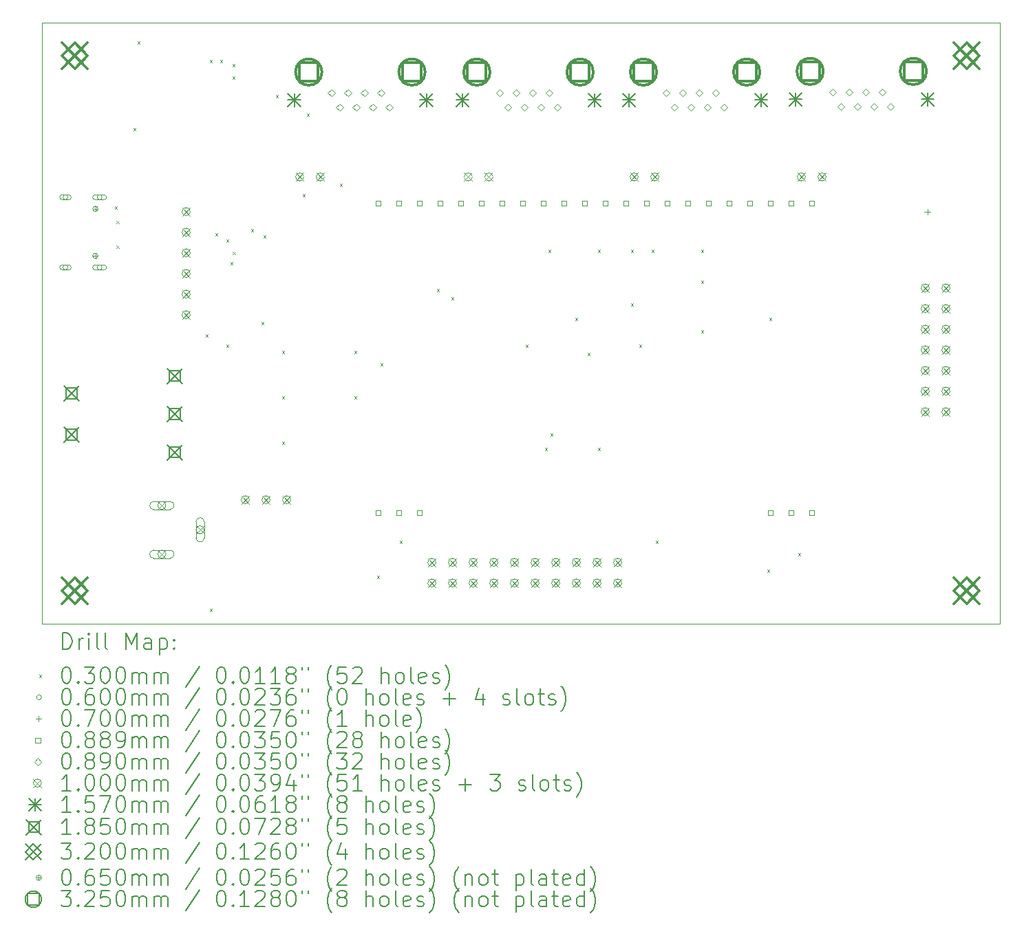
<source format=gbr>
%TF.GenerationSoftware,KiCad,Pcbnew,9.0.4*%
%TF.CreationDate,2025-09-16T13:47:32-04:00*%
%TF.ProjectId,cern-display-controller,6365726e-2d64-4697-9370-6c61792d636f,rev?*%
%TF.SameCoordinates,Original*%
%TF.FileFunction,Drillmap*%
%TF.FilePolarity,Positive*%
%FSLAX45Y45*%
G04 Gerber Fmt 4.5, Leading zero omitted, Abs format (unit mm)*
G04 Created by KiCad (PCBNEW 9.0.4) date 2025-09-16 13:47:32*
%MOMM*%
%LPD*%
G01*
G04 APERTURE LIST*
%ADD10C,0.050000*%
%ADD11C,0.200000*%
%ADD12C,0.100000*%
%ADD13C,0.157000*%
%ADD14C,0.185000*%
%ADD15C,0.320000*%
%ADD16C,0.325000*%
G04 APERTURE END LIST*
D10*
X9575800Y-5750000D02*
X21361400Y-5750000D01*
X9575800Y-13150000D02*
X9575800Y-5750000D01*
X21361400Y-13150000D02*
X9575800Y-13150000D01*
X21361400Y-5750000D02*
X21361400Y-13150000D01*
D11*
D12*
X10475200Y-8011400D02*
X10505200Y-8041400D01*
X10505200Y-8011400D02*
X10475200Y-8041400D01*
X10494300Y-8189200D02*
X10524300Y-8219200D01*
X10524300Y-8189200D02*
X10494300Y-8219200D01*
X10494300Y-8494000D02*
X10524300Y-8524000D01*
X10524300Y-8494000D02*
X10494300Y-8524000D01*
X10703800Y-7046200D02*
X10733800Y-7076200D01*
X10733800Y-7046200D02*
X10703800Y-7076200D01*
X10754600Y-5979400D02*
X10784600Y-6009400D01*
X10784600Y-5979400D02*
X10754600Y-6009400D01*
X11592800Y-9586200D02*
X11622800Y-9616200D01*
X11622800Y-9586200D02*
X11592800Y-9616200D01*
X11643600Y-6208000D02*
X11673600Y-6238000D01*
X11673600Y-6208000D02*
X11643600Y-6238000D01*
X11643600Y-12964400D02*
X11673600Y-12994400D01*
X11673600Y-12964400D02*
X11643600Y-12994400D01*
X11710120Y-8341600D02*
X11740120Y-8371600D01*
X11740120Y-8341600D02*
X11710120Y-8371600D01*
X11770600Y-6208000D02*
X11800600Y-6238000D01*
X11800600Y-6208000D02*
X11770600Y-6238000D01*
X11846800Y-8417800D02*
X11876800Y-8447800D01*
X11876800Y-8417800D02*
X11846800Y-8447800D01*
X11846800Y-9713200D02*
X11876800Y-9743200D01*
X11876800Y-9713200D02*
X11846800Y-9743200D01*
X11897600Y-8697200D02*
X11927600Y-8727200D01*
X11927600Y-8697200D02*
X11897600Y-8727200D01*
X11923000Y-6258800D02*
X11953000Y-6288800D01*
X11953000Y-6258800D02*
X11923000Y-6288800D01*
X11923000Y-6411200D02*
X11953000Y-6441200D01*
X11953000Y-6411200D02*
X11923000Y-6441200D01*
X11927120Y-8570200D02*
X11957120Y-8600200D01*
X11957120Y-8570200D02*
X11927120Y-8600200D01*
X12151600Y-8290800D02*
X12181600Y-8320800D01*
X12181600Y-8290800D02*
X12151600Y-8320800D01*
X12278750Y-9433800D02*
X12308750Y-9463800D01*
X12308750Y-9433800D02*
X12278750Y-9463800D01*
X12304000Y-8367000D02*
X12334000Y-8397000D01*
X12334000Y-8367000D02*
X12304000Y-8397000D01*
X12456400Y-6639800D02*
X12486400Y-6669800D01*
X12486400Y-6639800D02*
X12456400Y-6669800D01*
X12532600Y-10348200D02*
X12562600Y-10378200D01*
X12562600Y-10348200D02*
X12532600Y-10378200D01*
X12532600Y-10907000D02*
X12562600Y-10937000D01*
X12562600Y-10907000D02*
X12532600Y-10937000D01*
X12532750Y-9789400D02*
X12562750Y-9819400D01*
X12562750Y-9789400D02*
X12532750Y-9819400D01*
X12786600Y-7859000D02*
X12816600Y-7889000D01*
X12816600Y-7859000D02*
X12786600Y-7889000D01*
X12837400Y-6868400D02*
X12867400Y-6898400D01*
X12867400Y-6868400D02*
X12837400Y-6898400D01*
X13243800Y-7732000D02*
X13273800Y-7762000D01*
X13273800Y-7732000D02*
X13243800Y-7762000D01*
X13421600Y-9789400D02*
X13451600Y-9819400D01*
X13451600Y-9789400D02*
X13421600Y-9819400D01*
X13421600Y-10348200D02*
X13451600Y-10378200D01*
X13451600Y-10348200D02*
X13421600Y-10378200D01*
X13701000Y-12558000D02*
X13731000Y-12588000D01*
X13731000Y-12558000D02*
X13701000Y-12588000D01*
X13742020Y-9941800D02*
X13772020Y-9971800D01*
X13772020Y-9941800D02*
X13742020Y-9971800D01*
X13980400Y-12126200D02*
X14010400Y-12156200D01*
X14010400Y-12126200D02*
X13980400Y-12156200D01*
X14437600Y-9027400D02*
X14467600Y-9057400D01*
X14467600Y-9027400D02*
X14437600Y-9057400D01*
X14615400Y-9129000D02*
X14645400Y-9159000D01*
X14645400Y-9129000D02*
X14615400Y-9159000D01*
X15529800Y-9713200D02*
X15559800Y-9743200D01*
X15559800Y-9713200D02*
X15529800Y-9743200D01*
X15766978Y-10983200D02*
X15796978Y-11013200D01*
X15796978Y-10983200D02*
X15766978Y-11013200D01*
X15809200Y-8544800D02*
X15839200Y-8574800D01*
X15839200Y-8544800D02*
X15809200Y-8574800D01*
X15834600Y-10805400D02*
X15864600Y-10835400D01*
X15864600Y-10805400D02*
X15834600Y-10835400D01*
X16139400Y-9383000D02*
X16169400Y-9413000D01*
X16169400Y-9383000D02*
X16139400Y-9413000D01*
X16291800Y-9814800D02*
X16321800Y-9844800D01*
X16321800Y-9814800D02*
X16291800Y-9844800D01*
X16418800Y-8544800D02*
X16448800Y-8574800D01*
X16448800Y-8544800D02*
X16418800Y-8574800D01*
X16418800Y-10983200D02*
X16448800Y-11013200D01*
X16448800Y-10983200D02*
X16418800Y-11013200D01*
X16825200Y-8544800D02*
X16855200Y-8574800D01*
X16855200Y-8544800D02*
X16825200Y-8574800D01*
X16825200Y-9205200D02*
X16855200Y-9235200D01*
X16855200Y-9205200D02*
X16825200Y-9235200D01*
X16926800Y-9713200D02*
X16956800Y-9743200D01*
X16956800Y-9713200D02*
X16926800Y-9743200D01*
X17079200Y-8544800D02*
X17109200Y-8574800D01*
X17109200Y-8544800D02*
X17079200Y-8574800D01*
X17130000Y-12126200D02*
X17160000Y-12156200D01*
X17160000Y-12126200D02*
X17130000Y-12156200D01*
X17688800Y-8544800D02*
X17718800Y-8574800D01*
X17718800Y-8544800D02*
X17688800Y-8574800D01*
X17688800Y-8925800D02*
X17718800Y-8955800D01*
X17718800Y-8925800D02*
X17688800Y-8955800D01*
X17688800Y-9535400D02*
X17718800Y-9565400D01*
X17718800Y-9535400D02*
X17688800Y-9565400D01*
X18501600Y-12481800D02*
X18531600Y-12511800D01*
X18531600Y-12481800D02*
X18501600Y-12511800D01*
X18527000Y-9383000D02*
X18557000Y-9413000D01*
X18557000Y-9383000D02*
X18527000Y-9413000D01*
X18882600Y-12278600D02*
X18912600Y-12308600D01*
X18912600Y-12278600D02*
X18882600Y-12308600D01*
X9898400Y-7899200D02*
G75*
G02*
X9838400Y-7899200I-30000J0D01*
G01*
X9838400Y-7899200D02*
G75*
G02*
X9898400Y-7899200I30000J0D01*
G01*
X9908400Y-7869200D02*
X9828400Y-7869200D01*
X9828400Y-7929200D02*
G75*
G02*
X9828400Y-7869200I0J30000D01*
G01*
X9828400Y-7929200D02*
X9908400Y-7929200D01*
X9908400Y-7929200D02*
G75*
G03*
X9908400Y-7869200I0J30000D01*
G01*
X9898400Y-8763200D02*
G75*
G02*
X9838400Y-8763200I-30000J0D01*
G01*
X9838400Y-8763200D02*
G75*
G02*
X9898400Y-8763200I30000J0D01*
G01*
X9908400Y-8733200D02*
X9828400Y-8733200D01*
X9828400Y-8793200D02*
G75*
G02*
X9828400Y-8733200I0J30000D01*
G01*
X9828400Y-8793200D02*
X9908400Y-8793200D01*
X9908400Y-8793200D02*
G75*
G03*
X9908400Y-8733200I0J30000D01*
G01*
X10318400Y-7899200D02*
G75*
G02*
X10258400Y-7899200I-30000J0D01*
G01*
X10258400Y-7899200D02*
G75*
G02*
X10318400Y-7899200I30000J0D01*
G01*
X10343400Y-7869200D02*
X10233400Y-7869200D01*
X10233400Y-7929200D02*
G75*
G02*
X10233400Y-7869200I0J30000D01*
G01*
X10233400Y-7929200D02*
X10343400Y-7929200D01*
X10343400Y-7929200D02*
G75*
G03*
X10343400Y-7869200I0J30000D01*
G01*
X10318400Y-8763200D02*
G75*
G02*
X10258400Y-8763200I-30000J0D01*
G01*
X10258400Y-8763200D02*
G75*
G02*
X10318400Y-8763200I30000J0D01*
G01*
X10343400Y-8733200D02*
X10233400Y-8733200D01*
X10233400Y-8793200D02*
G75*
G02*
X10233400Y-8733200I0J30000D01*
G01*
X10233400Y-8793200D02*
X10343400Y-8793200D01*
X10343400Y-8793200D02*
G75*
G03*
X10343400Y-8733200I0J30000D01*
G01*
X20472400Y-8042200D02*
X20472400Y-8112200D01*
X20437400Y-8077200D02*
X20507400Y-8077200D01*
X13747431Y-8007031D02*
X13747431Y-7944169D01*
X13684569Y-7944169D01*
X13684569Y-8007031D01*
X13747431Y-8007031D01*
X13747431Y-11817031D02*
X13747431Y-11754169D01*
X13684569Y-11754169D01*
X13684569Y-11817031D01*
X13747431Y-11817031D01*
X14001431Y-8007031D02*
X14001431Y-7944169D01*
X13938569Y-7944169D01*
X13938569Y-8007031D01*
X14001431Y-8007031D01*
X14001431Y-11817031D02*
X14001431Y-11754169D01*
X13938569Y-11754169D01*
X13938569Y-11817031D01*
X14001431Y-11817031D01*
X14255431Y-8007031D02*
X14255431Y-7944169D01*
X14192569Y-7944169D01*
X14192569Y-8007031D01*
X14255431Y-8007031D01*
X14255431Y-11817031D02*
X14255431Y-11754169D01*
X14192569Y-11754169D01*
X14192569Y-11817031D01*
X14255431Y-11817031D01*
X14509431Y-8007031D02*
X14509431Y-7944169D01*
X14446569Y-7944169D01*
X14446569Y-8007031D01*
X14509431Y-8007031D01*
X14763431Y-8007031D02*
X14763431Y-7944169D01*
X14700569Y-7944169D01*
X14700569Y-8007031D01*
X14763431Y-8007031D01*
X15017431Y-8007031D02*
X15017431Y-7944169D01*
X14954569Y-7944169D01*
X14954569Y-8007031D01*
X15017431Y-8007031D01*
X15271431Y-8007031D02*
X15271431Y-7944169D01*
X15208569Y-7944169D01*
X15208569Y-8007031D01*
X15271431Y-8007031D01*
X15525431Y-8007031D02*
X15525431Y-7944169D01*
X15462569Y-7944169D01*
X15462569Y-8007031D01*
X15525431Y-8007031D01*
X15779431Y-8007031D02*
X15779431Y-7944169D01*
X15716569Y-7944169D01*
X15716569Y-8007031D01*
X15779431Y-8007031D01*
X16033431Y-8007031D02*
X16033431Y-7944169D01*
X15970569Y-7944169D01*
X15970569Y-8007031D01*
X16033431Y-8007031D01*
X16287431Y-8007031D02*
X16287431Y-7944169D01*
X16224569Y-7944169D01*
X16224569Y-8007031D01*
X16287431Y-8007031D01*
X16541431Y-8007031D02*
X16541431Y-7944169D01*
X16478569Y-7944169D01*
X16478569Y-8007031D01*
X16541431Y-8007031D01*
X16795431Y-8007031D02*
X16795431Y-7944169D01*
X16732569Y-7944169D01*
X16732569Y-8007031D01*
X16795431Y-8007031D01*
X17049431Y-8007031D02*
X17049431Y-7944169D01*
X16986569Y-7944169D01*
X16986569Y-8007031D01*
X17049431Y-8007031D01*
X17303431Y-8007031D02*
X17303431Y-7944169D01*
X17240569Y-7944169D01*
X17240569Y-8007031D01*
X17303431Y-8007031D01*
X17557431Y-8007031D02*
X17557431Y-7944169D01*
X17494569Y-7944169D01*
X17494569Y-8007031D01*
X17557431Y-8007031D01*
X17811431Y-8007031D02*
X17811431Y-7944169D01*
X17748569Y-7944169D01*
X17748569Y-8007031D01*
X17811431Y-8007031D01*
X18065431Y-8007031D02*
X18065431Y-7944169D01*
X18002569Y-7944169D01*
X18002569Y-8007031D01*
X18065431Y-8007031D01*
X18319431Y-8007031D02*
X18319431Y-7944169D01*
X18256569Y-7944169D01*
X18256569Y-8007031D01*
X18319431Y-8007031D01*
X18573431Y-8007031D02*
X18573431Y-7944169D01*
X18510569Y-7944169D01*
X18510569Y-8007031D01*
X18573431Y-8007031D01*
X18573431Y-11817031D02*
X18573431Y-11754169D01*
X18510569Y-11754169D01*
X18510569Y-11817031D01*
X18573431Y-11817031D01*
X18827431Y-8007031D02*
X18827431Y-7944169D01*
X18764569Y-7944169D01*
X18764569Y-8007031D01*
X18827431Y-8007031D01*
X18827431Y-11817031D02*
X18827431Y-11754169D01*
X18764569Y-11754169D01*
X18764569Y-11817031D01*
X18827431Y-11817031D01*
X19081431Y-8007031D02*
X19081431Y-7944169D01*
X19018569Y-7944169D01*
X19018569Y-8007031D01*
X19081431Y-8007031D01*
X19081431Y-11817031D02*
X19081431Y-11754169D01*
X19018569Y-11754169D01*
X19018569Y-11817031D01*
X19081431Y-11817031D01*
X13140400Y-6657000D02*
X13184900Y-6612500D01*
X13140400Y-6568000D01*
X13095900Y-6612500D01*
X13140400Y-6657000D01*
X13242000Y-6835000D02*
X13286500Y-6790500D01*
X13242000Y-6746000D01*
X13197500Y-6790500D01*
X13242000Y-6835000D01*
X13343600Y-6657000D02*
X13388100Y-6612500D01*
X13343600Y-6568000D01*
X13299100Y-6612500D01*
X13343600Y-6657000D01*
X13445200Y-6835000D02*
X13489700Y-6790500D01*
X13445200Y-6746000D01*
X13400700Y-6790500D01*
X13445200Y-6835000D01*
X13546800Y-6657000D02*
X13591300Y-6612500D01*
X13546800Y-6568000D01*
X13502300Y-6612500D01*
X13546800Y-6657000D01*
X13648400Y-6835000D02*
X13692900Y-6790500D01*
X13648400Y-6746000D01*
X13603900Y-6790500D01*
X13648400Y-6835000D01*
X13750000Y-6657000D02*
X13794500Y-6612500D01*
X13750000Y-6568000D01*
X13705500Y-6612500D01*
X13750000Y-6657000D01*
X13851600Y-6835000D02*
X13896100Y-6790500D01*
X13851600Y-6746000D01*
X13807100Y-6790500D01*
X13851600Y-6835000D01*
X15209000Y-6657000D02*
X15253500Y-6612500D01*
X15209000Y-6568000D01*
X15164500Y-6612500D01*
X15209000Y-6657000D01*
X15310600Y-6835000D02*
X15355100Y-6790500D01*
X15310600Y-6746000D01*
X15266100Y-6790500D01*
X15310600Y-6835000D01*
X15412200Y-6657000D02*
X15456700Y-6612500D01*
X15412200Y-6568000D01*
X15367700Y-6612500D01*
X15412200Y-6657000D01*
X15513800Y-6835000D02*
X15558300Y-6790500D01*
X15513800Y-6746000D01*
X15469300Y-6790500D01*
X15513800Y-6835000D01*
X15615400Y-6657000D02*
X15659900Y-6612500D01*
X15615400Y-6568000D01*
X15570900Y-6612500D01*
X15615400Y-6657000D01*
X15717000Y-6835000D02*
X15761500Y-6790500D01*
X15717000Y-6746000D01*
X15672500Y-6790500D01*
X15717000Y-6835000D01*
X15818600Y-6657000D02*
X15863100Y-6612500D01*
X15818600Y-6568000D01*
X15774100Y-6612500D01*
X15818600Y-6657000D01*
X15920200Y-6835000D02*
X15964700Y-6790500D01*
X15920200Y-6746000D01*
X15875700Y-6790500D01*
X15920200Y-6835000D01*
X17259000Y-6657000D02*
X17303500Y-6612500D01*
X17259000Y-6568000D01*
X17214500Y-6612500D01*
X17259000Y-6657000D01*
X17360600Y-6835000D02*
X17405100Y-6790500D01*
X17360600Y-6746000D01*
X17316100Y-6790500D01*
X17360600Y-6835000D01*
X17462200Y-6657000D02*
X17506700Y-6612500D01*
X17462200Y-6568000D01*
X17417700Y-6612500D01*
X17462200Y-6657000D01*
X17563800Y-6835000D02*
X17608300Y-6790500D01*
X17563800Y-6746000D01*
X17519300Y-6790500D01*
X17563800Y-6835000D01*
X17665400Y-6657000D02*
X17709900Y-6612500D01*
X17665400Y-6568000D01*
X17620900Y-6612500D01*
X17665400Y-6657000D01*
X17767000Y-6835000D02*
X17811500Y-6790500D01*
X17767000Y-6746000D01*
X17722500Y-6790500D01*
X17767000Y-6835000D01*
X17868600Y-6657000D02*
X17913100Y-6612500D01*
X17868600Y-6568000D01*
X17824100Y-6612500D01*
X17868600Y-6657000D01*
X17970200Y-6835000D02*
X18014700Y-6790500D01*
X17970200Y-6746000D01*
X17925700Y-6790500D01*
X17970200Y-6835000D01*
X19309000Y-6648500D02*
X19353500Y-6604000D01*
X19309000Y-6559500D01*
X19264500Y-6604000D01*
X19309000Y-6648500D01*
X19410600Y-6826500D02*
X19455100Y-6782000D01*
X19410600Y-6737500D01*
X19366100Y-6782000D01*
X19410600Y-6826500D01*
X19512200Y-6648500D02*
X19556700Y-6604000D01*
X19512200Y-6559500D01*
X19467700Y-6604000D01*
X19512200Y-6648500D01*
X19613800Y-6826500D02*
X19658300Y-6782000D01*
X19613800Y-6737500D01*
X19569300Y-6782000D01*
X19613800Y-6826500D01*
X19715400Y-6648500D02*
X19759900Y-6604000D01*
X19715400Y-6559500D01*
X19670900Y-6604000D01*
X19715400Y-6648500D01*
X19817000Y-6826500D02*
X19861500Y-6782000D01*
X19817000Y-6737500D01*
X19772500Y-6782000D01*
X19817000Y-6826500D01*
X19918600Y-6648500D02*
X19963100Y-6604000D01*
X19918600Y-6559500D01*
X19874100Y-6604000D01*
X19918600Y-6648500D01*
X20020200Y-6826500D02*
X20064700Y-6782000D01*
X20020200Y-6737500D01*
X19975700Y-6782000D01*
X20020200Y-6826500D01*
X11004850Y-11643600D02*
X11104850Y-11743600D01*
X11104850Y-11643600D02*
X11004850Y-11743600D01*
X11104850Y-11693600D02*
G75*
G02*
X11004850Y-11693600I-50000J0D01*
G01*
X11004850Y-11693600D02*
G75*
G02*
X11104850Y-11693600I50000J0D01*
G01*
X10954850Y-11743600D02*
X11154850Y-11743600D01*
X11154850Y-11643600D02*
G75*
G02*
X11154850Y-11743600I0J-50000D01*
G01*
X11154850Y-11643600D02*
X10954850Y-11643600D01*
X10954850Y-11643600D02*
G75*
G03*
X10954850Y-11743600I0J-50000D01*
G01*
X11004850Y-12243600D02*
X11104850Y-12343600D01*
X11104850Y-12243600D02*
X11004850Y-12343600D01*
X11104850Y-12293600D02*
G75*
G02*
X11004850Y-12293600I-50000J0D01*
G01*
X11004850Y-12293600D02*
G75*
G02*
X11104850Y-12293600I50000J0D01*
G01*
X10954850Y-12343600D02*
X11154850Y-12343600D01*
X11154850Y-12243600D02*
G75*
G02*
X11154850Y-12343600I0J-50000D01*
G01*
X11154850Y-12243600D02*
X10954850Y-12243600D01*
X10954850Y-12243600D02*
G75*
G03*
X10954850Y-12343600I0J-50000D01*
G01*
X11303800Y-8027200D02*
X11403800Y-8127200D01*
X11403800Y-8027200D02*
X11303800Y-8127200D01*
X11403800Y-8077200D02*
G75*
G02*
X11303800Y-8077200I-50000J0D01*
G01*
X11303800Y-8077200D02*
G75*
G02*
X11403800Y-8077200I50000J0D01*
G01*
X11303800Y-8281200D02*
X11403800Y-8381200D01*
X11403800Y-8281200D02*
X11303800Y-8381200D01*
X11403800Y-8331200D02*
G75*
G02*
X11303800Y-8331200I-50000J0D01*
G01*
X11303800Y-8331200D02*
G75*
G02*
X11403800Y-8331200I50000J0D01*
G01*
X11303800Y-8535200D02*
X11403800Y-8635200D01*
X11403800Y-8535200D02*
X11303800Y-8635200D01*
X11403800Y-8585200D02*
G75*
G02*
X11303800Y-8585200I-50000J0D01*
G01*
X11303800Y-8585200D02*
G75*
G02*
X11403800Y-8585200I50000J0D01*
G01*
X11303800Y-8789200D02*
X11403800Y-8889200D01*
X11403800Y-8789200D02*
X11303800Y-8889200D01*
X11403800Y-8839200D02*
G75*
G02*
X11303800Y-8839200I-50000J0D01*
G01*
X11303800Y-8839200D02*
G75*
G02*
X11403800Y-8839200I50000J0D01*
G01*
X11303800Y-9043200D02*
X11403800Y-9143200D01*
X11403800Y-9043200D02*
X11303800Y-9143200D01*
X11403800Y-9093200D02*
G75*
G02*
X11303800Y-9093200I-50000J0D01*
G01*
X11303800Y-9093200D02*
G75*
G02*
X11403800Y-9093200I50000J0D01*
G01*
X11303800Y-9297200D02*
X11403800Y-9397200D01*
X11403800Y-9297200D02*
X11303800Y-9397200D01*
X11403800Y-9347200D02*
G75*
G02*
X11303800Y-9347200I-50000J0D01*
G01*
X11303800Y-9347200D02*
G75*
G02*
X11403800Y-9347200I50000J0D01*
G01*
X11474850Y-11943600D02*
X11574850Y-12043600D01*
X11574850Y-11943600D02*
X11474850Y-12043600D01*
X11574850Y-11993600D02*
G75*
G02*
X11474850Y-11993600I-50000J0D01*
G01*
X11474850Y-11993600D02*
G75*
G02*
X11574850Y-11993600I50000J0D01*
G01*
X11574850Y-12093600D02*
X11574850Y-11893600D01*
X11474850Y-11893600D02*
G75*
G02*
X11574850Y-11893600I50000J0D01*
G01*
X11474850Y-11893600D02*
X11474850Y-12093600D01*
X11474850Y-12093600D02*
G75*
G03*
X11574850Y-12093600I50000J0D01*
G01*
X12031400Y-11573350D02*
X12131400Y-11673350D01*
X12131400Y-11573350D02*
X12031400Y-11673350D01*
X12131400Y-11623350D02*
G75*
G02*
X12031400Y-11623350I-50000J0D01*
G01*
X12031400Y-11623350D02*
G75*
G02*
X12131400Y-11623350I50000J0D01*
G01*
X12285400Y-11573350D02*
X12385400Y-11673350D01*
X12385400Y-11573350D02*
X12285400Y-11673350D01*
X12385400Y-11623350D02*
G75*
G02*
X12285400Y-11623350I-50000J0D01*
G01*
X12285400Y-11623350D02*
G75*
G02*
X12385400Y-11623350I50000J0D01*
G01*
X12539400Y-11573350D02*
X12639400Y-11673350D01*
X12639400Y-11573350D02*
X12539400Y-11673350D01*
X12639400Y-11623350D02*
G75*
G02*
X12539400Y-11623350I-50000J0D01*
G01*
X12539400Y-11623350D02*
G75*
G02*
X12639400Y-11623350I50000J0D01*
G01*
X12700000Y-7600000D02*
X12800000Y-7700000D01*
X12800000Y-7600000D02*
X12700000Y-7700000D01*
X12800000Y-7650000D02*
G75*
G02*
X12700000Y-7650000I-50000J0D01*
G01*
X12700000Y-7650000D02*
G75*
G02*
X12800000Y-7650000I50000J0D01*
G01*
X12954000Y-7600000D02*
X13054000Y-7700000D01*
X13054000Y-7600000D02*
X12954000Y-7700000D01*
X13054000Y-7650000D02*
G75*
G02*
X12954000Y-7650000I-50000J0D01*
G01*
X12954000Y-7650000D02*
G75*
G02*
X13054000Y-7650000I50000J0D01*
G01*
X14326400Y-12345200D02*
X14426400Y-12445200D01*
X14426400Y-12345200D02*
X14326400Y-12445200D01*
X14426400Y-12395200D02*
G75*
G02*
X14326400Y-12395200I-50000J0D01*
G01*
X14326400Y-12395200D02*
G75*
G02*
X14426400Y-12395200I50000J0D01*
G01*
X14326400Y-12599200D02*
X14426400Y-12699200D01*
X14426400Y-12599200D02*
X14326400Y-12699200D01*
X14426400Y-12649200D02*
G75*
G02*
X14326400Y-12649200I-50000J0D01*
G01*
X14326400Y-12649200D02*
G75*
G02*
X14426400Y-12649200I50000J0D01*
G01*
X14580400Y-12345200D02*
X14680400Y-12445200D01*
X14680400Y-12345200D02*
X14580400Y-12445200D01*
X14680400Y-12395200D02*
G75*
G02*
X14580400Y-12395200I-50000J0D01*
G01*
X14580400Y-12395200D02*
G75*
G02*
X14680400Y-12395200I50000J0D01*
G01*
X14580400Y-12599200D02*
X14680400Y-12699200D01*
X14680400Y-12599200D02*
X14580400Y-12699200D01*
X14680400Y-12649200D02*
G75*
G02*
X14580400Y-12649200I-50000J0D01*
G01*
X14580400Y-12649200D02*
G75*
G02*
X14680400Y-12649200I50000J0D01*
G01*
X14773886Y-7599350D02*
X14873886Y-7699350D01*
X14873886Y-7599350D02*
X14773886Y-7699350D01*
X14873886Y-7649350D02*
G75*
G02*
X14773886Y-7649350I-50000J0D01*
G01*
X14773886Y-7649350D02*
G75*
G02*
X14873886Y-7649350I50000J0D01*
G01*
X14834400Y-12345200D02*
X14934400Y-12445200D01*
X14934400Y-12345200D02*
X14834400Y-12445200D01*
X14934400Y-12395200D02*
G75*
G02*
X14834400Y-12395200I-50000J0D01*
G01*
X14834400Y-12395200D02*
G75*
G02*
X14934400Y-12395200I50000J0D01*
G01*
X14834400Y-12599200D02*
X14934400Y-12699200D01*
X14934400Y-12599200D02*
X14834400Y-12699200D01*
X14934400Y-12649200D02*
G75*
G02*
X14834400Y-12649200I-50000J0D01*
G01*
X14834400Y-12649200D02*
G75*
G02*
X14934400Y-12649200I50000J0D01*
G01*
X15027886Y-7599350D02*
X15127886Y-7699350D01*
X15127886Y-7599350D02*
X15027886Y-7699350D01*
X15127886Y-7649350D02*
G75*
G02*
X15027886Y-7649350I-50000J0D01*
G01*
X15027886Y-7649350D02*
G75*
G02*
X15127886Y-7649350I50000J0D01*
G01*
X15088400Y-12345200D02*
X15188400Y-12445200D01*
X15188400Y-12345200D02*
X15088400Y-12445200D01*
X15188400Y-12395200D02*
G75*
G02*
X15088400Y-12395200I-50000J0D01*
G01*
X15088400Y-12395200D02*
G75*
G02*
X15188400Y-12395200I50000J0D01*
G01*
X15088400Y-12599200D02*
X15188400Y-12699200D01*
X15188400Y-12599200D02*
X15088400Y-12699200D01*
X15188400Y-12649200D02*
G75*
G02*
X15088400Y-12649200I-50000J0D01*
G01*
X15088400Y-12649200D02*
G75*
G02*
X15188400Y-12649200I50000J0D01*
G01*
X15342400Y-12345200D02*
X15442400Y-12445200D01*
X15442400Y-12345200D02*
X15342400Y-12445200D01*
X15442400Y-12395200D02*
G75*
G02*
X15342400Y-12395200I-50000J0D01*
G01*
X15342400Y-12395200D02*
G75*
G02*
X15442400Y-12395200I50000J0D01*
G01*
X15342400Y-12599200D02*
X15442400Y-12699200D01*
X15442400Y-12599200D02*
X15342400Y-12699200D01*
X15442400Y-12649200D02*
G75*
G02*
X15342400Y-12649200I-50000J0D01*
G01*
X15342400Y-12649200D02*
G75*
G02*
X15442400Y-12649200I50000J0D01*
G01*
X15596400Y-12345200D02*
X15696400Y-12445200D01*
X15696400Y-12345200D02*
X15596400Y-12445200D01*
X15696400Y-12395200D02*
G75*
G02*
X15596400Y-12395200I-50000J0D01*
G01*
X15596400Y-12395200D02*
G75*
G02*
X15696400Y-12395200I50000J0D01*
G01*
X15596400Y-12599200D02*
X15696400Y-12699200D01*
X15696400Y-12599200D02*
X15596400Y-12699200D01*
X15696400Y-12649200D02*
G75*
G02*
X15596400Y-12649200I-50000J0D01*
G01*
X15596400Y-12649200D02*
G75*
G02*
X15696400Y-12649200I50000J0D01*
G01*
X15850400Y-12345200D02*
X15950400Y-12445200D01*
X15950400Y-12345200D02*
X15850400Y-12445200D01*
X15950400Y-12395200D02*
G75*
G02*
X15850400Y-12395200I-50000J0D01*
G01*
X15850400Y-12395200D02*
G75*
G02*
X15950400Y-12395200I50000J0D01*
G01*
X15850400Y-12599200D02*
X15950400Y-12699200D01*
X15950400Y-12599200D02*
X15850400Y-12699200D01*
X15950400Y-12649200D02*
G75*
G02*
X15850400Y-12649200I-50000J0D01*
G01*
X15850400Y-12649200D02*
G75*
G02*
X15950400Y-12649200I50000J0D01*
G01*
X16104400Y-12345200D02*
X16204400Y-12445200D01*
X16204400Y-12345200D02*
X16104400Y-12445200D01*
X16204400Y-12395200D02*
G75*
G02*
X16104400Y-12395200I-50000J0D01*
G01*
X16104400Y-12395200D02*
G75*
G02*
X16204400Y-12395200I50000J0D01*
G01*
X16104400Y-12599200D02*
X16204400Y-12699200D01*
X16204400Y-12599200D02*
X16104400Y-12699200D01*
X16204400Y-12649200D02*
G75*
G02*
X16104400Y-12649200I-50000J0D01*
G01*
X16104400Y-12649200D02*
G75*
G02*
X16204400Y-12649200I50000J0D01*
G01*
X16358400Y-12345200D02*
X16458400Y-12445200D01*
X16458400Y-12345200D02*
X16358400Y-12445200D01*
X16458400Y-12395200D02*
G75*
G02*
X16358400Y-12395200I-50000J0D01*
G01*
X16358400Y-12395200D02*
G75*
G02*
X16458400Y-12395200I50000J0D01*
G01*
X16358400Y-12599200D02*
X16458400Y-12699200D01*
X16458400Y-12599200D02*
X16358400Y-12699200D01*
X16458400Y-12649200D02*
G75*
G02*
X16358400Y-12649200I-50000J0D01*
G01*
X16358400Y-12649200D02*
G75*
G02*
X16458400Y-12649200I50000J0D01*
G01*
X16612400Y-12345200D02*
X16712400Y-12445200D01*
X16712400Y-12345200D02*
X16612400Y-12445200D01*
X16712400Y-12395200D02*
G75*
G02*
X16612400Y-12395200I-50000J0D01*
G01*
X16612400Y-12395200D02*
G75*
G02*
X16712400Y-12395200I50000J0D01*
G01*
X16612400Y-12599200D02*
X16712400Y-12699200D01*
X16712400Y-12599200D02*
X16612400Y-12699200D01*
X16712400Y-12649200D02*
G75*
G02*
X16612400Y-12649200I-50000J0D01*
G01*
X16612400Y-12649200D02*
G75*
G02*
X16712400Y-12649200I50000J0D01*
G01*
X16815600Y-7600000D02*
X16915600Y-7700000D01*
X16915600Y-7600000D02*
X16815600Y-7700000D01*
X16915600Y-7650000D02*
G75*
G02*
X16815600Y-7650000I-50000J0D01*
G01*
X16815600Y-7650000D02*
G75*
G02*
X16915600Y-7650000I50000J0D01*
G01*
X17069600Y-7600000D02*
X17169600Y-7700000D01*
X17169600Y-7600000D02*
X17069600Y-7700000D01*
X17169600Y-7650000D02*
G75*
G02*
X17069600Y-7650000I-50000J0D01*
G01*
X17069600Y-7650000D02*
G75*
G02*
X17169600Y-7650000I50000J0D01*
G01*
X18873000Y-7600000D02*
X18973000Y-7700000D01*
X18973000Y-7600000D02*
X18873000Y-7700000D01*
X18973000Y-7650000D02*
G75*
G02*
X18873000Y-7650000I-50000J0D01*
G01*
X18873000Y-7650000D02*
G75*
G02*
X18973000Y-7650000I50000J0D01*
G01*
X19127000Y-7600000D02*
X19227000Y-7700000D01*
X19227000Y-7600000D02*
X19127000Y-7700000D01*
X19227000Y-7650000D02*
G75*
G02*
X19127000Y-7650000I-50000J0D01*
G01*
X19127000Y-7650000D02*
G75*
G02*
X19227000Y-7650000I50000J0D01*
G01*
X20397000Y-8967000D02*
X20497000Y-9067000D01*
X20497000Y-8967000D02*
X20397000Y-9067000D01*
X20497000Y-9017000D02*
G75*
G02*
X20397000Y-9017000I-50000J0D01*
G01*
X20397000Y-9017000D02*
G75*
G02*
X20497000Y-9017000I50000J0D01*
G01*
X20397000Y-9221000D02*
X20497000Y-9321000D01*
X20497000Y-9221000D02*
X20397000Y-9321000D01*
X20497000Y-9271000D02*
G75*
G02*
X20397000Y-9271000I-50000J0D01*
G01*
X20397000Y-9271000D02*
G75*
G02*
X20497000Y-9271000I50000J0D01*
G01*
X20397000Y-9475000D02*
X20497000Y-9575000D01*
X20497000Y-9475000D02*
X20397000Y-9575000D01*
X20497000Y-9525000D02*
G75*
G02*
X20397000Y-9525000I-50000J0D01*
G01*
X20397000Y-9525000D02*
G75*
G02*
X20497000Y-9525000I50000J0D01*
G01*
X20397000Y-9729000D02*
X20497000Y-9829000D01*
X20497000Y-9729000D02*
X20397000Y-9829000D01*
X20497000Y-9779000D02*
G75*
G02*
X20397000Y-9779000I-50000J0D01*
G01*
X20397000Y-9779000D02*
G75*
G02*
X20497000Y-9779000I50000J0D01*
G01*
X20397000Y-9983000D02*
X20497000Y-10083000D01*
X20497000Y-9983000D02*
X20397000Y-10083000D01*
X20497000Y-10033000D02*
G75*
G02*
X20397000Y-10033000I-50000J0D01*
G01*
X20397000Y-10033000D02*
G75*
G02*
X20497000Y-10033000I50000J0D01*
G01*
X20397000Y-10237000D02*
X20497000Y-10337000D01*
X20497000Y-10237000D02*
X20397000Y-10337000D01*
X20497000Y-10287000D02*
G75*
G02*
X20397000Y-10287000I-50000J0D01*
G01*
X20397000Y-10287000D02*
G75*
G02*
X20497000Y-10287000I50000J0D01*
G01*
X20397000Y-10491000D02*
X20497000Y-10591000D01*
X20497000Y-10491000D02*
X20397000Y-10591000D01*
X20497000Y-10541000D02*
G75*
G02*
X20397000Y-10541000I-50000J0D01*
G01*
X20397000Y-10541000D02*
G75*
G02*
X20497000Y-10541000I50000J0D01*
G01*
X20651000Y-8967000D02*
X20751000Y-9067000D01*
X20751000Y-8967000D02*
X20651000Y-9067000D01*
X20751000Y-9017000D02*
G75*
G02*
X20651000Y-9017000I-50000J0D01*
G01*
X20651000Y-9017000D02*
G75*
G02*
X20751000Y-9017000I50000J0D01*
G01*
X20651000Y-9221000D02*
X20751000Y-9321000D01*
X20751000Y-9221000D02*
X20651000Y-9321000D01*
X20751000Y-9271000D02*
G75*
G02*
X20651000Y-9271000I-50000J0D01*
G01*
X20651000Y-9271000D02*
G75*
G02*
X20751000Y-9271000I50000J0D01*
G01*
X20651000Y-9475000D02*
X20751000Y-9575000D01*
X20751000Y-9475000D02*
X20651000Y-9575000D01*
X20751000Y-9525000D02*
G75*
G02*
X20651000Y-9525000I-50000J0D01*
G01*
X20651000Y-9525000D02*
G75*
G02*
X20751000Y-9525000I50000J0D01*
G01*
X20651000Y-9729000D02*
X20751000Y-9829000D01*
X20751000Y-9729000D02*
X20651000Y-9829000D01*
X20751000Y-9779000D02*
G75*
G02*
X20651000Y-9779000I-50000J0D01*
G01*
X20651000Y-9779000D02*
G75*
G02*
X20751000Y-9779000I50000J0D01*
G01*
X20651000Y-9983000D02*
X20751000Y-10083000D01*
X20751000Y-9983000D02*
X20651000Y-10083000D01*
X20751000Y-10033000D02*
G75*
G02*
X20651000Y-10033000I-50000J0D01*
G01*
X20651000Y-10033000D02*
G75*
G02*
X20751000Y-10033000I50000J0D01*
G01*
X20651000Y-10237000D02*
X20751000Y-10337000D01*
X20751000Y-10237000D02*
X20651000Y-10337000D01*
X20751000Y-10287000D02*
G75*
G02*
X20651000Y-10287000I-50000J0D01*
G01*
X20651000Y-10287000D02*
G75*
G02*
X20751000Y-10287000I50000J0D01*
G01*
X20651000Y-10491000D02*
X20751000Y-10591000D01*
X20751000Y-10491000D02*
X20651000Y-10591000D01*
X20751000Y-10541000D02*
G75*
G02*
X20651000Y-10541000I-50000J0D01*
G01*
X20651000Y-10541000D02*
G75*
G02*
X20751000Y-10541000I50000J0D01*
G01*
D13*
X12604900Y-6623000D02*
X12761900Y-6780000D01*
X12761900Y-6623000D02*
X12604900Y-6780000D01*
X12683400Y-6623000D02*
X12683400Y-6780000D01*
X12604900Y-6701500D02*
X12761900Y-6701500D01*
X14230900Y-6623000D02*
X14387900Y-6780000D01*
X14387900Y-6623000D02*
X14230900Y-6780000D01*
X14309400Y-6623000D02*
X14309400Y-6780000D01*
X14230900Y-6701500D02*
X14387900Y-6701500D01*
X14673500Y-6623000D02*
X14830500Y-6780000D01*
X14830500Y-6623000D02*
X14673500Y-6780000D01*
X14752000Y-6623000D02*
X14752000Y-6780000D01*
X14673500Y-6701500D02*
X14830500Y-6701500D01*
X16299500Y-6623000D02*
X16456500Y-6780000D01*
X16456500Y-6623000D02*
X16299500Y-6780000D01*
X16378000Y-6623000D02*
X16378000Y-6780000D01*
X16299500Y-6701500D02*
X16456500Y-6701500D01*
X16723500Y-6623000D02*
X16880500Y-6780000D01*
X16880500Y-6623000D02*
X16723500Y-6780000D01*
X16802000Y-6623000D02*
X16802000Y-6780000D01*
X16723500Y-6701500D02*
X16880500Y-6701500D01*
X18349500Y-6623000D02*
X18506500Y-6780000D01*
X18506500Y-6623000D02*
X18349500Y-6780000D01*
X18428000Y-6623000D02*
X18428000Y-6780000D01*
X18349500Y-6701500D02*
X18506500Y-6701500D01*
X18773500Y-6614500D02*
X18930500Y-6771500D01*
X18930500Y-6614500D02*
X18773500Y-6771500D01*
X18852000Y-6614500D02*
X18852000Y-6771500D01*
X18773500Y-6693000D02*
X18930500Y-6693000D01*
X20399500Y-6614500D02*
X20556500Y-6771500D01*
X20556500Y-6614500D02*
X20399500Y-6771500D01*
X20478000Y-6614500D02*
X20478000Y-6771500D01*
X20399500Y-6693000D02*
X20556500Y-6693000D01*
D14*
X9852850Y-10223500D02*
X10037850Y-10408500D01*
X10037850Y-10223500D02*
X9852850Y-10408500D01*
X10010758Y-10381408D02*
X10010758Y-10250592D01*
X9879942Y-10250592D01*
X9879942Y-10381408D01*
X10010758Y-10381408D01*
X9852850Y-10731500D02*
X10037850Y-10916500D01*
X10037850Y-10731500D02*
X9852850Y-10916500D01*
X10010758Y-10889408D02*
X10010758Y-10758592D01*
X9879942Y-10758592D01*
X9879942Y-10889408D01*
X10010758Y-10889408D01*
X11122850Y-10007500D02*
X11307850Y-10192500D01*
X11307850Y-10007500D02*
X11122850Y-10192500D01*
X11280758Y-10165408D02*
X11280758Y-10034592D01*
X11149942Y-10034592D01*
X11149942Y-10165408D01*
X11280758Y-10165408D01*
X11122850Y-10477500D02*
X11307850Y-10662500D01*
X11307850Y-10477500D02*
X11122850Y-10662500D01*
X11280758Y-10635408D02*
X11280758Y-10504592D01*
X11149942Y-10504592D01*
X11149942Y-10635408D01*
X11280758Y-10635408D01*
X11122850Y-10947500D02*
X11307850Y-11132500D01*
X11307850Y-10947500D02*
X11122850Y-11132500D01*
X11280758Y-11105408D02*
X11280758Y-10974592D01*
X11149942Y-10974592D01*
X11149942Y-11105408D01*
X11280758Y-11105408D01*
D15*
X9822200Y-5995055D02*
X10142200Y-6315055D01*
X10142200Y-5995055D02*
X9822200Y-6315055D01*
X9982200Y-6315055D02*
X10142200Y-6155055D01*
X9982200Y-5995055D01*
X9822200Y-6155055D01*
X9982200Y-6315055D01*
X9822200Y-12582545D02*
X10142200Y-12902545D01*
X10142200Y-12582545D02*
X9822200Y-12902545D01*
X9982200Y-12902545D02*
X10142200Y-12742545D01*
X9982200Y-12582545D01*
X9822200Y-12742545D01*
X9982200Y-12902545D01*
X20795000Y-5995055D02*
X21115000Y-6315055D01*
X21115000Y-5995055D02*
X20795000Y-6315055D01*
X20955000Y-6315055D02*
X21115000Y-6155055D01*
X20955000Y-5995055D01*
X20795000Y-6155055D01*
X20955000Y-6315055D01*
X20795000Y-12582545D02*
X21115000Y-12902545D01*
X21115000Y-12582545D02*
X20795000Y-12902545D01*
X20955000Y-12902545D02*
X21115000Y-12742545D01*
X20955000Y-12582545D01*
X20795000Y-12742545D01*
X20955000Y-12902545D01*
D12*
X10236400Y-8009700D02*
X10236400Y-8074700D01*
X10203900Y-8042200D02*
X10268900Y-8042200D01*
X10268900Y-8042200D02*
G75*
G02*
X10203900Y-8042200I-32500J0D01*
G01*
X10203900Y-8042200D02*
G75*
G02*
X10268900Y-8042200I32500J0D01*
G01*
X10236400Y-8587700D02*
X10236400Y-8652700D01*
X10203900Y-8620200D02*
X10268900Y-8620200D01*
X10268900Y-8620200D02*
G75*
G02*
X10203900Y-8620200I-32500J0D01*
G01*
X10203900Y-8620200D02*
G75*
G02*
X10268900Y-8620200I32500J0D01*
G01*
D16*
X12976306Y-6473406D02*
X12976306Y-6243594D01*
X12746494Y-6243594D01*
X12746494Y-6473406D01*
X12976306Y-6473406D01*
X13023900Y-6358500D02*
G75*
G02*
X12698900Y-6358500I-162500J0D01*
G01*
X12698900Y-6358500D02*
G75*
G02*
X13023900Y-6358500I162500J0D01*
G01*
X14246306Y-6473406D02*
X14246306Y-6243594D01*
X14016494Y-6243594D01*
X14016494Y-6473406D01*
X14246306Y-6473406D01*
X14293900Y-6358500D02*
G75*
G02*
X13968900Y-6358500I-162500J0D01*
G01*
X13968900Y-6358500D02*
G75*
G02*
X14293900Y-6358500I162500J0D01*
G01*
X15044906Y-6473406D02*
X15044906Y-6243594D01*
X14815094Y-6243594D01*
X14815094Y-6473406D01*
X15044906Y-6473406D01*
X15092500Y-6358500D02*
G75*
G02*
X14767500Y-6358500I-162500J0D01*
G01*
X14767500Y-6358500D02*
G75*
G02*
X15092500Y-6358500I162500J0D01*
G01*
X16314906Y-6473406D02*
X16314906Y-6243594D01*
X16085094Y-6243594D01*
X16085094Y-6473406D01*
X16314906Y-6473406D01*
X16362500Y-6358500D02*
G75*
G02*
X16037500Y-6358500I-162500J0D01*
G01*
X16037500Y-6358500D02*
G75*
G02*
X16362500Y-6358500I162500J0D01*
G01*
X17094906Y-6473406D02*
X17094906Y-6243594D01*
X16865094Y-6243594D01*
X16865094Y-6473406D01*
X17094906Y-6473406D01*
X17142500Y-6358500D02*
G75*
G02*
X16817500Y-6358500I-162500J0D01*
G01*
X16817500Y-6358500D02*
G75*
G02*
X17142500Y-6358500I162500J0D01*
G01*
X18364906Y-6473406D02*
X18364906Y-6243594D01*
X18135094Y-6243594D01*
X18135094Y-6473406D01*
X18364906Y-6473406D01*
X18412500Y-6358500D02*
G75*
G02*
X18087500Y-6358500I-162500J0D01*
G01*
X18087500Y-6358500D02*
G75*
G02*
X18412500Y-6358500I162500J0D01*
G01*
X19144906Y-6464906D02*
X19144906Y-6235094D01*
X18915094Y-6235094D01*
X18915094Y-6464906D01*
X19144906Y-6464906D01*
X19192500Y-6350000D02*
G75*
G02*
X18867500Y-6350000I-162500J0D01*
G01*
X18867500Y-6350000D02*
G75*
G02*
X19192500Y-6350000I162500J0D01*
G01*
X20414906Y-6464906D02*
X20414906Y-6235094D01*
X20185094Y-6235094D01*
X20185094Y-6464906D01*
X20414906Y-6464906D01*
X20462500Y-6350000D02*
G75*
G02*
X20137500Y-6350000I-162500J0D01*
G01*
X20137500Y-6350000D02*
G75*
G02*
X20462500Y-6350000I162500J0D01*
G01*
D11*
X9834077Y-13463984D02*
X9834077Y-13263984D01*
X9834077Y-13263984D02*
X9881696Y-13263984D01*
X9881696Y-13263984D02*
X9910267Y-13273508D01*
X9910267Y-13273508D02*
X9929315Y-13292555D01*
X9929315Y-13292555D02*
X9938839Y-13311603D01*
X9938839Y-13311603D02*
X9948363Y-13349698D01*
X9948363Y-13349698D02*
X9948363Y-13378269D01*
X9948363Y-13378269D02*
X9938839Y-13416365D01*
X9938839Y-13416365D02*
X9929315Y-13435412D01*
X9929315Y-13435412D02*
X9910267Y-13454460D01*
X9910267Y-13454460D02*
X9881696Y-13463984D01*
X9881696Y-13463984D02*
X9834077Y-13463984D01*
X10034077Y-13463984D02*
X10034077Y-13330650D01*
X10034077Y-13368746D02*
X10043601Y-13349698D01*
X10043601Y-13349698D02*
X10053124Y-13340174D01*
X10053124Y-13340174D02*
X10072172Y-13330650D01*
X10072172Y-13330650D02*
X10091220Y-13330650D01*
X10157886Y-13463984D02*
X10157886Y-13330650D01*
X10157886Y-13263984D02*
X10148363Y-13273508D01*
X10148363Y-13273508D02*
X10157886Y-13283031D01*
X10157886Y-13283031D02*
X10167410Y-13273508D01*
X10167410Y-13273508D02*
X10157886Y-13263984D01*
X10157886Y-13263984D02*
X10157886Y-13283031D01*
X10281696Y-13463984D02*
X10262648Y-13454460D01*
X10262648Y-13454460D02*
X10253124Y-13435412D01*
X10253124Y-13435412D02*
X10253124Y-13263984D01*
X10386458Y-13463984D02*
X10367410Y-13454460D01*
X10367410Y-13454460D02*
X10357886Y-13435412D01*
X10357886Y-13435412D02*
X10357886Y-13263984D01*
X10615029Y-13463984D02*
X10615029Y-13263984D01*
X10615029Y-13263984D02*
X10681696Y-13406841D01*
X10681696Y-13406841D02*
X10748363Y-13263984D01*
X10748363Y-13263984D02*
X10748363Y-13463984D01*
X10929315Y-13463984D02*
X10929315Y-13359222D01*
X10929315Y-13359222D02*
X10919791Y-13340174D01*
X10919791Y-13340174D02*
X10900744Y-13330650D01*
X10900744Y-13330650D02*
X10862648Y-13330650D01*
X10862648Y-13330650D02*
X10843601Y-13340174D01*
X10929315Y-13454460D02*
X10910267Y-13463984D01*
X10910267Y-13463984D02*
X10862648Y-13463984D01*
X10862648Y-13463984D02*
X10843601Y-13454460D01*
X10843601Y-13454460D02*
X10834077Y-13435412D01*
X10834077Y-13435412D02*
X10834077Y-13416365D01*
X10834077Y-13416365D02*
X10843601Y-13397317D01*
X10843601Y-13397317D02*
X10862648Y-13387793D01*
X10862648Y-13387793D02*
X10910267Y-13387793D01*
X10910267Y-13387793D02*
X10929315Y-13378269D01*
X11024553Y-13330650D02*
X11024553Y-13530650D01*
X11024553Y-13340174D02*
X11043601Y-13330650D01*
X11043601Y-13330650D02*
X11081696Y-13330650D01*
X11081696Y-13330650D02*
X11100744Y-13340174D01*
X11100744Y-13340174D02*
X11110267Y-13349698D01*
X11110267Y-13349698D02*
X11119791Y-13368746D01*
X11119791Y-13368746D02*
X11119791Y-13425888D01*
X11119791Y-13425888D02*
X11110267Y-13444936D01*
X11110267Y-13444936D02*
X11100744Y-13454460D01*
X11100744Y-13454460D02*
X11081696Y-13463984D01*
X11081696Y-13463984D02*
X11043601Y-13463984D01*
X11043601Y-13463984D02*
X11024553Y-13454460D01*
X11205505Y-13444936D02*
X11215029Y-13454460D01*
X11215029Y-13454460D02*
X11205505Y-13463984D01*
X11205505Y-13463984D02*
X11195982Y-13454460D01*
X11195982Y-13454460D02*
X11205505Y-13444936D01*
X11205505Y-13444936D02*
X11205505Y-13463984D01*
X11205505Y-13340174D02*
X11215029Y-13349698D01*
X11215029Y-13349698D02*
X11205505Y-13359222D01*
X11205505Y-13359222D02*
X11195982Y-13349698D01*
X11195982Y-13349698D02*
X11205505Y-13340174D01*
X11205505Y-13340174D02*
X11205505Y-13359222D01*
D12*
X9543300Y-13777500D02*
X9573300Y-13807500D01*
X9573300Y-13777500D02*
X9543300Y-13807500D01*
D11*
X9872172Y-13683984D02*
X9891220Y-13683984D01*
X9891220Y-13683984D02*
X9910267Y-13693508D01*
X9910267Y-13693508D02*
X9919791Y-13703031D01*
X9919791Y-13703031D02*
X9929315Y-13722079D01*
X9929315Y-13722079D02*
X9938839Y-13760174D01*
X9938839Y-13760174D02*
X9938839Y-13807793D01*
X9938839Y-13807793D02*
X9929315Y-13845888D01*
X9929315Y-13845888D02*
X9919791Y-13864936D01*
X9919791Y-13864936D02*
X9910267Y-13874460D01*
X9910267Y-13874460D02*
X9891220Y-13883984D01*
X9891220Y-13883984D02*
X9872172Y-13883984D01*
X9872172Y-13883984D02*
X9853124Y-13874460D01*
X9853124Y-13874460D02*
X9843601Y-13864936D01*
X9843601Y-13864936D02*
X9834077Y-13845888D01*
X9834077Y-13845888D02*
X9824553Y-13807793D01*
X9824553Y-13807793D02*
X9824553Y-13760174D01*
X9824553Y-13760174D02*
X9834077Y-13722079D01*
X9834077Y-13722079D02*
X9843601Y-13703031D01*
X9843601Y-13703031D02*
X9853124Y-13693508D01*
X9853124Y-13693508D02*
X9872172Y-13683984D01*
X10024553Y-13864936D02*
X10034077Y-13874460D01*
X10034077Y-13874460D02*
X10024553Y-13883984D01*
X10024553Y-13883984D02*
X10015029Y-13874460D01*
X10015029Y-13874460D02*
X10024553Y-13864936D01*
X10024553Y-13864936D02*
X10024553Y-13883984D01*
X10100744Y-13683984D02*
X10224553Y-13683984D01*
X10224553Y-13683984D02*
X10157886Y-13760174D01*
X10157886Y-13760174D02*
X10186458Y-13760174D01*
X10186458Y-13760174D02*
X10205505Y-13769698D01*
X10205505Y-13769698D02*
X10215029Y-13779222D01*
X10215029Y-13779222D02*
X10224553Y-13798269D01*
X10224553Y-13798269D02*
X10224553Y-13845888D01*
X10224553Y-13845888D02*
X10215029Y-13864936D01*
X10215029Y-13864936D02*
X10205505Y-13874460D01*
X10205505Y-13874460D02*
X10186458Y-13883984D01*
X10186458Y-13883984D02*
X10129315Y-13883984D01*
X10129315Y-13883984D02*
X10110267Y-13874460D01*
X10110267Y-13874460D02*
X10100744Y-13864936D01*
X10348363Y-13683984D02*
X10367410Y-13683984D01*
X10367410Y-13683984D02*
X10386458Y-13693508D01*
X10386458Y-13693508D02*
X10395982Y-13703031D01*
X10395982Y-13703031D02*
X10405505Y-13722079D01*
X10405505Y-13722079D02*
X10415029Y-13760174D01*
X10415029Y-13760174D02*
X10415029Y-13807793D01*
X10415029Y-13807793D02*
X10405505Y-13845888D01*
X10405505Y-13845888D02*
X10395982Y-13864936D01*
X10395982Y-13864936D02*
X10386458Y-13874460D01*
X10386458Y-13874460D02*
X10367410Y-13883984D01*
X10367410Y-13883984D02*
X10348363Y-13883984D01*
X10348363Y-13883984D02*
X10329315Y-13874460D01*
X10329315Y-13874460D02*
X10319791Y-13864936D01*
X10319791Y-13864936D02*
X10310267Y-13845888D01*
X10310267Y-13845888D02*
X10300744Y-13807793D01*
X10300744Y-13807793D02*
X10300744Y-13760174D01*
X10300744Y-13760174D02*
X10310267Y-13722079D01*
X10310267Y-13722079D02*
X10319791Y-13703031D01*
X10319791Y-13703031D02*
X10329315Y-13693508D01*
X10329315Y-13693508D02*
X10348363Y-13683984D01*
X10538839Y-13683984D02*
X10557886Y-13683984D01*
X10557886Y-13683984D02*
X10576934Y-13693508D01*
X10576934Y-13693508D02*
X10586458Y-13703031D01*
X10586458Y-13703031D02*
X10595982Y-13722079D01*
X10595982Y-13722079D02*
X10605505Y-13760174D01*
X10605505Y-13760174D02*
X10605505Y-13807793D01*
X10605505Y-13807793D02*
X10595982Y-13845888D01*
X10595982Y-13845888D02*
X10586458Y-13864936D01*
X10586458Y-13864936D02*
X10576934Y-13874460D01*
X10576934Y-13874460D02*
X10557886Y-13883984D01*
X10557886Y-13883984D02*
X10538839Y-13883984D01*
X10538839Y-13883984D02*
X10519791Y-13874460D01*
X10519791Y-13874460D02*
X10510267Y-13864936D01*
X10510267Y-13864936D02*
X10500744Y-13845888D01*
X10500744Y-13845888D02*
X10491220Y-13807793D01*
X10491220Y-13807793D02*
X10491220Y-13760174D01*
X10491220Y-13760174D02*
X10500744Y-13722079D01*
X10500744Y-13722079D02*
X10510267Y-13703031D01*
X10510267Y-13703031D02*
X10519791Y-13693508D01*
X10519791Y-13693508D02*
X10538839Y-13683984D01*
X10691220Y-13883984D02*
X10691220Y-13750650D01*
X10691220Y-13769698D02*
X10700744Y-13760174D01*
X10700744Y-13760174D02*
X10719791Y-13750650D01*
X10719791Y-13750650D02*
X10748363Y-13750650D01*
X10748363Y-13750650D02*
X10767410Y-13760174D01*
X10767410Y-13760174D02*
X10776934Y-13779222D01*
X10776934Y-13779222D02*
X10776934Y-13883984D01*
X10776934Y-13779222D02*
X10786458Y-13760174D01*
X10786458Y-13760174D02*
X10805505Y-13750650D01*
X10805505Y-13750650D02*
X10834077Y-13750650D01*
X10834077Y-13750650D02*
X10853125Y-13760174D01*
X10853125Y-13760174D02*
X10862648Y-13779222D01*
X10862648Y-13779222D02*
X10862648Y-13883984D01*
X10957886Y-13883984D02*
X10957886Y-13750650D01*
X10957886Y-13769698D02*
X10967410Y-13760174D01*
X10967410Y-13760174D02*
X10986458Y-13750650D01*
X10986458Y-13750650D02*
X11015029Y-13750650D01*
X11015029Y-13750650D02*
X11034077Y-13760174D01*
X11034077Y-13760174D02*
X11043601Y-13779222D01*
X11043601Y-13779222D02*
X11043601Y-13883984D01*
X11043601Y-13779222D02*
X11053125Y-13760174D01*
X11053125Y-13760174D02*
X11072172Y-13750650D01*
X11072172Y-13750650D02*
X11100744Y-13750650D01*
X11100744Y-13750650D02*
X11119791Y-13760174D01*
X11119791Y-13760174D02*
X11129315Y-13779222D01*
X11129315Y-13779222D02*
X11129315Y-13883984D01*
X11519791Y-13674460D02*
X11348363Y-13931603D01*
X11776934Y-13683984D02*
X11795982Y-13683984D01*
X11795982Y-13683984D02*
X11815029Y-13693508D01*
X11815029Y-13693508D02*
X11824553Y-13703031D01*
X11824553Y-13703031D02*
X11834077Y-13722079D01*
X11834077Y-13722079D02*
X11843601Y-13760174D01*
X11843601Y-13760174D02*
X11843601Y-13807793D01*
X11843601Y-13807793D02*
X11834077Y-13845888D01*
X11834077Y-13845888D02*
X11824553Y-13864936D01*
X11824553Y-13864936D02*
X11815029Y-13874460D01*
X11815029Y-13874460D02*
X11795982Y-13883984D01*
X11795982Y-13883984D02*
X11776934Y-13883984D01*
X11776934Y-13883984D02*
X11757886Y-13874460D01*
X11757886Y-13874460D02*
X11748363Y-13864936D01*
X11748363Y-13864936D02*
X11738839Y-13845888D01*
X11738839Y-13845888D02*
X11729315Y-13807793D01*
X11729315Y-13807793D02*
X11729315Y-13760174D01*
X11729315Y-13760174D02*
X11738839Y-13722079D01*
X11738839Y-13722079D02*
X11748363Y-13703031D01*
X11748363Y-13703031D02*
X11757886Y-13693508D01*
X11757886Y-13693508D02*
X11776934Y-13683984D01*
X11929315Y-13864936D02*
X11938839Y-13874460D01*
X11938839Y-13874460D02*
X11929315Y-13883984D01*
X11929315Y-13883984D02*
X11919791Y-13874460D01*
X11919791Y-13874460D02*
X11929315Y-13864936D01*
X11929315Y-13864936D02*
X11929315Y-13883984D01*
X12062648Y-13683984D02*
X12081696Y-13683984D01*
X12081696Y-13683984D02*
X12100744Y-13693508D01*
X12100744Y-13693508D02*
X12110267Y-13703031D01*
X12110267Y-13703031D02*
X12119791Y-13722079D01*
X12119791Y-13722079D02*
X12129315Y-13760174D01*
X12129315Y-13760174D02*
X12129315Y-13807793D01*
X12129315Y-13807793D02*
X12119791Y-13845888D01*
X12119791Y-13845888D02*
X12110267Y-13864936D01*
X12110267Y-13864936D02*
X12100744Y-13874460D01*
X12100744Y-13874460D02*
X12081696Y-13883984D01*
X12081696Y-13883984D02*
X12062648Y-13883984D01*
X12062648Y-13883984D02*
X12043601Y-13874460D01*
X12043601Y-13874460D02*
X12034077Y-13864936D01*
X12034077Y-13864936D02*
X12024553Y-13845888D01*
X12024553Y-13845888D02*
X12015029Y-13807793D01*
X12015029Y-13807793D02*
X12015029Y-13760174D01*
X12015029Y-13760174D02*
X12024553Y-13722079D01*
X12024553Y-13722079D02*
X12034077Y-13703031D01*
X12034077Y-13703031D02*
X12043601Y-13693508D01*
X12043601Y-13693508D02*
X12062648Y-13683984D01*
X12319791Y-13883984D02*
X12205506Y-13883984D01*
X12262648Y-13883984D02*
X12262648Y-13683984D01*
X12262648Y-13683984D02*
X12243601Y-13712555D01*
X12243601Y-13712555D02*
X12224553Y-13731603D01*
X12224553Y-13731603D02*
X12205506Y-13741127D01*
X12510267Y-13883984D02*
X12395982Y-13883984D01*
X12453125Y-13883984D02*
X12453125Y-13683984D01*
X12453125Y-13683984D02*
X12434077Y-13712555D01*
X12434077Y-13712555D02*
X12415029Y-13731603D01*
X12415029Y-13731603D02*
X12395982Y-13741127D01*
X12624553Y-13769698D02*
X12605506Y-13760174D01*
X12605506Y-13760174D02*
X12595982Y-13750650D01*
X12595982Y-13750650D02*
X12586458Y-13731603D01*
X12586458Y-13731603D02*
X12586458Y-13722079D01*
X12586458Y-13722079D02*
X12595982Y-13703031D01*
X12595982Y-13703031D02*
X12605506Y-13693508D01*
X12605506Y-13693508D02*
X12624553Y-13683984D01*
X12624553Y-13683984D02*
X12662648Y-13683984D01*
X12662648Y-13683984D02*
X12681696Y-13693508D01*
X12681696Y-13693508D02*
X12691220Y-13703031D01*
X12691220Y-13703031D02*
X12700744Y-13722079D01*
X12700744Y-13722079D02*
X12700744Y-13731603D01*
X12700744Y-13731603D02*
X12691220Y-13750650D01*
X12691220Y-13750650D02*
X12681696Y-13760174D01*
X12681696Y-13760174D02*
X12662648Y-13769698D01*
X12662648Y-13769698D02*
X12624553Y-13769698D01*
X12624553Y-13769698D02*
X12605506Y-13779222D01*
X12605506Y-13779222D02*
X12595982Y-13788746D01*
X12595982Y-13788746D02*
X12586458Y-13807793D01*
X12586458Y-13807793D02*
X12586458Y-13845888D01*
X12586458Y-13845888D02*
X12595982Y-13864936D01*
X12595982Y-13864936D02*
X12605506Y-13874460D01*
X12605506Y-13874460D02*
X12624553Y-13883984D01*
X12624553Y-13883984D02*
X12662648Y-13883984D01*
X12662648Y-13883984D02*
X12681696Y-13874460D01*
X12681696Y-13874460D02*
X12691220Y-13864936D01*
X12691220Y-13864936D02*
X12700744Y-13845888D01*
X12700744Y-13845888D02*
X12700744Y-13807793D01*
X12700744Y-13807793D02*
X12691220Y-13788746D01*
X12691220Y-13788746D02*
X12681696Y-13779222D01*
X12681696Y-13779222D02*
X12662648Y-13769698D01*
X12776934Y-13683984D02*
X12776934Y-13722079D01*
X12853125Y-13683984D02*
X12853125Y-13722079D01*
X13148363Y-13960174D02*
X13138839Y-13950650D01*
X13138839Y-13950650D02*
X13119791Y-13922079D01*
X13119791Y-13922079D02*
X13110268Y-13903031D01*
X13110268Y-13903031D02*
X13100744Y-13874460D01*
X13100744Y-13874460D02*
X13091220Y-13826841D01*
X13091220Y-13826841D02*
X13091220Y-13788746D01*
X13091220Y-13788746D02*
X13100744Y-13741127D01*
X13100744Y-13741127D02*
X13110268Y-13712555D01*
X13110268Y-13712555D02*
X13119791Y-13693508D01*
X13119791Y-13693508D02*
X13138839Y-13664936D01*
X13138839Y-13664936D02*
X13148363Y-13655412D01*
X13319791Y-13683984D02*
X13224553Y-13683984D01*
X13224553Y-13683984D02*
X13215029Y-13779222D01*
X13215029Y-13779222D02*
X13224553Y-13769698D01*
X13224553Y-13769698D02*
X13243601Y-13760174D01*
X13243601Y-13760174D02*
X13291220Y-13760174D01*
X13291220Y-13760174D02*
X13310268Y-13769698D01*
X13310268Y-13769698D02*
X13319791Y-13779222D01*
X13319791Y-13779222D02*
X13329315Y-13798269D01*
X13329315Y-13798269D02*
X13329315Y-13845888D01*
X13329315Y-13845888D02*
X13319791Y-13864936D01*
X13319791Y-13864936D02*
X13310268Y-13874460D01*
X13310268Y-13874460D02*
X13291220Y-13883984D01*
X13291220Y-13883984D02*
X13243601Y-13883984D01*
X13243601Y-13883984D02*
X13224553Y-13874460D01*
X13224553Y-13874460D02*
X13215029Y-13864936D01*
X13405506Y-13703031D02*
X13415029Y-13693508D01*
X13415029Y-13693508D02*
X13434077Y-13683984D01*
X13434077Y-13683984D02*
X13481696Y-13683984D01*
X13481696Y-13683984D02*
X13500744Y-13693508D01*
X13500744Y-13693508D02*
X13510268Y-13703031D01*
X13510268Y-13703031D02*
X13519791Y-13722079D01*
X13519791Y-13722079D02*
X13519791Y-13741127D01*
X13519791Y-13741127D02*
X13510268Y-13769698D01*
X13510268Y-13769698D02*
X13395982Y-13883984D01*
X13395982Y-13883984D02*
X13519791Y-13883984D01*
X13757887Y-13883984D02*
X13757887Y-13683984D01*
X13843601Y-13883984D02*
X13843601Y-13779222D01*
X13843601Y-13779222D02*
X13834077Y-13760174D01*
X13834077Y-13760174D02*
X13815030Y-13750650D01*
X13815030Y-13750650D02*
X13786458Y-13750650D01*
X13786458Y-13750650D02*
X13767410Y-13760174D01*
X13767410Y-13760174D02*
X13757887Y-13769698D01*
X13967410Y-13883984D02*
X13948363Y-13874460D01*
X13948363Y-13874460D02*
X13938839Y-13864936D01*
X13938839Y-13864936D02*
X13929315Y-13845888D01*
X13929315Y-13845888D02*
X13929315Y-13788746D01*
X13929315Y-13788746D02*
X13938839Y-13769698D01*
X13938839Y-13769698D02*
X13948363Y-13760174D01*
X13948363Y-13760174D02*
X13967410Y-13750650D01*
X13967410Y-13750650D02*
X13995982Y-13750650D01*
X13995982Y-13750650D02*
X14015030Y-13760174D01*
X14015030Y-13760174D02*
X14024553Y-13769698D01*
X14024553Y-13769698D02*
X14034077Y-13788746D01*
X14034077Y-13788746D02*
X14034077Y-13845888D01*
X14034077Y-13845888D02*
X14024553Y-13864936D01*
X14024553Y-13864936D02*
X14015030Y-13874460D01*
X14015030Y-13874460D02*
X13995982Y-13883984D01*
X13995982Y-13883984D02*
X13967410Y-13883984D01*
X14148363Y-13883984D02*
X14129315Y-13874460D01*
X14129315Y-13874460D02*
X14119791Y-13855412D01*
X14119791Y-13855412D02*
X14119791Y-13683984D01*
X14300744Y-13874460D02*
X14281696Y-13883984D01*
X14281696Y-13883984D02*
X14243601Y-13883984D01*
X14243601Y-13883984D02*
X14224553Y-13874460D01*
X14224553Y-13874460D02*
X14215030Y-13855412D01*
X14215030Y-13855412D02*
X14215030Y-13779222D01*
X14215030Y-13779222D02*
X14224553Y-13760174D01*
X14224553Y-13760174D02*
X14243601Y-13750650D01*
X14243601Y-13750650D02*
X14281696Y-13750650D01*
X14281696Y-13750650D02*
X14300744Y-13760174D01*
X14300744Y-13760174D02*
X14310268Y-13779222D01*
X14310268Y-13779222D02*
X14310268Y-13798269D01*
X14310268Y-13798269D02*
X14215030Y-13817317D01*
X14386458Y-13874460D02*
X14405506Y-13883984D01*
X14405506Y-13883984D02*
X14443601Y-13883984D01*
X14443601Y-13883984D02*
X14462649Y-13874460D01*
X14462649Y-13874460D02*
X14472172Y-13855412D01*
X14472172Y-13855412D02*
X14472172Y-13845888D01*
X14472172Y-13845888D02*
X14462649Y-13826841D01*
X14462649Y-13826841D02*
X14443601Y-13817317D01*
X14443601Y-13817317D02*
X14415030Y-13817317D01*
X14415030Y-13817317D02*
X14395982Y-13807793D01*
X14395982Y-13807793D02*
X14386458Y-13788746D01*
X14386458Y-13788746D02*
X14386458Y-13779222D01*
X14386458Y-13779222D02*
X14395982Y-13760174D01*
X14395982Y-13760174D02*
X14415030Y-13750650D01*
X14415030Y-13750650D02*
X14443601Y-13750650D01*
X14443601Y-13750650D02*
X14462649Y-13760174D01*
X14538839Y-13960174D02*
X14548363Y-13950650D01*
X14548363Y-13950650D02*
X14567411Y-13922079D01*
X14567411Y-13922079D02*
X14576934Y-13903031D01*
X14576934Y-13903031D02*
X14586458Y-13874460D01*
X14586458Y-13874460D02*
X14595982Y-13826841D01*
X14595982Y-13826841D02*
X14595982Y-13788746D01*
X14595982Y-13788746D02*
X14586458Y-13741127D01*
X14586458Y-13741127D02*
X14576934Y-13712555D01*
X14576934Y-13712555D02*
X14567411Y-13693508D01*
X14567411Y-13693508D02*
X14548363Y-13664936D01*
X14548363Y-13664936D02*
X14538839Y-13655412D01*
D12*
X9573300Y-14056500D02*
G75*
G02*
X9513300Y-14056500I-30000J0D01*
G01*
X9513300Y-14056500D02*
G75*
G02*
X9573300Y-14056500I30000J0D01*
G01*
D11*
X9872172Y-13947984D02*
X9891220Y-13947984D01*
X9891220Y-13947984D02*
X9910267Y-13957508D01*
X9910267Y-13957508D02*
X9919791Y-13967031D01*
X9919791Y-13967031D02*
X9929315Y-13986079D01*
X9929315Y-13986079D02*
X9938839Y-14024174D01*
X9938839Y-14024174D02*
X9938839Y-14071793D01*
X9938839Y-14071793D02*
X9929315Y-14109888D01*
X9929315Y-14109888D02*
X9919791Y-14128936D01*
X9919791Y-14128936D02*
X9910267Y-14138460D01*
X9910267Y-14138460D02*
X9891220Y-14147984D01*
X9891220Y-14147984D02*
X9872172Y-14147984D01*
X9872172Y-14147984D02*
X9853124Y-14138460D01*
X9853124Y-14138460D02*
X9843601Y-14128936D01*
X9843601Y-14128936D02*
X9834077Y-14109888D01*
X9834077Y-14109888D02*
X9824553Y-14071793D01*
X9824553Y-14071793D02*
X9824553Y-14024174D01*
X9824553Y-14024174D02*
X9834077Y-13986079D01*
X9834077Y-13986079D02*
X9843601Y-13967031D01*
X9843601Y-13967031D02*
X9853124Y-13957508D01*
X9853124Y-13957508D02*
X9872172Y-13947984D01*
X10024553Y-14128936D02*
X10034077Y-14138460D01*
X10034077Y-14138460D02*
X10024553Y-14147984D01*
X10024553Y-14147984D02*
X10015029Y-14138460D01*
X10015029Y-14138460D02*
X10024553Y-14128936D01*
X10024553Y-14128936D02*
X10024553Y-14147984D01*
X10205505Y-13947984D02*
X10167410Y-13947984D01*
X10167410Y-13947984D02*
X10148363Y-13957508D01*
X10148363Y-13957508D02*
X10138839Y-13967031D01*
X10138839Y-13967031D02*
X10119791Y-13995603D01*
X10119791Y-13995603D02*
X10110267Y-14033698D01*
X10110267Y-14033698D02*
X10110267Y-14109888D01*
X10110267Y-14109888D02*
X10119791Y-14128936D01*
X10119791Y-14128936D02*
X10129315Y-14138460D01*
X10129315Y-14138460D02*
X10148363Y-14147984D01*
X10148363Y-14147984D02*
X10186458Y-14147984D01*
X10186458Y-14147984D02*
X10205505Y-14138460D01*
X10205505Y-14138460D02*
X10215029Y-14128936D01*
X10215029Y-14128936D02*
X10224553Y-14109888D01*
X10224553Y-14109888D02*
X10224553Y-14062269D01*
X10224553Y-14062269D02*
X10215029Y-14043222D01*
X10215029Y-14043222D02*
X10205505Y-14033698D01*
X10205505Y-14033698D02*
X10186458Y-14024174D01*
X10186458Y-14024174D02*
X10148363Y-14024174D01*
X10148363Y-14024174D02*
X10129315Y-14033698D01*
X10129315Y-14033698D02*
X10119791Y-14043222D01*
X10119791Y-14043222D02*
X10110267Y-14062269D01*
X10348363Y-13947984D02*
X10367410Y-13947984D01*
X10367410Y-13947984D02*
X10386458Y-13957508D01*
X10386458Y-13957508D02*
X10395982Y-13967031D01*
X10395982Y-13967031D02*
X10405505Y-13986079D01*
X10405505Y-13986079D02*
X10415029Y-14024174D01*
X10415029Y-14024174D02*
X10415029Y-14071793D01*
X10415029Y-14071793D02*
X10405505Y-14109888D01*
X10405505Y-14109888D02*
X10395982Y-14128936D01*
X10395982Y-14128936D02*
X10386458Y-14138460D01*
X10386458Y-14138460D02*
X10367410Y-14147984D01*
X10367410Y-14147984D02*
X10348363Y-14147984D01*
X10348363Y-14147984D02*
X10329315Y-14138460D01*
X10329315Y-14138460D02*
X10319791Y-14128936D01*
X10319791Y-14128936D02*
X10310267Y-14109888D01*
X10310267Y-14109888D02*
X10300744Y-14071793D01*
X10300744Y-14071793D02*
X10300744Y-14024174D01*
X10300744Y-14024174D02*
X10310267Y-13986079D01*
X10310267Y-13986079D02*
X10319791Y-13967031D01*
X10319791Y-13967031D02*
X10329315Y-13957508D01*
X10329315Y-13957508D02*
X10348363Y-13947984D01*
X10538839Y-13947984D02*
X10557886Y-13947984D01*
X10557886Y-13947984D02*
X10576934Y-13957508D01*
X10576934Y-13957508D02*
X10586458Y-13967031D01*
X10586458Y-13967031D02*
X10595982Y-13986079D01*
X10595982Y-13986079D02*
X10605505Y-14024174D01*
X10605505Y-14024174D02*
X10605505Y-14071793D01*
X10605505Y-14071793D02*
X10595982Y-14109888D01*
X10595982Y-14109888D02*
X10586458Y-14128936D01*
X10586458Y-14128936D02*
X10576934Y-14138460D01*
X10576934Y-14138460D02*
X10557886Y-14147984D01*
X10557886Y-14147984D02*
X10538839Y-14147984D01*
X10538839Y-14147984D02*
X10519791Y-14138460D01*
X10519791Y-14138460D02*
X10510267Y-14128936D01*
X10510267Y-14128936D02*
X10500744Y-14109888D01*
X10500744Y-14109888D02*
X10491220Y-14071793D01*
X10491220Y-14071793D02*
X10491220Y-14024174D01*
X10491220Y-14024174D02*
X10500744Y-13986079D01*
X10500744Y-13986079D02*
X10510267Y-13967031D01*
X10510267Y-13967031D02*
X10519791Y-13957508D01*
X10519791Y-13957508D02*
X10538839Y-13947984D01*
X10691220Y-14147984D02*
X10691220Y-14014650D01*
X10691220Y-14033698D02*
X10700744Y-14024174D01*
X10700744Y-14024174D02*
X10719791Y-14014650D01*
X10719791Y-14014650D02*
X10748363Y-14014650D01*
X10748363Y-14014650D02*
X10767410Y-14024174D01*
X10767410Y-14024174D02*
X10776934Y-14043222D01*
X10776934Y-14043222D02*
X10776934Y-14147984D01*
X10776934Y-14043222D02*
X10786458Y-14024174D01*
X10786458Y-14024174D02*
X10805505Y-14014650D01*
X10805505Y-14014650D02*
X10834077Y-14014650D01*
X10834077Y-14014650D02*
X10853125Y-14024174D01*
X10853125Y-14024174D02*
X10862648Y-14043222D01*
X10862648Y-14043222D02*
X10862648Y-14147984D01*
X10957886Y-14147984D02*
X10957886Y-14014650D01*
X10957886Y-14033698D02*
X10967410Y-14024174D01*
X10967410Y-14024174D02*
X10986458Y-14014650D01*
X10986458Y-14014650D02*
X11015029Y-14014650D01*
X11015029Y-14014650D02*
X11034077Y-14024174D01*
X11034077Y-14024174D02*
X11043601Y-14043222D01*
X11043601Y-14043222D02*
X11043601Y-14147984D01*
X11043601Y-14043222D02*
X11053125Y-14024174D01*
X11053125Y-14024174D02*
X11072172Y-14014650D01*
X11072172Y-14014650D02*
X11100744Y-14014650D01*
X11100744Y-14014650D02*
X11119791Y-14024174D01*
X11119791Y-14024174D02*
X11129315Y-14043222D01*
X11129315Y-14043222D02*
X11129315Y-14147984D01*
X11519791Y-13938460D02*
X11348363Y-14195603D01*
X11776934Y-13947984D02*
X11795982Y-13947984D01*
X11795982Y-13947984D02*
X11815029Y-13957508D01*
X11815029Y-13957508D02*
X11824553Y-13967031D01*
X11824553Y-13967031D02*
X11834077Y-13986079D01*
X11834077Y-13986079D02*
X11843601Y-14024174D01*
X11843601Y-14024174D02*
X11843601Y-14071793D01*
X11843601Y-14071793D02*
X11834077Y-14109888D01*
X11834077Y-14109888D02*
X11824553Y-14128936D01*
X11824553Y-14128936D02*
X11815029Y-14138460D01*
X11815029Y-14138460D02*
X11795982Y-14147984D01*
X11795982Y-14147984D02*
X11776934Y-14147984D01*
X11776934Y-14147984D02*
X11757886Y-14138460D01*
X11757886Y-14138460D02*
X11748363Y-14128936D01*
X11748363Y-14128936D02*
X11738839Y-14109888D01*
X11738839Y-14109888D02*
X11729315Y-14071793D01*
X11729315Y-14071793D02*
X11729315Y-14024174D01*
X11729315Y-14024174D02*
X11738839Y-13986079D01*
X11738839Y-13986079D02*
X11748363Y-13967031D01*
X11748363Y-13967031D02*
X11757886Y-13957508D01*
X11757886Y-13957508D02*
X11776934Y-13947984D01*
X11929315Y-14128936D02*
X11938839Y-14138460D01*
X11938839Y-14138460D02*
X11929315Y-14147984D01*
X11929315Y-14147984D02*
X11919791Y-14138460D01*
X11919791Y-14138460D02*
X11929315Y-14128936D01*
X11929315Y-14128936D02*
X11929315Y-14147984D01*
X12062648Y-13947984D02*
X12081696Y-13947984D01*
X12081696Y-13947984D02*
X12100744Y-13957508D01*
X12100744Y-13957508D02*
X12110267Y-13967031D01*
X12110267Y-13967031D02*
X12119791Y-13986079D01*
X12119791Y-13986079D02*
X12129315Y-14024174D01*
X12129315Y-14024174D02*
X12129315Y-14071793D01*
X12129315Y-14071793D02*
X12119791Y-14109888D01*
X12119791Y-14109888D02*
X12110267Y-14128936D01*
X12110267Y-14128936D02*
X12100744Y-14138460D01*
X12100744Y-14138460D02*
X12081696Y-14147984D01*
X12081696Y-14147984D02*
X12062648Y-14147984D01*
X12062648Y-14147984D02*
X12043601Y-14138460D01*
X12043601Y-14138460D02*
X12034077Y-14128936D01*
X12034077Y-14128936D02*
X12024553Y-14109888D01*
X12024553Y-14109888D02*
X12015029Y-14071793D01*
X12015029Y-14071793D02*
X12015029Y-14024174D01*
X12015029Y-14024174D02*
X12024553Y-13986079D01*
X12024553Y-13986079D02*
X12034077Y-13967031D01*
X12034077Y-13967031D02*
X12043601Y-13957508D01*
X12043601Y-13957508D02*
X12062648Y-13947984D01*
X12205506Y-13967031D02*
X12215029Y-13957508D01*
X12215029Y-13957508D02*
X12234077Y-13947984D01*
X12234077Y-13947984D02*
X12281696Y-13947984D01*
X12281696Y-13947984D02*
X12300744Y-13957508D01*
X12300744Y-13957508D02*
X12310267Y-13967031D01*
X12310267Y-13967031D02*
X12319791Y-13986079D01*
X12319791Y-13986079D02*
X12319791Y-14005127D01*
X12319791Y-14005127D02*
X12310267Y-14033698D01*
X12310267Y-14033698D02*
X12195982Y-14147984D01*
X12195982Y-14147984D02*
X12319791Y-14147984D01*
X12386458Y-13947984D02*
X12510267Y-13947984D01*
X12510267Y-13947984D02*
X12443601Y-14024174D01*
X12443601Y-14024174D02*
X12472172Y-14024174D01*
X12472172Y-14024174D02*
X12491220Y-14033698D01*
X12491220Y-14033698D02*
X12500744Y-14043222D01*
X12500744Y-14043222D02*
X12510267Y-14062269D01*
X12510267Y-14062269D02*
X12510267Y-14109888D01*
X12510267Y-14109888D02*
X12500744Y-14128936D01*
X12500744Y-14128936D02*
X12491220Y-14138460D01*
X12491220Y-14138460D02*
X12472172Y-14147984D01*
X12472172Y-14147984D02*
X12415029Y-14147984D01*
X12415029Y-14147984D02*
X12395982Y-14138460D01*
X12395982Y-14138460D02*
X12386458Y-14128936D01*
X12681696Y-13947984D02*
X12643601Y-13947984D01*
X12643601Y-13947984D02*
X12624553Y-13957508D01*
X12624553Y-13957508D02*
X12615029Y-13967031D01*
X12615029Y-13967031D02*
X12595982Y-13995603D01*
X12595982Y-13995603D02*
X12586458Y-14033698D01*
X12586458Y-14033698D02*
X12586458Y-14109888D01*
X12586458Y-14109888D02*
X12595982Y-14128936D01*
X12595982Y-14128936D02*
X12605506Y-14138460D01*
X12605506Y-14138460D02*
X12624553Y-14147984D01*
X12624553Y-14147984D02*
X12662648Y-14147984D01*
X12662648Y-14147984D02*
X12681696Y-14138460D01*
X12681696Y-14138460D02*
X12691220Y-14128936D01*
X12691220Y-14128936D02*
X12700744Y-14109888D01*
X12700744Y-14109888D02*
X12700744Y-14062269D01*
X12700744Y-14062269D02*
X12691220Y-14043222D01*
X12691220Y-14043222D02*
X12681696Y-14033698D01*
X12681696Y-14033698D02*
X12662648Y-14024174D01*
X12662648Y-14024174D02*
X12624553Y-14024174D01*
X12624553Y-14024174D02*
X12605506Y-14033698D01*
X12605506Y-14033698D02*
X12595982Y-14043222D01*
X12595982Y-14043222D02*
X12586458Y-14062269D01*
X12776934Y-13947984D02*
X12776934Y-13986079D01*
X12853125Y-13947984D02*
X12853125Y-13986079D01*
X13148363Y-14224174D02*
X13138839Y-14214650D01*
X13138839Y-14214650D02*
X13119791Y-14186079D01*
X13119791Y-14186079D02*
X13110268Y-14167031D01*
X13110268Y-14167031D02*
X13100744Y-14138460D01*
X13100744Y-14138460D02*
X13091220Y-14090841D01*
X13091220Y-14090841D02*
X13091220Y-14052746D01*
X13091220Y-14052746D02*
X13100744Y-14005127D01*
X13100744Y-14005127D02*
X13110268Y-13976555D01*
X13110268Y-13976555D02*
X13119791Y-13957508D01*
X13119791Y-13957508D02*
X13138839Y-13928936D01*
X13138839Y-13928936D02*
X13148363Y-13919412D01*
X13262648Y-13947984D02*
X13281696Y-13947984D01*
X13281696Y-13947984D02*
X13300744Y-13957508D01*
X13300744Y-13957508D02*
X13310268Y-13967031D01*
X13310268Y-13967031D02*
X13319791Y-13986079D01*
X13319791Y-13986079D02*
X13329315Y-14024174D01*
X13329315Y-14024174D02*
X13329315Y-14071793D01*
X13329315Y-14071793D02*
X13319791Y-14109888D01*
X13319791Y-14109888D02*
X13310268Y-14128936D01*
X13310268Y-14128936D02*
X13300744Y-14138460D01*
X13300744Y-14138460D02*
X13281696Y-14147984D01*
X13281696Y-14147984D02*
X13262648Y-14147984D01*
X13262648Y-14147984D02*
X13243601Y-14138460D01*
X13243601Y-14138460D02*
X13234077Y-14128936D01*
X13234077Y-14128936D02*
X13224553Y-14109888D01*
X13224553Y-14109888D02*
X13215029Y-14071793D01*
X13215029Y-14071793D02*
X13215029Y-14024174D01*
X13215029Y-14024174D02*
X13224553Y-13986079D01*
X13224553Y-13986079D02*
X13234077Y-13967031D01*
X13234077Y-13967031D02*
X13243601Y-13957508D01*
X13243601Y-13957508D02*
X13262648Y-13947984D01*
X13567410Y-14147984D02*
X13567410Y-13947984D01*
X13653125Y-14147984D02*
X13653125Y-14043222D01*
X13653125Y-14043222D02*
X13643601Y-14024174D01*
X13643601Y-14024174D02*
X13624553Y-14014650D01*
X13624553Y-14014650D02*
X13595982Y-14014650D01*
X13595982Y-14014650D02*
X13576934Y-14024174D01*
X13576934Y-14024174D02*
X13567410Y-14033698D01*
X13776934Y-14147984D02*
X13757887Y-14138460D01*
X13757887Y-14138460D02*
X13748363Y-14128936D01*
X13748363Y-14128936D02*
X13738839Y-14109888D01*
X13738839Y-14109888D02*
X13738839Y-14052746D01*
X13738839Y-14052746D02*
X13748363Y-14033698D01*
X13748363Y-14033698D02*
X13757887Y-14024174D01*
X13757887Y-14024174D02*
X13776934Y-14014650D01*
X13776934Y-14014650D02*
X13805506Y-14014650D01*
X13805506Y-14014650D02*
X13824553Y-14024174D01*
X13824553Y-14024174D02*
X13834077Y-14033698D01*
X13834077Y-14033698D02*
X13843601Y-14052746D01*
X13843601Y-14052746D02*
X13843601Y-14109888D01*
X13843601Y-14109888D02*
X13834077Y-14128936D01*
X13834077Y-14128936D02*
X13824553Y-14138460D01*
X13824553Y-14138460D02*
X13805506Y-14147984D01*
X13805506Y-14147984D02*
X13776934Y-14147984D01*
X13957887Y-14147984D02*
X13938839Y-14138460D01*
X13938839Y-14138460D02*
X13929315Y-14119412D01*
X13929315Y-14119412D02*
X13929315Y-13947984D01*
X14110268Y-14138460D02*
X14091220Y-14147984D01*
X14091220Y-14147984D02*
X14053125Y-14147984D01*
X14053125Y-14147984D02*
X14034077Y-14138460D01*
X14034077Y-14138460D02*
X14024553Y-14119412D01*
X14024553Y-14119412D02*
X14024553Y-14043222D01*
X14024553Y-14043222D02*
X14034077Y-14024174D01*
X14034077Y-14024174D02*
X14053125Y-14014650D01*
X14053125Y-14014650D02*
X14091220Y-14014650D01*
X14091220Y-14014650D02*
X14110268Y-14024174D01*
X14110268Y-14024174D02*
X14119791Y-14043222D01*
X14119791Y-14043222D02*
X14119791Y-14062269D01*
X14119791Y-14062269D02*
X14024553Y-14081317D01*
X14195982Y-14138460D02*
X14215030Y-14147984D01*
X14215030Y-14147984D02*
X14253125Y-14147984D01*
X14253125Y-14147984D02*
X14272172Y-14138460D01*
X14272172Y-14138460D02*
X14281696Y-14119412D01*
X14281696Y-14119412D02*
X14281696Y-14109888D01*
X14281696Y-14109888D02*
X14272172Y-14090841D01*
X14272172Y-14090841D02*
X14253125Y-14081317D01*
X14253125Y-14081317D02*
X14224553Y-14081317D01*
X14224553Y-14081317D02*
X14205506Y-14071793D01*
X14205506Y-14071793D02*
X14195982Y-14052746D01*
X14195982Y-14052746D02*
X14195982Y-14043222D01*
X14195982Y-14043222D02*
X14205506Y-14024174D01*
X14205506Y-14024174D02*
X14224553Y-14014650D01*
X14224553Y-14014650D02*
X14253125Y-14014650D01*
X14253125Y-14014650D02*
X14272172Y-14024174D01*
X14519792Y-14071793D02*
X14672173Y-14071793D01*
X14595982Y-14147984D02*
X14595982Y-13995603D01*
X15005506Y-14014650D02*
X15005506Y-14147984D01*
X14957887Y-13938460D02*
X14910268Y-14081317D01*
X14910268Y-14081317D02*
X15034077Y-14081317D01*
X15253125Y-14138460D02*
X15272173Y-14147984D01*
X15272173Y-14147984D02*
X15310268Y-14147984D01*
X15310268Y-14147984D02*
X15329315Y-14138460D01*
X15329315Y-14138460D02*
X15338839Y-14119412D01*
X15338839Y-14119412D02*
X15338839Y-14109888D01*
X15338839Y-14109888D02*
X15329315Y-14090841D01*
X15329315Y-14090841D02*
X15310268Y-14081317D01*
X15310268Y-14081317D02*
X15281696Y-14081317D01*
X15281696Y-14081317D02*
X15262649Y-14071793D01*
X15262649Y-14071793D02*
X15253125Y-14052746D01*
X15253125Y-14052746D02*
X15253125Y-14043222D01*
X15253125Y-14043222D02*
X15262649Y-14024174D01*
X15262649Y-14024174D02*
X15281696Y-14014650D01*
X15281696Y-14014650D02*
X15310268Y-14014650D01*
X15310268Y-14014650D02*
X15329315Y-14024174D01*
X15453125Y-14147984D02*
X15434077Y-14138460D01*
X15434077Y-14138460D02*
X15424554Y-14119412D01*
X15424554Y-14119412D02*
X15424554Y-13947984D01*
X15557887Y-14147984D02*
X15538839Y-14138460D01*
X15538839Y-14138460D02*
X15529315Y-14128936D01*
X15529315Y-14128936D02*
X15519792Y-14109888D01*
X15519792Y-14109888D02*
X15519792Y-14052746D01*
X15519792Y-14052746D02*
X15529315Y-14033698D01*
X15529315Y-14033698D02*
X15538839Y-14024174D01*
X15538839Y-14024174D02*
X15557887Y-14014650D01*
X15557887Y-14014650D02*
X15586458Y-14014650D01*
X15586458Y-14014650D02*
X15605506Y-14024174D01*
X15605506Y-14024174D02*
X15615030Y-14033698D01*
X15615030Y-14033698D02*
X15624554Y-14052746D01*
X15624554Y-14052746D02*
X15624554Y-14109888D01*
X15624554Y-14109888D02*
X15615030Y-14128936D01*
X15615030Y-14128936D02*
X15605506Y-14138460D01*
X15605506Y-14138460D02*
X15586458Y-14147984D01*
X15586458Y-14147984D02*
X15557887Y-14147984D01*
X15681696Y-14014650D02*
X15757887Y-14014650D01*
X15710268Y-13947984D02*
X15710268Y-14119412D01*
X15710268Y-14119412D02*
X15719792Y-14138460D01*
X15719792Y-14138460D02*
X15738839Y-14147984D01*
X15738839Y-14147984D02*
X15757887Y-14147984D01*
X15815030Y-14138460D02*
X15834077Y-14147984D01*
X15834077Y-14147984D02*
X15872173Y-14147984D01*
X15872173Y-14147984D02*
X15891220Y-14138460D01*
X15891220Y-14138460D02*
X15900744Y-14119412D01*
X15900744Y-14119412D02*
X15900744Y-14109888D01*
X15900744Y-14109888D02*
X15891220Y-14090841D01*
X15891220Y-14090841D02*
X15872173Y-14081317D01*
X15872173Y-14081317D02*
X15843601Y-14081317D01*
X15843601Y-14081317D02*
X15824554Y-14071793D01*
X15824554Y-14071793D02*
X15815030Y-14052746D01*
X15815030Y-14052746D02*
X15815030Y-14043222D01*
X15815030Y-14043222D02*
X15824554Y-14024174D01*
X15824554Y-14024174D02*
X15843601Y-14014650D01*
X15843601Y-14014650D02*
X15872173Y-14014650D01*
X15872173Y-14014650D02*
X15891220Y-14024174D01*
X15967411Y-14224174D02*
X15976935Y-14214650D01*
X15976935Y-14214650D02*
X15995982Y-14186079D01*
X15995982Y-14186079D02*
X16005506Y-14167031D01*
X16005506Y-14167031D02*
X16015030Y-14138460D01*
X16015030Y-14138460D02*
X16024554Y-14090841D01*
X16024554Y-14090841D02*
X16024554Y-14052746D01*
X16024554Y-14052746D02*
X16015030Y-14005127D01*
X16015030Y-14005127D02*
X16005506Y-13976555D01*
X16005506Y-13976555D02*
X15995982Y-13957508D01*
X15995982Y-13957508D02*
X15976935Y-13928936D01*
X15976935Y-13928936D02*
X15967411Y-13919412D01*
D12*
X9538300Y-14285500D02*
X9538300Y-14355500D01*
X9503300Y-14320500D02*
X9573300Y-14320500D01*
D11*
X9872172Y-14211984D02*
X9891220Y-14211984D01*
X9891220Y-14211984D02*
X9910267Y-14221508D01*
X9910267Y-14221508D02*
X9919791Y-14231031D01*
X9919791Y-14231031D02*
X9929315Y-14250079D01*
X9929315Y-14250079D02*
X9938839Y-14288174D01*
X9938839Y-14288174D02*
X9938839Y-14335793D01*
X9938839Y-14335793D02*
X9929315Y-14373888D01*
X9929315Y-14373888D02*
X9919791Y-14392936D01*
X9919791Y-14392936D02*
X9910267Y-14402460D01*
X9910267Y-14402460D02*
X9891220Y-14411984D01*
X9891220Y-14411984D02*
X9872172Y-14411984D01*
X9872172Y-14411984D02*
X9853124Y-14402460D01*
X9853124Y-14402460D02*
X9843601Y-14392936D01*
X9843601Y-14392936D02*
X9834077Y-14373888D01*
X9834077Y-14373888D02*
X9824553Y-14335793D01*
X9824553Y-14335793D02*
X9824553Y-14288174D01*
X9824553Y-14288174D02*
X9834077Y-14250079D01*
X9834077Y-14250079D02*
X9843601Y-14231031D01*
X9843601Y-14231031D02*
X9853124Y-14221508D01*
X9853124Y-14221508D02*
X9872172Y-14211984D01*
X10024553Y-14392936D02*
X10034077Y-14402460D01*
X10034077Y-14402460D02*
X10024553Y-14411984D01*
X10024553Y-14411984D02*
X10015029Y-14402460D01*
X10015029Y-14402460D02*
X10024553Y-14392936D01*
X10024553Y-14392936D02*
X10024553Y-14411984D01*
X10100744Y-14211984D02*
X10234077Y-14211984D01*
X10234077Y-14211984D02*
X10148363Y-14411984D01*
X10348363Y-14211984D02*
X10367410Y-14211984D01*
X10367410Y-14211984D02*
X10386458Y-14221508D01*
X10386458Y-14221508D02*
X10395982Y-14231031D01*
X10395982Y-14231031D02*
X10405505Y-14250079D01*
X10405505Y-14250079D02*
X10415029Y-14288174D01*
X10415029Y-14288174D02*
X10415029Y-14335793D01*
X10415029Y-14335793D02*
X10405505Y-14373888D01*
X10405505Y-14373888D02*
X10395982Y-14392936D01*
X10395982Y-14392936D02*
X10386458Y-14402460D01*
X10386458Y-14402460D02*
X10367410Y-14411984D01*
X10367410Y-14411984D02*
X10348363Y-14411984D01*
X10348363Y-14411984D02*
X10329315Y-14402460D01*
X10329315Y-14402460D02*
X10319791Y-14392936D01*
X10319791Y-14392936D02*
X10310267Y-14373888D01*
X10310267Y-14373888D02*
X10300744Y-14335793D01*
X10300744Y-14335793D02*
X10300744Y-14288174D01*
X10300744Y-14288174D02*
X10310267Y-14250079D01*
X10310267Y-14250079D02*
X10319791Y-14231031D01*
X10319791Y-14231031D02*
X10329315Y-14221508D01*
X10329315Y-14221508D02*
X10348363Y-14211984D01*
X10538839Y-14211984D02*
X10557886Y-14211984D01*
X10557886Y-14211984D02*
X10576934Y-14221508D01*
X10576934Y-14221508D02*
X10586458Y-14231031D01*
X10586458Y-14231031D02*
X10595982Y-14250079D01*
X10595982Y-14250079D02*
X10605505Y-14288174D01*
X10605505Y-14288174D02*
X10605505Y-14335793D01*
X10605505Y-14335793D02*
X10595982Y-14373888D01*
X10595982Y-14373888D02*
X10586458Y-14392936D01*
X10586458Y-14392936D02*
X10576934Y-14402460D01*
X10576934Y-14402460D02*
X10557886Y-14411984D01*
X10557886Y-14411984D02*
X10538839Y-14411984D01*
X10538839Y-14411984D02*
X10519791Y-14402460D01*
X10519791Y-14402460D02*
X10510267Y-14392936D01*
X10510267Y-14392936D02*
X10500744Y-14373888D01*
X10500744Y-14373888D02*
X10491220Y-14335793D01*
X10491220Y-14335793D02*
X10491220Y-14288174D01*
X10491220Y-14288174D02*
X10500744Y-14250079D01*
X10500744Y-14250079D02*
X10510267Y-14231031D01*
X10510267Y-14231031D02*
X10519791Y-14221508D01*
X10519791Y-14221508D02*
X10538839Y-14211984D01*
X10691220Y-14411984D02*
X10691220Y-14278650D01*
X10691220Y-14297698D02*
X10700744Y-14288174D01*
X10700744Y-14288174D02*
X10719791Y-14278650D01*
X10719791Y-14278650D02*
X10748363Y-14278650D01*
X10748363Y-14278650D02*
X10767410Y-14288174D01*
X10767410Y-14288174D02*
X10776934Y-14307222D01*
X10776934Y-14307222D02*
X10776934Y-14411984D01*
X10776934Y-14307222D02*
X10786458Y-14288174D01*
X10786458Y-14288174D02*
X10805505Y-14278650D01*
X10805505Y-14278650D02*
X10834077Y-14278650D01*
X10834077Y-14278650D02*
X10853125Y-14288174D01*
X10853125Y-14288174D02*
X10862648Y-14307222D01*
X10862648Y-14307222D02*
X10862648Y-14411984D01*
X10957886Y-14411984D02*
X10957886Y-14278650D01*
X10957886Y-14297698D02*
X10967410Y-14288174D01*
X10967410Y-14288174D02*
X10986458Y-14278650D01*
X10986458Y-14278650D02*
X11015029Y-14278650D01*
X11015029Y-14278650D02*
X11034077Y-14288174D01*
X11034077Y-14288174D02*
X11043601Y-14307222D01*
X11043601Y-14307222D02*
X11043601Y-14411984D01*
X11043601Y-14307222D02*
X11053125Y-14288174D01*
X11053125Y-14288174D02*
X11072172Y-14278650D01*
X11072172Y-14278650D02*
X11100744Y-14278650D01*
X11100744Y-14278650D02*
X11119791Y-14288174D01*
X11119791Y-14288174D02*
X11129315Y-14307222D01*
X11129315Y-14307222D02*
X11129315Y-14411984D01*
X11519791Y-14202460D02*
X11348363Y-14459603D01*
X11776934Y-14211984D02*
X11795982Y-14211984D01*
X11795982Y-14211984D02*
X11815029Y-14221508D01*
X11815029Y-14221508D02*
X11824553Y-14231031D01*
X11824553Y-14231031D02*
X11834077Y-14250079D01*
X11834077Y-14250079D02*
X11843601Y-14288174D01*
X11843601Y-14288174D02*
X11843601Y-14335793D01*
X11843601Y-14335793D02*
X11834077Y-14373888D01*
X11834077Y-14373888D02*
X11824553Y-14392936D01*
X11824553Y-14392936D02*
X11815029Y-14402460D01*
X11815029Y-14402460D02*
X11795982Y-14411984D01*
X11795982Y-14411984D02*
X11776934Y-14411984D01*
X11776934Y-14411984D02*
X11757886Y-14402460D01*
X11757886Y-14402460D02*
X11748363Y-14392936D01*
X11748363Y-14392936D02*
X11738839Y-14373888D01*
X11738839Y-14373888D02*
X11729315Y-14335793D01*
X11729315Y-14335793D02*
X11729315Y-14288174D01*
X11729315Y-14288174D02*
X11738839Y-14250079D01*
X11738839Y-14250079D02*
X11748363Y-14231031D01*
X11748363Y-14231031D02*
X11757886Y-14221508D01*
X11757886Y-14221508D02*
X11776934Y-14211984D01*
X11929315Y-14392936D02*
X11938839Y-14402460D01*
X11938839Y-14402460D02*
X11929315Y-14411984D01*
X11929315Y-14411984D02*
X11919791Y-14402460D01*
X11919791Y-14402460D02*
X11929315Y-14392936D01*
X11929315Y-14392936D02*
X11929315Y-14411984D01*
X12062648Y-14211984D02*
X12081696Y-14211984D01*
X12081696Y-14211984D02*
X12100744Y-14221508D01*
X12100744Y-14221508D02*
X12110267Y-14231031D01*
X12110267Y-14231031D02*
X12119791Y-14250079D01*
X12119791Y-14250079D02*
X12129315Y-14288174D01*
X12129315Y-14288174D02*
X12129315Y-14335793D01*
X12129315Y-14335793D02*
X12119791Y-14373888D01*
X12119791Y-14373888D02*
X12110267Y-14392936D01*
X12110267Y-14392936D02*
X12100744Y-14402460D01*
X12100744Y-14402460D02*
X12081696Y-14411984D01*
X12081696Y-14411984D02*
X12062648Y-14411984D01*
X12062648Y-14411984D02*
X12043601Y-14402460D01*
X12043601Y-14402460D02*
X12034077Y-14392936D01*
X12034077Y-14392936D02*
X12024553Y-14373888D01*
X12024553Y-14373888D02*
X12015029Y-14335793D01*
X12015029Y-14335793D02*
X12015029Y-14288174D01*
X12015029Y-14288174D02*
X12024553Y-14250079D01*
X12024553Y-14250079D02*
X12034077Y-14231031D01*
X12034077Y-14231031D02*
X12043601Y-14221508D01*
X12043601Y-14221508D02*
X12062648Y-14211984D01*
X12205506Y-14231031D02*
X12215029Y-14221508D01*
X12215029Y-14221508D02*
X12234077Y-14211984D01*
X12234077Y-14211984D02*
X12281696Y-14211984D01*
X12281696Y-14211984D02*
X12300744Y-14221508D01*
X12300744Y-14221508D02*
X12310267Y-14231031D01*
X12310267Y-14231031D02*
X12319791Y-14250079D01*
X12319791Y-14250079D02*
X12319791Y-14269127D01*
X12319791Y-14269127D02*
X12310267Y-14297698D01*
X12310267Y-14297698D02*
X12195982Y-14411984D01*
X12195982Y-14411984D02*
X12319791Y-14411984D01*
X12386458Y-14211984D02*
X12519791Y-14211984D01*
X12519791Y-14211984D02*
X12434077Y-14411984D01*
X12681696Y-14211984D02*
X12643601Y-14211984D01*
X12643601Y-14211984D02*
X12624553Y-14221508D01*
X12624553Y-14221508D02*
X12615029Y-14231031D01*
X12615029Y-14231031D02*
X12595982Y-14259603D01*
X12595982Y-14259603D02*
X12586458Y-14297698D01*
X12586458Y-14297698D02*
X12586458Y-14373888D01*
X12586458Y-14373888D02*
X12595982Y-14392936D01*
X12595982Y-14392936D02*
X12605506Y-14402460D01*
X12605506Y-14402460D02*
X12624553Y-14411984D01*
X12624553Y-14411984D02*
X12662648Y-14411984D01*
X12662648Y-14411984D02*
X12681696Y-14402460D01*
X12681696Y-14402460D02*
X12691220Y-14392936D01*
X12691220Y-14392936D02*
X12700744Y-14373888D01*
X12700744Y-14373888D02*
X12700744Y-14326269D01*
X12700744Y-14326269D02*
X12691220Y-14307222D01*
X12691220Y-14307222D02*
X12681696Y-14297698D01*
X12681696Y-14297698D02*
X12662648Y-14288174D01*
X12662648Y-14288174D02*
X12624553Y-14288174D01*
X12624553Y-14288174D02*
X12605506Y-14297698D01*
X12605506Y-14297698D02*
X12595982Y-14307222D01*
X12595982Y-14307222D02*
X12586458Y-14326269D01*
X12776934Y-14211984D02*
X12776934Y-14250079D01*
X12853125Y-14211984D02*
X12853125Y-14250079D01*
X13148363Y-14488174D02*
X13138839Y-14478650D01*
X13138839Y-14478650D02*
X13119791Y-14450079D01*
X13119791Y-14450079D02*
X13110268Y-14431031D01*
X13110268Y-14431031D02*
X13100744Y-14402460D01*
X13100744Y-14402460D02*
X13091220Y-14354841D01*
X13091220Y-14354841D02*
X13091220Y-14316746D01*
X13091220Y-14316746D02*
X13100744Y-14269127D01*
X13100744Y-14269127D02*
X13110268Y-14240555D01*
X13110268Y-14240555D02*
X13119791Y-14221508D01*
X13119791Y-14221508D02*
X13138839Y-14192936D01*
X13138839Y-14192936D02*
X13148363Y-14183412D01*
X13329315Y-14411984D02*
X13215029Y-14411984D01*
X13272172Y-14411984D02*
X13272172Y-14211984D01*
X13272172Y-14211984D02*
X13253125Y-14240555D01*
X13253125Y-14240555D02*
X13234077Y-14259603D01*
X13234077Y-14259603D02*
X13215029Y-14269127D01*
X13567410Y-14411984D02*
X13567410Y-14211984D01*
X13653125Y-14411984D02*
X13653125Y-14307222D01*
X13653125Y-14307222D02*
X13643601Y-14288174D01*
X13643601Y-14288174D02*
X13624553Y-14278650D01*
X13624553Y-14278650D02*
X13595982Y-14278650D01*
X13595982Y-14278650D02*
X13576934Y-14288174D01*
X13576934Y-14288174D02*
X13567410Y-14297698D01*
X13776934Y-14411984D02*
X13757887Y-14402460D01*
X13757887Y-14402460D02*
X13748363Y-14392936D01*
X13748363Y-14392936D02*
X13738839Y-14373888D01*
X13738839Y-14373888D02*
X13738839Y-14316746D01*
X13738839Y-14316746D02*
X13748363Y-14297698D01*
X13748363Y-14297698D02*
X13757887Y-14288174D01*
X13757887Y-14288174D02*
X13776934Y-14278650D01*
X13776934Y-14278650D02*
X13805506Y-14278650D01*
X13805506Y-14278650D02*
X13824553Y-14288174D01*
X13824553Y-14288174D02*
X13834077Y-14297698D01*
X13834077Y-14297698D02*
X13843601Y-14316746D01*
X13843601Y-14316746D02*
X13843601Y-14373888D01*
X13843601Y-14373888D02*
X13834077Y-14392936D01*
X13834077Y-14392936D02*
X13824553Y-14402460D01*
X13824553Y-14402460D02*
X13805506Y-14411984D01*
X13805506Y-14411984D02*
X13776934Y-14411984D01*
X13957887Y-14411984D02*
X13938839Y-14402460D01*
X13938839Y-14402460D02*
X13929315Y-14383412D01*
X13929315Y-14383412D02*
X13929315Y-14211984D01*
X14110268Y-14402460D02*
X14091220Y-14411984D01*
X14091220Y-14411984D02*
X14053125Y-14411984D01*
X14053125Y-14411984D02*
X14034077Y-14402460D01*
X14034077Y-14402460D02*
X14024553Y-14383412D01*
X14024553Y-14383412D02*
X14024553Y-14307222D01*
X14024553Y-14307222D02*
X14034077Y-14288174D01*
X14034077Y-14288174D02*
X14053125Y-14278650D01*
X14053125Y-14278650D02*
X14091220Y-14278650D01*
X14091220Y-14278650D02*
X14110268Y-14288174D01*
X14110268Y-14288174D02*
X14119791Y-14307222D01*
X14119791Y-14307222D02*
X14119791Y-14326269D01*
X14119791Y-14326269D02*
X14024553Y-14345317D01*
X14186458Y-14488174D02*
X14195982Y-14478650D01*
X14195982Y-14478650D02*
X14215030Y-14450079D01*
X14215030Y-14450079D02*
X14224553Y-14431031D01*
X14224553Y-14431031D02*
X14234077Y-14402460D01*
X14234077Y-14402460D02*
X14243601Y-14354841D01*
X14243601Y-14354841D02*
X14243601Y-14316746D01*
X14243601Y-14316746D02*
X14234077Y-14269127D01*
X14234077Y-14269127D02*
X14224553Y-14240555D01*
X14224553Y-14240555D02*
X14215030Y-14221508D01*
X14215030Y-14221508D02*
X14195982Y-14192936D01*
X14195982Y-14192936D02*
X14186458Y-14183412D01*
D12*
X9560281Y-14615931D02*
X9560281Y-14553069D01*
X9497419Y-14553069D01*
X9497419Y-14615931D01*
X9560281Y-14615931D01*
D11*
X9872172Y-14475984D02*
X9891220Y-14475984D01*
X9891220Y-14475984D02*
X9910267Y-14485508D01*
X9910267Y-14485508D02*
X9919791Y-14495031D01*
X9919791Y-14495031D02*
X9929315Y-14514079D01*
X9929315Y-14514079D02*
X9938839Y-14552174D01*
X9938839Y-14552174D02*
X9938839Y-14599793D01*
X9938839Y-14599793D02*
X9929315Y-14637888D01*
X9929315Y-14637888D02*
X9919791Y-14656936D01*
X9919791Y-14656936D02*
X9910267Y-14666460D01*
X9910267Y-14666460D02*
X9891220Y-14675984D01*
X9891220Y-14675984D02*
X9872172Y-14675984D01*
X9872172Y-14675984D02*
X9853124Y-14666460D01*
X9853124Y-14666460D02*
X9843601Y-14656936D01*
X9843601Y-14656936D02*
X9834077Y-14637888D01*
X9834077Y-14637888D02*
X9824553Y-14599793D01*
X9824553Y-14599793D02*
X9824553Y-14552174D01*
X9824553Y-14552174D02*
X9834077Y-14514079D01*
X9834077Y-14514079D02*
X9843601Y-14495031D01*
X9843601Y-14495031D02*
X9853124Y-14485508D01*
X9853124Y-14485508D02*
X9872172Y-14475984D01*
X10024553Y-14656936D02*
X10034077Y-14666460D01*
X10034077Y-14666460D02*
X10024553Y-14675984D01*
X10024553Y-14675984D02*
X10015029Y-14666460D01*
X10015029Y-14666460D02*
X10024553Y-14656936D01*
X10024553Y-14656936D02*
X10024553Y-14675984D01*
X10148363Y-14561698D02*
X10129315Y-14552174D01*
X10129315Y-14552174D02*
X10119791Y-14542650D01*
X10119791Y-14542650D02*
X10110267Y-14523603D01*
X10110267Y-14523603D02*
X10110267Y-14514079D01*
X10110267Y-14514079D02*
X10119791Y-14495031D01*
X10119791Y-14495031D02*
X10129315Y-14485508D01*
X10129315Y-14485508D02*
X10148363Y-14475984D01*
X10148363Y-14475984D02*
X10186458Y-14475984D01*
X10186458Y-14475984D02*
X10205505Y-14485508D01*
X10205505Y-14485508D02*
X10215029Y-14495031D01*
X10215029Y-14495031D02*
X10224553Y-14514079D01*
X10224553Y-14514079D02*
X10224553Y-14523603D01*
X10224553Y-14523603D02*
X10215029Y-14542650D01*
X10215029Y-14542650D02*
X10205505Y-14552174D01*
X10205505Y-14552174D02*
X10186458Y-14561698D01*
X10186458Y-14561698D02*
X10148363Y-14561698D01*
X10148363Y-14561698D02*
X10129315Y-14571222D01*
X10129315Y-14571222D02*
X10119791Y-14580746D01*
X10119791Y-14580746D02*
X10110267Y-14599793D01*
X10110267Y-14599793D02*
X10110267Y-14637888D01*
X10110267Y-14637888D02*
X10119791Y-14656936D01*
X10119791Y-14656936D02*
X10129315Y-14666460D01*
X10129315Y-14666460D02*
X10148363Y-14675984D01*
X10148363Y-14675984D02*
X10186458Y-14675984D01*
X10186458Y-14675984D02*
X10205505Y-14666460D01*
X10205505Y-14666460D02*
X10215029Y-14656936D01*
X10215029Y-14656936D02*
X10224553Y-14637888D01*
X10224553Y-14637888D02*
X10224553Y-14599793D01*
X10224553Y-14599793D02*
X10215029Y-14580746D01*
X10215029Y-14580746D02*
X10205505Y-14571222D01*
X10205505Y-14571222D02*
X10186458Y-14561698D01*
X10338839Y-14561698D02*
X10319791Y-14552174D01*
X10319791Y-14552174D02*
X10310267Y-14542650D01*
X10310267Y-14542650D02*
X10300744Y-14523603D01*
X10300744Y-14523603D02*
X10300744Y-14514079D01*
X10300744Y-14514079D02*
X10310267Y-14495031D01*
X10310267Y-14495031D02*
X10319791Y-14485508D01*
X10319791Y-14485508D02*
X10338839Y-14475984D01*
X10338839Y-14475984D02*
X10376934Y-14475984D01*
X10376934Y-14475984D02*
X10395982Y-14485508D01*
X10395982Y-14485508D02*
X10405505Y-14495031D01*
X10405505Y-14495031D02*
X10415029Y-14514079D01*
X10415029Y-14514079D02*
X10415029Y-14523603D01*
X10415029Y-14523603D02*
X10405505Y-14542650D01*
X10405505Y-14542650D02*
X10395982Y-14552174D01*
X10395982Y-14552174D02*
X10376934Y-14561698D01*
X10376934Y-14561698D02*
X10338839Y-14561698D01*
X10338839Y-14561698D02*
X10319791Y-14571222D01*
X10319791Y-14571222D02*
X10310267Y-14580746D01*
X10310267Y-14580746D02*
X10300744Y-14599793D01*
X10300744Y-14599793D02*
X10300744Y-14637888D01*
X10300744Y-14637888D02*
X10310267Y-14656936D01*
X10310267Y-14656936D02*
X10319791Y-14666460D01*
X10319791Y-14666460D02*
X10338839Y-14675984D01*
X10338839Y-14675984D02*
X10376934Y-14675984D01*
X10376934Y-14675984D02*
X10395982Y-14666460D01*
X10395982Y-14666460D02*
X10405505Y-14656936D01*
X10405505Y-14656936D02*
X10415029Y-14637888D01*
X10415029Y-14637888D02*
X10415029Y-14599793D01*
X10415029Y-14599793D02*
X10405505Y-14580746D01*
X10405505Y-14580746D02*
X10395982Y-14571222D01*
X10395982Y-14571222D02*
X10376934Y-14561698D01*
X10510267Y-14675984D02*
X10548363Y-14675984D01*
X10548363Y-14675984D02*
X10567410Y-14666460D01*
X10567410Y-14666460D02*
X10576934Y-14656936D01*
X10576934Y-14656936D02*
X10595982Y-14628365D01*
X10595982Y-14628365D02*
X10605505Y-14590269D01*
X10605505Y-14590269D02*
X10605505Y-14514079D01*
X10605505Y-14514079D02*
X10595982Y-14495031D01*
X10595982Y-14495031D02*
X10586458Y-14485508D01*
X10586458Y-14485508D02*
X10567410Y-14475984D01*
X10567410Y-14475984D02*
X10529315Y-14475984D01*
X10529315Y-14475984D02*
X10510267Y-14485508D01*
X10510267Y-14485508D02*
X10500744Y-14495031D01*
X10500744Y-14495031D02*
X10491220Y-14514079D01*
X10491220Y-14514079D02*
X10491220Y-14561698D01*
X10491220Y-14561698D02*
X10500744Y-14580746D01*
X10500744Y-14580746D02*
X10510267Y-14590269D01*
X10510267Y-14590269D02*
X10529315Y-14599793D01*
X10529315Y-14599793D02*
X10567410Y-14599793D01*
X10567410Y-14599793D02*
X10586458Y-14590269D01*
X10586458Y-14590269D02*
X10595982Y-14580746D01*
X10595982Y-14580746D02*
X10605505Y-14561698D01*
X10691220Y-14675984D02*
X10691220Y-14542650D01*
X10691220Y-14561698D02*
X10700744Y-14552174D01*
X10700744Y-14552174D02*
X10719791Y-14542650D01*
X10719791Y-14542650D02*
X10748363Y-14542650D01*
X10748363Y-14542650D02*
X10767410Y-14552174D01*
X10767410Y-14552174D02*
X10776934Y-14571222D01*
X10776934Y-14571222D02*
X10776934Y-14675984D01*
X10776934Y-14571222D02*
X10786458Y-14552174D01*
X10786458Y-14552174D02*
X10805505Y-14542650D01*
X10805505Y-14542650D02*
X10834077Y-14542650D01*
X10834077Y-14542650D02*
X10853125Y-14552174D01*
X10853125Y-14552174D02*
X10862648Y-14571222D01*
X10862648Y-14571222D02*
X10862648Y-14675984D01*
X10957886Y-14675984D02*
X10957886Y-14542650D01*
X10957886Y-14561698D02*
X10967410Y-14552174D01*
X10967410Y-14552174D02*
X10986458Y-14542650D01*
X10986458Y-14542650D02*
X11015029Y-14542650D01*
X11015029Y-14542650D02*
X11034077Y-14552174D01*
X11034077Y-14552174D02*
X11043601Y-14571222D01*
X11043601Y-14571222D02*
X11043601Y-14675984D01*
X11043601Y-14571222D02*
X11053125Y-14552174D01*
X11053125Y-14552174D02*
X11072172Y-14542650D01*
X11072172Y-14542650D02*
X11100744Y-14542650D01*
X11100744Y-14542650D02*
X11119791Y-14552174D01*
X11119791Y-14552174D02*
X11129315Y-14571222D01*
X11129315Y-14571222D02*
X11129315Y-14675984D01*
X11519791Y-14466460D02*
X11348363Y-14723603D01*
X11776934Y-14475984D02*
X11795982Y-14475984D01*
X11795982Y-14475984D02*
X11815029Y-14485508D01*
X11815029Y-14485508D02*
X11824553Y-14495031D01*
X11824553Y-14495031D02*
X11834077Y-14514079D01*
X11834077Y-14514079D02*
X11843601Y-14552174D01*
X11843601Y-14552174D02*
X11843601Y-14599793D01*
X11843601Y-14599793D02*
X11834077Y-14637888D01*
X11834077Y-14637888D02*
X11824553Y-14656936D01*
X11824553Y-14656936D02*
X11815029Y-14666460D01*
X11815029Y-14666460D02*
X11795982Y-14675984D01*
X11795982Y-14675984D02*
X11776934Y-14675984D01*
X11776934Y-14675984D02*
X11757886Y-14666460D01*
X11757886Y-14666460D02*
X11748363Y-14656936D01*
X11748363Y-14656936D02*
X11738839Y-14637888D01*
X11738839Y-14637888D02*
X11729315Y-14599793D01*
X11729315Y-14599793D02*
X11729315Y-14552174D01*
X11729315Y-14552174D02*
X11738839Y-14514079D01*
X11738839Y-14514079D02*
X11748363Y-14495031D01*
X11748363Y-14495031D02*
X11757886Y-14485508D01*
X11757886Y-14485508D02*
X11776934Y-14475984D01*
X11929315Y-14656936D02*
X11938839Y-14666460D01*
X11938839Y-14666460D02*
X11929315Y-14675984D01*
X11929315Y-14675984D02*
X11919791Y-14666460D01*
X11919791Y-14666460D02*
X11929315Y-14656936D01*
X11929315Y-14656936D02*
X11929315Y-14675984D01*
X12062648Y-14475984D02*
X12081696Y-14475984D01*
X12081696Y-14475984D02*
X12100744Y-14485508D01*
X12100744Y-14485508D02*
X12110267Y-14495031D01*
X12110267Y-14495031D02*
X12119791Y-14514079D01*
X12119791Y-14514079D02*
X12129315Y-14552174D01*
X12129315Y-14552174D02*
X12129315Y-14599793D01*
X12129315Y-14599793D02*
X12119791Y-14637888D01*
X12119791Y-14637888D02*
X12110267Y-14656936D01*
X12110267Y-14656936D02*
X12100744Y-14666460D01*
X12100744Y-14666460D02*
X12081696Y-14675984D01*
X12081696Y-14675984D02*
X12062648Y-14675984D01*
X12062648Y-14675984D02*
X12043601Y-14666460D01*
X12043601Y-14666460D02*
X12034077Y-14656936D01*
X12034077Y-14656936D02*
X12024553Y-14637888D01*
X12024553Y-14637888D02*
X12015029Y-14599793D01*
X12015029Y-14599793D02*
X12015029Y-14552174D01*
X12015029Y-14552174D02*
X12024553Y-14514079D01*
X12024553Y-14514079D02*
X12034077Y-14495031D01*
X12034077Y-14495031D02*
X12043601Y-14485508D01*
X12043601Y-14485508D02*
X12062648Y-14475984D01*
X12195982Y-14475984D02*
X12319791Y-14475984D01*
X12319791Y-14475984D02*
X12253125Y-14552174D01*
X12253125Y-14552174D02*
X12281696Y-14552174D01*
X12281696Y-14552174D02*
X12300744Y-14561698D01*
X12300744Y-14561698D02*
X12310267Y-14571222D01*
X12310267Y-14571222D02*
X12319791Y-14590269D01*
X12319791Y-14590269D02*
X12319791Y-14637888D01*
X12319791Y-14637888D02*
X12310267Y-14656936D01*
X12310267Y-14656936D02*
X12300744Y-14666460D01*
X12300744Y-14666460D02*
X12281696Y-14675984D01*
X12281696Y-14675984D02*
X12224553Y-14675984D01*
X12224553Y-14675984D02*
X12205506Y-14666460D01*
X12205506Y-14666460D02*
X12195982Y-14656936D01*
X12500744Y-14475984D02*
X12405506Y-14475984D01*
X12405506Y-14475984D02*
X12395982Y-14571222D01*
X12395982Y-14571222D02*
X12405506Y-14561698D01*
X12405506Y-14561698D02*
X12424553Y-14552174D01*
X12424553Y-14552174D02*
X12472172Y-14552174D01*
X12472172Y-14552174D02*
X12491220Y-14561698D01*
X12491220Y-14561698D02*
X12500744Y-14571222D01*
X12500744Y-14571222D02*
X12510267Y-14590269D01*
X12510267Y-14590269D02*
X12510267Y-14637888D01*
X12510267Y-14637888D02*
X12500744Y-14656936D01*
X12500744Y-14656936D02*
X12491220Y-14666460D01*
X12491220Y-14666460D02*
X12472172Y-14675984D01*
X12472172Y-14675984D02*
X12424553Y-14675984D01*
X12424553Y-14675984D02*
X12405506Y-14666460D01*
X12405506Y-14666460D02*
X12395982Y-14656936D01*
X12634077Y-14475984D02*
X12653125Y-14475984D01*
X12653125Y-14475984D02*
X12672172Y-14485508D01*
X12672172Y-14485508D02*
X12681696Y-14495031D01*
X12681696Y-14495031D02*
X12691220Y-14514079D01*
X12691220Y-14514079D02*
X12700744Y-14552174D01*
X12700744Y-14552174D02*
X12700744Y-14599793D01*
X12700744Y-14599793D02*
X12691220Y-14637888D01*
X12691220Y-14637888D02*
X12681696Y-14656936D01*
X12681696Y-14656936D02*
X12672172Y-14666460D01*
X12672172Y-14666460D02*
X12653125Y-14675984D01*
X12653125Y-14675984D02*
X12634077Y-14675984D01*
X12634077Y-14675984D02*
X12615029Y-14666460D01*
X12615029Y-14666460D02*
X12605506Y-14656936D01*
X12605506Y-14656936D02*
X12595982Y-14637888D01*
X12595982Y-14637888D02*
X12586458Y-14599793D01*
X12586458Y-14599793D02*
X12586458Y-14552174D01*
X12586458Y-14552174D02*
X12595982Y-14514079D01*
X12595982Y-14514079D02*
X12605506Y-14495031D01*
X12605506Y-14495031D02*
X12615029Y-14485508D01*
X12615029Y-14485508D02*
X12634077Y-14475984D01*
X12776934Y-14475984D02*
X12776934Y-14514079D01*
X12853125Y-14475984D02*
X12853125Y-14514079D01*
X13148363Y-14752174D02*
X13138839Y-14742650D01*
X13138839Y-14742650D02*
X13119791Y-14714079D01*
X13119791Y-14714079D02*
X13110268Y-14695031D01*
X13110268Y-14695031D02*
X13100744Y-14666460D01*
X13100744Y-14666460D02*
X13091220Y-14618841D01*
X13091220Y-14618841D02*
X13091220Y-14580746D01*
X13091220Y-14580746D02*
X13100744Y-14533127D01*
X13100744Y-14533127D02*
X13110268Y-14504555D01*
X13110268Y-14504555D02*
X13119791Y-14485508D01*
X13119791Y-14485508D02*
X13138839Y-14456936D01*
X13138839Y-14456936D02*
X13148363Y-14447412D01*
X13215029Y-14495031D02*
X13224553Y-14485508D01*
X13224553Y-14485508D02*
X13243601Y-14475984D01*
X13243601Y-14475984D02*
X13291220Y-14475984D01*
X13291220Y-14475984D02*
X13310268Y-14485508D01*
X13310268Y-14485508D02*
X13319791Y-14495031D01*
X13319791Y-14495031D02*
X13329315Y-14514079D01*
X13329315Y-14514079D02*
X13329315Y-14533127D01*
X13329315Y-14533127D02*
X13319791Y-14561698D01*
X13319791Y-14561698D02*
X13205506Y-14675984D01*
X13205506Y-14675984D02*
X13329315Y-14675984D01*
X13443601Y-14561698D02*
X13424553Y-14552174D01*
X13424553Y-14552174D02*
X13415029Y-14542650D01*
X13415029Y-14542650D02*
X13405506Y-14523603D01*
X13405506Y-14523603D02*
X13405506Y-14514079D01*
X13405506Y-14514079D02*
X13415029Y-14495031D01*
X13415029Y-14495031D02*
X13424553Y-14485508D01*
X13424553Y-14485508D02*
X13443601Y-14475984D01*
X13443601Y-14475984D02*
X13481696Y-14475984D01*
X13481696Y-14475984D02*
X13500744Y-14485508D01*
X13500744Y-14485508D02*
X13510268Y-14495031D01*
X13510268Y-14495031D02*
X13519791Y-14514079D01*
X13519791Y-14514079D02*
X13519791Y-14523603D01*
X13519791Y-14523603D02*
X13510268Y-14542650D01*
X13510268Y-14542650D02*
X13500744Y-14552174D01*
X13500744Y-14552174D02*
X13481696Y-14561698D01*
X13481696Y-14561698D02*
X13443601Y-14561698D01*
X13443601Y-14561698D02*
X13424553Y-14571222D01*
X13424553Y-14571222D02*
X13415029Y-14580746D01*
X13415029Y-14580746D02*
X13405506Y-14599793D01*
X13405506Y-14599793D02*
X13405506Y-14637888D01*
X13405506Y-14637888D02*
X13415029Y-14656936D01*
X13415029Y-14656936D02*
X13424553Y-14666460D01*
X13424553Y-14666460D02*
X13443601Y-14675984D01*
X13443601Y-14675984D02*
X13481696Y-14675984D01*
X13481696Y-14675984D02*
X13500744Y-14666460D01*
X13500744Y-14666460D02*
X13510268Y-14656936D01*
X13510268Y-14656936D02*
X13519791Y-14637888D01*
X13519791Y-14637888D02*
X13519791Y-14599793D01*
X13519791Y-14599793D02*
X13510268Y-14580746D01*
X13510268Y-14580746D02*
X13500744Y-14571222D01*
X13500744Y-14571222D02*
X13481696Y-14561698D01*
X13757887Y-14675984D02*
X13757887Y-14475984D01*
X13843601Y-14675984D02*
X13843601Y-14571222D01*
X13843601Y-14571222D02*
X13834077Y-14552174D01*
X13834077Y-14552174D02*
X13815030Y-14542650D01*
X13815030Y-14542650D02*
X13786458Y-14542650D01*
X13786458Y-14542650D02*
X13767410Y-14552174D01*
X13767410Y-14552174D02*
X13757887Y-14561698D01*
X13967410Y-14675984D02*
X13948363Y-14666460D01*
X13948363Y-14666460D02*
X13938839Y-14656936D01*
X13938839Y-14656936D02*
X13929315Y-14637888D01*
X13929315Y-14637888D02*
X13929315Y-14580746D01*
X13929315Y-14580746D02*
X13938839Y-14561698D01*
X13938839Y-14561698D02*
X13948363Y-14552174D01*
X13948363Y-14552174D02*
X13967410Y-14542650D01*
X13967410Y-14542650D02*
X13995982Y-14542650D01*
X13995982Y-14542650D02*
X14015030Y-14552174D01*
X14015030Y-14552174D02*
X14024553Y-14561698D01*
X14024553Y-14561698D02*
X14034077Y-14580746D01*
X14034077Y-14580746D02*
X14034077Y-14637888D01*
X14034077Y-14637888D02*
X14024553Y-14656936D01*
X14024553Y-14656936D02*
X14015030Y-14666460D01*
X14015030Y-14666460D02*
X13995982Y-14675984D01*
X13995982Y-14675984D02*
X13967410Y-14675984D01*
X14148363Y-14675984D02*
X14129315Y-14666460D01*
X14129315Y-14666460D02*
X14119791Y-14647412D01*
X14119791Y-14647412D02*
X14119791Y-14475984D01*
X14300744Y-14666460D02*
X14281696Y-14675984D01*
X14281696Y-14675984D02*
X14243601Y-14675984D01*
X14243601Y-14675984D02*
X14224553Y-14666460D01*
X14224553Y-14666460D02*
X14215030Y-14647412D01*
X14215030Y-14647412D02*
X14215030Y-14571222D01*
X14215030Y-14571222D02*
X14224553Y-14552174D01*
X14224553Y-14552174D02*
X14243601Y-14542650D01*
X14243601Y-14542650D02*
X14281696Y-14542650D01*
X14281696Y-14542650D02*
X14300744Y-14552174D01*
X14300744Y-14552174D02*
X14310268Y-14571222D01*
X14310268Y-14571222D02*
X14310268Y-14590269D01*
X14310268Y-14590269D02*
X14215030Y-14609317D01*
X14386458Y-14666460D02*
X14405506Y-14675984D01*
X14405506Y-14675984D02*
X14443601Y-14675984D01*
X14443601Y-14675984D02*
X14462649Y-14666460D01*
X14462649Y-14666460D02*
X14472172Y-14647412D01*
X14472172Y-14647412D02*
X14472172Y-14637888D01*
X14472172Y-14637888D02*
X14462649Y-14618841D01*
X14462649Y-14618841D02*
X14443601Y-14609317D01*
X14443601Y-14609317D02*
X14415030Y-14609317D01*
X14415030Y-14609317D02*
X14395982Y-14599793D01*
X14395982Y-14599793D02*
X14386458Y-14580746D01*
X14386458Y-14580746D02*
X14386458Y-14571222D01*
X14386458Y-14571222D02*
X14395982Y-14552174D01*
X14395982Y-14552174D02*
X14415030Y-14542650D01*
X14415030Y-14542650D02*
X14443601Y-14542650D01*
X14443601Y-14542650D02*
X14462649Y-14552174D01*
X14538839Y-14752174D02*
X14548363Y-14742650D01*
X14548363Y-14742650D02*
X14567411Y-14714079D01*
X14567411Y-14714079D02*
X14576934Y-14695031D01*
X14576934Y-14695031D02*
X14586458Y-14666460D01*
X14586458Y-14666460D02*
X14595982Y-14618841D01*
X14595982Y-14618841D02*
X14595982Y-14580746D01*
X14595982Y-14580746D02*
X14586458Y-14533127D01*
X14586458Y-14533127D02*
X14576934Y-14504555D01*
X14576934Y-14504555D02*
X14567411Y-14485508D01*
X14567411Y-14485508D02*
X14548363Y-14456936D01*
X14548363Y-14456936D02*
X14538839Y-14447412D01*
D12*
X9528800Y-14893000D02*
X9573300Y-14848500D01*
X9528800Y-14804000D01*
X9484300Y-14848500D01*
X9528800Y-14893000D01*
D11*
X9872172Y-14739984D02*
X9891220Y-14739984D01*
X9891220Y-14739984D02*
X9910267Y-14749508D01*
X9910267Y-14749508D02*
X9919791Y-14759031D01*
X9919791Y-14759031D02*
X9929315Y-14778079D01*
X9929315Y-14778079D02*
X9938839Y-14816174D01*
X9938839Y-14816174D02*
X9938839Y-14863793D01*
X9938839Y-14863793D02*
X9929315Y-14901888D01*
X9929315Y-14901888D02*
X9919791Y-14920936D01*
X9919791Y-14920936D02*
X9910267Y-14930460D01*
X9910267Y-14930460D02*
X9891220Y-14939984D01*
X9891220Y-14939984D02*
X9872172Y-14939984D01*
X9872172Y-14939984D02*
X9853124Y-14930460D01*
X9853124Y-14930460D02*
X9843601Y-14920936D01*
X9843601Y-14920936D02*
X9834077Y-14901888D01*
X9834077Y-14901888D02*
X9824553Y-14863793D01*
X9824553Y-14863793D02*
X9824553Y-14816174D01*
X9824553Y-14816174D02*
X9834077Y-14778079D01*
X9834077Y-14778079D02*
X9843601Y-14759031D01*
X9843601Y-14759031D02*
X9853124Y-14749508D01*
X9853124Y-14749508D02*
X9872172Y-14739984D01*
X10024553Y-14920936D02*
X10034077Y-14930460D01*
X10034077Y-14930460D02*
X10024553Y-14939984D01*
X10024553Y-14939984D02*
X10015029Y-14930460D01*
X10015029Y-14930460D02*
X10024553Y-14920936D01*
X10024553Y-14920936D02*
X10024553Y-14939984D01*
X10148363Y-14825698D02*
X10129315Y-14816174D01*
X10129315Y-14816174D02*
X10119791Y-14806650D01*
X10119791Y-14806650D02*
X10110267Y-14787603D01*
X10110267Y-14787603D02*
X10110267Y-14778079D01*
X10110267Y-14778079D02*
X10119791Y-14759031D01*
X10119791Y-14759031D02*
X10129315Y-14749508D01*
X10129315Y-14749508D02*
X10148363Y-14739984D01*
X10148363Y-14739984D02*
X10186458Y-14739984D01*
X10186458Y-14739984D02*
X10205505Y-14749508D01*
X10205505Y-14749508D02*
X10215029Y-14759031D01*
X10215029Y-14759031D02*
X10224553Y-14778079D01*
X10224553Y-14778079D02*
X10224553Y-14787603D01*
X10224553Y-14787603D02*
X10215029Y-14806650D01*
X10215029Y-14806650D02*
X10205505Y-14816174D01*
X10205505Y-14816174D02*
X10186458Y-14825698D01*
X10186458Y-14825698D02*
X10148363Y-14825698D01*
X10148363Y-14825698D02*
X10129315Y-14835222D01*
X10129315Y-14835222D02*
X10119791Y-14844746D01*
X10119791Y-14844746D02*
X10110267Y-14863793D01*
X10110267Y-14863793D02*
X10110267Y-14901888D01*
X10110267Y-14901888D02*
X10119791Y-14920936D01*
X10119791Y-14920936D02*
X10129315Y-14930460D01*
X10129315Y-14930460D02*
X10148363Y-14939984D01*
X10148363Y-14939984D02*
X10186458Y-14939984D01*
X10186458Y-14939984D02*
X10205505Y-14930460D01*
X10205505Y-14930460D02*
X10215029Y-14920936D01*
X10215029Y-14920936D02*
X10224553Y-14901888D01*
X10224553Y-14901888D02*
X10224553Y-14863793D01*
X10224553Y-14863793D02*
X10215029Y-14844746D01*
X10215029Y-14844746D02*
X10205505Y-14835222D01*
X10205505Y-14835222D02*
X10186458Y-14825698D01*
X10319791Y-14939984D02*
X10357886Y-14939984D01*
X10357886Y-14939984D02*
X10376934Y-14930460D01*
X10376934Y-14930460D02*
X10386458Y-14920936D01*
X10386458Y-14920936D02*
X10405505Y-14892365D01*
X10405505Y-14892365D02*
X10415029Y-14854269D01*
X10415029Y-14854269D02*
X10415029Y-14778079D01*
X10415029Y-14778079D02*
X10405505Y-14759031D01*
X10405505Y-14759031D02*
X10395982Y-14749508D01*
X10395982Y-14749508D02*
X10376934Y-14739984D01*
X10376934Y-14739984D02*
X10338839Y-14739984D01*
X10338839Y-14739984D02*
X10319791Y-14749508D01*
X10319791Y-14749508D02*
X10310267Y-14759031D01*
X10310267Y-14759031D02*
X10300744Y-14778079D01*
X10300744Y-14778079D02*
X10300744Y-14825698D01*
X10300744Y-14825698D02*
X10310267Y-14844746D01*
X10310267Y-14844746D02*
X10319791Y-14854269D01*
X10319791Y-14854269D02*
X10338839Y-14863793D01*
X10338839Y-14863793D02*
X10376934Y-14863793D01*
X10376934Y-14863793D02*
X10395982Y-14854269D01*
X10395982Y-14854269D02*
X10405505Y-14844746D01*
X10405505Y-14844746D02*
X10415029Y-14825698D01*
X10538839Y-14739984D02*
X10557886Y-14739984D01*
X10557886Y-14739984D02*
X10576934Y-14749508D01*
X10576934Y-14749508D02*
X10586458Y-14759031D01*
X10586458Y-14759031D02*
X10595982Y-14778079D01*
X10595982Y-14778079D02*
X10605505Y-14816174D01*
X10605505Y-14816174D02*
X10605505Y-14863793D01*
X10605505Y-14863793D02*
X10595982Y-14901888D01*
X10595982Y-14901888D02*
X10586458Y-14920936D01*
X10586458Y-14920936D02*
X10576934Y-14930460D01*
X10576934Y-14930460D02*
X10557886Y-14939984D01*
X10557886Y-14939984D02*
X10538839Y-14939984D01*
X10538839Y-14939984D02*
X10519791Y-14930460D01*
X10519791Y-14930460D02*
X10510267Y-14920936D01*
X10510267Y-14920936D02*
X10500744Y-14901888D01*
X10500744Y-14901888D02*
X10491220Y-14863793D01*
X10491220Y-14863793D02*
X10491220Y-14816174D01*
X10491220Y-14816174D02*
X10500744Y-14778079D01*
X10500744Y-14778079D02*
X10510267Y-14759031D01*
X10510267Y-14759031D02*
X10519791Y-14749508D01*
X10519791Y-14749508D02*
X10538839Y-14739984D01*
X10691220Y-14939984D02*
X10691220Y-14806650D01*
X10691220Y-14825698D02*
X10700744Y-14816174D01*
X10700744Y-14816174D02*
X10719791Y-14806650D01*
X10719791Y-14806650D02*
X10748363Y-14806650D01*
X10748363Y-14806650D02*
X10767410Y-14816174D01*
X10767410Y-14816174D02*
X10776934Y-14835222D01*
X10776934Y-14835222D02*
X10776934Y-14939984D01*
X10776934Y-14835222D02*
X10786458Y-14816174D01*
X10786458Y-14816174D02*
X10805505Y-14806650D01*
X10805505Y-14806650D02*
X10834077Y-14806650D01*
X10834077Y-14806650D02*
X10853125Y-14816174D01*
X10853125Y-14816174D02*
X10862648Y-14835222D01*
X10862648Y-14835222D02*
X10862648Y-14939984D01*
X10957886Y-14939984D02*
X10957886Y-14806650D01*
X10957886Y-14825698D02*
X10967410Y-14816174D01*
X10967410Y-14816174D02*
X10986458Y-14806650D01*
X10986458Y-14806650D02*
X11015029Y-14806650D01*
X11015029Y-14806650D02*
X11034077Y-14816174D01*
X11034077Y-14816174D02*
X11043601Y-14835222D01*
X11043601Y-14835222D02*
X11043601Y-14939984D01*
X11043601Y-14835222D02*
X11053125Y-14816174D01*
X11053125Y-14816174D02*
X11072172Y-14806650D01*
X11072172Y-14806650D02*
X11100744Y-14806650D01*
X11100744Y-14806650D02*
X11119791Y-14816174D01*
X11119791Y-14816174D02*
X11129315Y-14835222D01*
X11129315Y-14835222D02*
X11129315Y-14939984D01*
X11519791Y-14730460D02*
X11348363Y-14987603D01*
X11776934Y-14739984D02*
X11795982Y-14739984D01*
X11795982Y-14739984D02*
X11815029Y-14749508D01*
X11815029Y-14749508D02*
X11824553Y-14759031D01*
X11824553Y-14759031D02*
X11834077Y-14778079D01*
X11834077Y-14778079D02*
X11843601Y-14816174D01*
X11843601Y-14816174D02*
X11843601Y-14863793D01*
X11843601Y-14863793D02*
X11834077Y-14901888D01*
X11834077Y-14901888D02*
X11824553Y-14920936D01*
X11824553Y-14920936D02*
X11815029Y-14930460D01*
X11815029Y-14930460D02*
X11795982Y-14939984D01*
X11795982Y-14939984D02*
X11776934Y-14939984D01*
X11776934Y-14939984D02*
X11757886Y-14930460D01*
X11757886Y-14930460D02*
X11748363Y-14920936D01*
X11748363Y-14920936D02*
X11738839Y-14901888D01*
X11738839Y-14901888D02*
X11729315Y-14863793D01*
X11729315Y-14863793D02*
X11729315Y-14816174D01*
X11729315Y-14816174D02*
X11738839Y-14778079D01*
X11738839Y-14778079D02*
X11748363Y-14759031D01*
X11748363Y-14759031D02*
X11757886Y-14749508D01*
X11757886Y-14749508D02*
X11776934Y-14739984D01*
X11929315Y-14920936D02*
X11938839Y-14930460D01*
X11938839Y-14930460D02*
X11929315Y-14939984D01*
X11929315Y-14939984D02*
X11919791Y-14930460D01*
X11919791Y-14930460D02*
X11929315Y-14920936D01*
X11929315Y-14920936D02*
X11929315Y-14939984D01*
X12062648Y-14739984D02*
X12081696Y-14739984D01*
X12081696Y-14739984D02*
X12100744Y-14749508D01*
X12100744Y-14749508D02*
X12110267Y-14759031D01*
X12110267Y-14759031D02*
X12119791Y-14778079D01*
X12119791Y-14778079D02*
X12129315Y-14816174D01*
X12129315Y-14816174D02*
X12129315Y-14863793D01*
X12129315Y-14863793D02*
X12119791Y-14901888D01*
X12119791Y-14901888D02*
X12110267Y-14920936D01*
X12110267Y-14920936D02*
X12100744Y-14930460D01*
X12100744Y-14930460D02*
X12081696Y-14939984D01*
X12081696Y-14939984D02*
X12062648Y-14939984D01*
X12062648Y-14939984D02*
X12043601Y-14930460D01*
X12043601Y-14930460D02*
X12034077Y-14920936D01*
X12034077Y-14920936D02*
X12024553Y-14901888D01*
X12024553Y-14901888D02*
X12015029Y-14863793D01*
X12015029Y-14863793D02*
X12015029Y-14816174D01*
X12015029Y-14816174D02*
X12024553Y-14778079D01*
X12024553Y-14778079D02*
X12034077Y-14759031D01*
X12034077Y-14759031D02*
X12043601Y-14749508D01*
X12043601Y-14749508D02*
X12062648Y-14739984D01*
X12195982Y-14739984D02*
X12319791Y-14739984D01*
X12319791Y-14739984D02*
X12253125Y-14816174D01*
X12253125Y-14816174D02*
X12281696Y-14816174D01*
X12281696Y-14816174D02*
X12300744Y-14825698D01*
X12300744Y-14825698D02*
X12310267Y-14835222D01*
X12310267Y-14835222D02*
X12319791Y-14854269D01*
X12319791Y-14854269D02*
X12319791Y-14901888D01*
X12319791Y-14901888D02*
X12310267Y-14920936D01*
X12310267Y-14920936D02*
X12300744Y-14930460D01*
X12300744Y-14930460D02*
X12281696Y-14939984D01*
X12281696Y-14939984D02*
X12224553Y-14939984D01*
X12224553Y-14939984D02*
X12205506Y-14930460D01*
X12205506Y-14930460D02*
X12195982Y-14920936D01*
X12500744Y-14739984D02*
X12405506Y-14739984D01*
X12405506Y-14739984D02*
X12395982Y-14835222D01*
X12395982Y-14835222D02*
X12405506Y-14825698D01*
X12405506Y-14825698D02*
X12424553Y-14816174D01*
X12424553Y-14816174D02*
X12472172Y-14816174D01*
X12472172Y-14816174D02*
X12491220Y-14825698D01*
X12491220Y-14825698D02*
X12500744Y-14835222D01*
X12500744Y-14835222D02*
X12510267Y-14854269D01*
X12510267Y-14854269D02*
X12510267Y-14901888D01*
X12510267Y-14901888D02*
X12500744Y-14920936D01*
X12500744Y-14920936D02*
X12491220Y-14930460D01*
X12491220Y-14930460D02*
X12472172Y-14939984D01*
X12472172Y-14939984D02*
X12424553Y-14939984D01*
X12424553Y-14939984D02*
X12405506Y-14930460D01*
X12405506Y-14930460D02*
X12395982Y-14920936D01*
X12634077Y-14739984D02*
X12653125Y-14739984D01*
X12653125Y-14739984D02*
X12672172Y-14749508D01*
X12672172Y-14749508D02*
X12681696Y-14759031D01*
X12681696Y-14759031D02*
X12691220Y-14778079D01*
X12691220Y-14778079D02*
X12700744Y-14816174D01*
X12700744Y-14816174D02*
X12700744Y-14863793D01*
X12700744Y-14863793D02*
X12691220Y-14901888D01*
X12691220Y-14901888D02*
X12681696Y-14920936D01*
X12681696Y-14920936D02*
X12672172Y-14930460D01*
X12672172Y-14930460D02*
X12653125Y-14939984D01*
X12653125Y-14939984D02*
X12634077Y-14939984D01*
X12634077Y-14939984D02*
X12615029Y-14930460D01*
X12615029Y-14930460D02*
X12605506Y-14920936D01*
X12605506Y-14920936D02*
X12595982Y-14901888D01*
X12595982Y-14901888D02*
X12586458Y-14863793D01*
X12586458Y-14863793D02*
X12586458Y-14816174D01*
X12586458Y-14816174D02*
X12595982Y-14778079D01*
X12595982Y-14778079D02*
X12605506Y-14759031D01*
X12605506Y-14759031D02*
X12615029Y-14749508D01*
X12615029Y-14749508D02*
X12634077Y-14739984D01*
X12776934Y-14739984D02*
X12776934Y-14778079D01*
X12853125Y-14739984D02*
X12853125Y-14778079D01*
X13148363Y-15016174D02*
X13138839Y-15006650D01*
X13138839Y-15006650D02*
X13119791Y-14978079D01*
X13119791Y-14978079D02*
X13110268Y-14959031D01*
X13110268Y-14959031D02*
X13100744Y-14930460D01*
X13100744Y-14930460D02*
X13091220Y-14882841D01*
X13091220Y-14882841D02*
X13091220Y-14844746D01*
X13091220Y-14844746D02*
X13100744Y-14797127D01*
X13100744Y-14797127D02*
X13110268Y-14768555D01*
X13110268Y-14768555D02*
X13119791Y-14749508D01*
X13119791Y-14749508D02*
X13138839Y-14720936D01*
X13138839Y-14720936D02*
X13148363Y-14711412D01*
X13205506Y-14739984D02*
X13329315Y-14739984D01*
X13329315Y-14739984D02*
X13262648Y-14816174D01*
X13262648Y-14816174D02*
X13291220Y-14816174D01*
X13291220Y-14816174D02*
X13310268Y-14825698D01*
X13310268Y-14825698D02*
X13319791Y-14835222D01*
X13319791Y-14835222D02*
X13329315Y-14854269D01*
X13329315Y-14854269D02*
X13329315Y-14901888D01*
X13329315Y-14901888D02*
X13319791Y-14920936D01*
X13319791Y-14920936D02*
X13310268Y-14930460D01*
X13310268Y-14930460D02*
X13291220Y-14939984D01*
X13291220Y-14939984D02*
X13234077Y-14939984D01*
X13234077Y-14939984D02*
X13215029Y-14930460D01*
X13215029Y-14930460D02*
X13205506Y-14920936D01*
X13405506Y-14759031D02*
X13415029Y-14749508D01*
X13415029Y-14749508D02*
X13434077Y-14739984D01*
X13434077Y-14739984D02*
X13481696Y-14739984D01*
X13481696Y-14739984D02*
X13500744Y-14749508D01*
X13500744Y-14749508D02*
X13510268Y-14759031D01*
X13510268Y-14759031D02*
X13519791Y-14778079D01*
X13519791Y-14778079D02*
X13519791Y-14797127D01*
X13519791Y-14797127D02*
X13510268Y-14825698D01*
X13510268Y-14825698D02*
X13395982Y-14939984D01*
X13395982Y-14939984D02*
X13519791Y-14939984D01*
X13757887Y-14939984D02*
X13757887Y-14739984D01*
X13843601Y-14939984D02*
X13843601Y-14835222D01*
X13843601Y-14835222D02*
X13834077Y-14816174D01*
X13834077Y-14816174D02*
X13815030Y-14806650D01*
X13815030Y-14806650D02*
X13786458Y-14806650D01*
X13786458Y-14806650D02*
X13767410Y-14816174D01*
X13767410Y-14816174D02*
X13757887Y-14825698D01*
X13967410Y-14939984D02*
X13948363Y-14930460D01*
X13948363Y-14930460D02*
X13938839Y-14920936D01*
X13938839Y-14920936D02*
X13929315Y-14901888D01*
X13929315Y-14901888D02*
X13929315Y-14844746D01*
X13929315Y-14844746D02*
X13938839Y-14825698D01*
X13938839Y-14825698D02*
X13948363Y-14816174D01*
X13948363Y-14816174D02*
X13967410Y-14806650D01*
X13967410Y-14806650D02*
X13995982Y-14806650D01*
X13995982Y-14806650D02*
X14015030Y-14816174D01*
X14015030Y-14816174D02*
X14024553Y-14825698D01*
X14024553Y-14825698D02*
X14034077Y-14844746D01*
X14034077Y-14844746D02*
X14034077Y-14901888D01*
X14034077Y-14901888D02*
X14024553Y-14920936D01*
X14024553Y-14920936D02*
X14015030Y-14930460D01*
X14015030Y-14930460D02*
X13995982Y-14939984D01*
X13995982Y-14939984D02*
X13967410Y-14939984D01*
X14148363Y-14939984D02*
X14129315Y-14930460D01*
X14129315Y-14930460D02*
X14119791Y-14911412D01*
X14119791Y-14911412D02*
X14119791Y-14739984D01*
X14300744Y-14930460D02*
X14281696Y-14939984D01*
X14281696Y-14939984D02*
X14243601Y-14939984D01*
X14243601Y-14939984D02*
X14224553Y-14930460D01*
X14224553Y-14930460D02*
X14215030Y-14911412D01*
X14215030Y-14911412D02*
X14215030Y-14835222D01*
X14215030Y-14835222D02*
X14224553Y-14816174D01*
X14224553Y-14816174D02*
X14243601Y-14806650D01*
X14243601Y-14806650D02*
X14281696Y-14806650D01*
X14281696Y-14806650D02*
X14300744Y-14816174D01*
X14300744Y-14816174D02*
X14310268Y-14835222D01*
X14310268Y-14835222D02*
X14310268Y-14854269D01*
X14310268Y-14854269D02*
X14215030Y-14873317D01*
X14386458Y-14930460D02*
X14405506Y-14939984D01*
X14405506Y-14939984D02*
X14443601Y-14939984D01*
X14443601Y-14939984D02*
X14462649Y-14930460D01*
X14462649Y-14930460D02*
X14472172Y-14911412D01*
X14472172Y-14911412D02*
X14472172Y-14901888D01*
X14472172Y-14901888D02*
X14462649Y-14882841D01*
X14462649Y-14882841D02*
X14443601Y-14873317D01*
X14443601Y-14873317D02*
X14415030Y-14873317D01*
X14415030Y-14873317D02*
X14395982Y-14863793D01*
X14395982Y-14863793D02*
X14386458Y-14844746D01*
X14386458Y-14844746D02*
X14386458Y-14835222D01*
X14386458Y-14835222D02*
X14395982Y-14816174D01*
X14395982Y-14816174D02*
X14415030Y-14806650D01*
X14415030Y-14806650D02*
X14443601Y-14806650D01*
X14443601Y-14806650D02*
X14462649Y-14816174D01*
X14538839Y-15016174D02*
X14548363Y-15006650D01*
X14548363Y-15006650D02*
X14567411Y-14978079D01*
X14567411Y-14978079D02*
X14576934Y-14959031D01*
X14576934Y-14959031D02*
X14586458Y-14930460D01*
X14586458Y-14930460D02*
X14595982Y-14882841D01*
X14595982Y-14882841D02*
X14595982Y-14844746D01*
X14595982Y-14844746D02*
X14586458Y-14797127D01*
X14586458Y-14797127D02*
X14576934Y-14768555D01*
X14576934Y-14768555D02*
X14567411Y-14749508D01*
X14567411Y-14749508D02*
X14548363Y-14720936D01*
X14548363Y-14720936D02*
X14538839Y-14711412D01*
D12*
X9473300Y-15062500D02*
X9573300Y-15162500D01*
X9573300Y-15062500D02*
X9473300Y-15162500D01*
X9573300Y-15112500D02*
G75*
G02*
X9473300Y-15112500I-50000J0D01*
G01*
X9473300Y-15112500D02*
G75*
G02*
X9573300Y-15112500I50000J0D01*
G01*
D11*
X9938839Y-15203984D02*
X9824553Y-15203984D01*
X9881696Y-15203984D02*
X9881696Y-15003984D01*
X9881696Y-15003984D02*
X9862648Y-15032555D01*
X9862648Y-15032555D02*
X9843601Y-15051603D01*
X9843601Y-15051603D02*
X9824553Y-15061127D01*
X10024553Y-15184936D02*
X10034077Y-15194460D01*
X10034077Y-15194460D02*
X10024553Y-15203984D01*
X10024553Y-15203984D02*
X10015029Y-15194460D01*
X10015029Y-15194460D02*
X10024553Y-15184936D01*
X10024553Y-15184936D02*
X10024553Y-15203984D01*
X10157886Y-15003984D02*
X10176934Y-15003984D01*
X10176934Y-15003984D02*
X10195982Y-15013508D01*
X10195982Y-15013508D02*
X10205505Y-15023031D01*
X10205505Y-15023031D02*
X10215029Y-15042079D01*
X10215029Y-15042079D02*
X10224553Y-15080174D01*
X10224553Y-15080174D02*
X10224553Y-15127793D01*
X10224553Y-15127793D02*
X10215029Y-15165888D01*
X10215029Y-15165888D02*
X10205505Y-15184936D01*
X10205505Y-15184936D02*
X10195982Y-15194460D01*
X10195982Y-15194460D02*
X10176934Y-15203984D01*
X10176934Y-15203984D02*
X10157886Y-15203984D01*
X10157886Y-15203984D02*
X10138839Y-15194460D01*
X10138839Y-15194460D02*
X10129315Y-15184936D01*
X10129315Y-15184936D02*
X10119791Y-15165888D01*
X10119791Y-15165888D02*
X10110267Y-15127793D01*
X10110267Y-15127793D02*
X10110267Y-15080174D01*
X10110267Y-15080174D02*
X10119791Y-15042079D01*
X10119791Y-15042079D02*
X10129315Y-15023031D01*
X10129315Y-15023031D02*
X10138839Y-15013508D01*
X10138839Y-15013508D02*
X10157886Y-15003984D01*
X10348363Y-15003984D02*
X10367410Y-15003984D01*
X10367410Y-15003984D02*
X10386458Y-15013508D01*
X10386458Y-15013508D02*
X10395982Y-15023031D01*
X10395982Y-15023031D02*
X10405505Y-15042079D01*
X10405505Y-15042079D02*
X10415029Y-15080174D01*
X10415029Y-15080174D02*
X10415029Y-15127793D01*
X10415029Y-15127793D02*
X10405505Y-15165888D01*
X10405505Y-15165888D02*
X10395982Y-15184936D01*
X10395982Y-15184936D02*
X10386458Y-15194460D01*
X10386458Y-15194460D02*
X10367410Y-15203984D01*
X10367410Y-15203984D02*
X10348363Y-15203984D01*
X10348363Y-15203984D02*
X10329315Y-15194460D01*
X10329315Y-15194460D02*
X10319791Y-15184936D01*
X10319791Y-15184936D02*
X10310267Y-15165888D01*
X10310267Y-15165888D02*
X10300744Y-15127793D01*
X10300744Y-15127793D02*
X10300744Y-15080174D01*
X10300744Y-15080174D02*
X10310267Y-15042079D01*
X10310267Y-15042079D02*
X10319791Y-15023031D01*
X10319791Y-15023031D02*
X10329315Y-15013508D01*
X10329315Y-15013508D02*
X10348363Y-15003984D01*
X10538839Y-15003984D02*
X10557886Y-15003984D01*
X10557886Y-15003984D02*
X10576934Y-15013508D01*
X10576934Y-15013508D02*
X10586458Y-15023031D01*
X10586458Y-15023031D02*
X10595982Y-15042079D01*
X10595982Y-15042079D02*
X10605505Y-15080174D01*
X10605505Y-15080174D02*
X10605505Y-15127793D01*
X10605505Y-15127793D02*
X10595982Y-15165888D01*
X10595982Y-15165888D02*
X10586458Y-15184936D01*
X10586458Y-15184936D02*
X10576934Y-15194460D01*
X10576934Y-15194460D02*
X10557886Y-15203984D01*
X10557886Y-15203984D02*
X10538839Y-15203984D01*
X10538839Y-15203984D02*
X10519791Y-15194460D01*
X10519791Y-15194460D02*
X10510267Y-15184936D01*
X10510267Y-15184936D02*
X10500744Y-15165888D01*
X10500744Y-15165888D02*
X10491220Y-15127793D01*
X10491220Y-15127793D02*
X10491220Y-15080174D01*
X10491220Y-15080174D02*
X10500744Y-15042079D01*
X10500744Y-15042079D02*
X10510267Y-15023031D01*
X10510267Y-15023031D02*
X10519791Y-15013508D01*
X10519791Y-15013508D02*
X10538839Y-15003984D01*
X10691220Y-15203984D02*
X10691220Y-15070650D01*
X10691220Y-15089698D02*
X10700744Y-15080174D01*
X10700744Y-15080174D02*
X10719791Y-15070650D01*
X10719791Y-15070650D02*
X10748363Y-15070650D01*
X10748363Y-15070650D02*
X10767410Y-15080174D01*
X10767410Y-15080174D02*
X10776934Y-15099222D01*
X10776934Y-15099222D02*
X10776934Y-15203984D01*
X10776934Y-15099222D02*
X10786458Y-15080174D01*
X10786458Y-15080174D02*
X10805505Y-15070650D01*
X10805505Y-15070650D02*
X10834077Y-15070650D01*
X10834077Y-15070650D02*
X10853125Y-15080174D01*
X10853125Y-15080174D02*
X10862648Y-15099222D01*
X10862648Y-15099222D02*
X10862648Y-15203984D01*
X10957886Y-15203984D02*
X10957886Y-15070650D01*
X10957886Y-15089698D02*
X10967410Y-15080174D01*
X10967410Y-15080174D02*
X10986458Y-15070650D01*
X10986458Y-15070650D02*
X11015029Y-15070650D01*
X11015029Y-15070650D02*
X11034077Y-15080174D01*
X11034077Y-15080174D02*
X11043601Y-15099222D01*
X11043601Y-15099222D02*
X11043601Y-15203984D01*
X11043601Y-15099222D02*
X11053125Y-15080174D01*
X11053125Y-15080174D02*
X11072172Y-15070650D01*
X11072172Y-15070650D02*
X11100744Y-15070650D01*
X11100744Y-15070650D02*
X11119791Y-15080174D01*
X11119791Y-15080174D02*
X11129315Y-15099222D01*
X11129315Y-15099222D02*
X11129315Y-15203984D01*
X11519791Y-14994460D02*
X11348363Y-15251603D01*
X11776934Y-15003984D02*
X11795982Y-15003984D01*
X11795982Y-15003984D02*
X11815029Y-15013508D01*
X11815029Y-15013508D02*
X11824553Y-15023031D01*
X11824553Y-15023031D02*
X11834077Y-15042079D01*
X11834077Y-15042079D02*
X11843601Y-15080174D01*
X11843601Y-15080174D02*
X11843601Y-15127793D01*
X11843601Y-15127793D02*
X11834077Y-15165888D01*
X11834077Y-15165888D02*
X11824553Y-15184936D01*
X11824553Y-15184936D02*
X11815029Y-15194460D01*
X11815029Y-15194460D02*
X11795982Y-15203984D01*
X11795982Y-15203984D02*
X11776934Y-15203984D01*
X11776934Y-15203984D02*
X11757886Y-15194460D01*
X11757886Y-15194460D02*
X11748363Y-15184936D01*
X11748363Y-15184936D02*
X11738839Y-15165888D01*
X11738839Y-15165888D02*
X11729315Y-15127793D01*
X11729315Y-15127793D02*
X11729315Y-15080174D01*
X11729315Y-15080174D02*
X11738839Y-15042079D01*
X11738839Y-15042079D02*
X11748363Y-15023031D01*
X11748363Y-15023031D02*
X11757886Y-15013508D01*
X11757886Y-15013508D02*
X11776934Y-15003984D01*
X11929315Y-15184936D02*
X11938839Y-15194460D01*
X11938839Y-15194460D02*
X11929315Y-15203984D01*
X11929315Y-15203984D02*
X11919791Y-15194460D01*
X11919791Y-15194460D02*
X11929315Y-15184936D01*
X11929315Y-15184936D02*
X11929315Y-15203984D01*
X12062648Y-15003984D02*
X12081696Y-15003984D01*
X12081696Y-15003984D02*
X12100744Y-15013508D01*
X12100744Y-15013508D02*
X12110267Y-15023031D01*
X12110267Y-15023031D02*
X12119791Y-15042079D01*
X12119791Y-15042079D02*
X12129315Y-15080174D01*
X12129315Y-15080174D02*
X12129315Y-15127793D01*
X12129315Y-15127793D02*
X12119791Y-15165888D01*
X12119791Y-15165888D02*
X12110267Y-15184936D01*
X12110267Y-15184936D02*
X12100744Y-15194460D01*
X12100744Y-15194460D02*
X12081696Y-15203984D01*
X12081696Y-15203984D02*
X12062648Y-15203984D01*
X12062648Y-15203984D02*
X12043601Y-15194460D01*
X12043601Y-15194460D02*
X12034077Y-15184936D01*
X12034077Y-15184936D02*
X12024553Y-15165888D01*
X12024553Y-15165888D02*
X12015029Y-15127793D01*
X12015029Y-15127793D02*
X12015029Y-15080174D01*
X12015029Y-15080174D02*
X12024553Y-15042079D01*
X12024553Y-15042079D02*
X12034077Y-15023031D01*
X12034077Y-15023031D02*
X12043601Y-15013508D01*
X12043601Y-15013508D02*
X12062648Y-15003984D01*
X12195982Y-15003984D02*
X12319791Y-15003984D01*
X12319791Y-15003984D02*
X12253125Y-15080174D01*
X12253125Y-15080174D02*
X12281696Y-15080174D01*
X12281696Y-15080174D02*
X12300744Y-15089698D01*
X12300744Y-15089698D02*
X12310267Y-15099222D01*
X12310267Y-15099222D02*
X12319791Y-15118269D01*
X12319791Y-15118269D02*
X12319791Y-15165888D01*
X12319791Y-15165888D02*
X12310267Y-15184936D01*
X12310267Y-15184936D02*
X12300744Y-15194460D01*
X12300744Y-15194460D02*
X12281696Y-15203984D01*
X12281696Y-15203984D02*
X12224553Y-15203984D01*
X12224553Y-15203984D02*
X12205506Y-15194460D01*
X12205506Y-15194460D02*
X12195982Y-15184936D01*
X12415029Y-15203984D02*
X12453125Y-15203984D01*
X12453125Y-15203984D02*
X12472172Y-15194460D01*
X12472172Y-15194460D02*
X12481696Y-15184936D01*
X12481696Y-15184936D02*
X12500744Y-15156365D01*
X12500744Y-15156365D02*
X12510267Y-15118269D01*
X12510267Y-15118269D02*
X12510267Y-15042079D01*
X12510267Y-15042079D02*
X12500744Y-15023031D01*
X12500744Y-15023031D02*
X12491220Y-15013508D01*
X12491220Y-15013508D02*
X12472172Y-15003984D01*
X12472172Y-15003984D02*
X12434077Y-15003984D01*
X12434077Y-15003984D02*
X12415029Y-15013508D01*
X12415029Y-15013508D02*
X12405506Y-15023031D01*
X12405506Y-15023031D02*
X12395982Y-15042079D01*
X12395982Y-15042079D02*
X12395982Y-15089698D01*
X12395982Y-15089698D02*
X12405506Y-15108746D01*
X12405506Y-15108746D02*
X12415029Y-15118269D01*
X12415029Y-15118269D02*
X12434077Y-15127793D01*
X12434077Y-15127793D02*
X12472172Y-15127793D01*
X12472172Y-15127793D02*
X12491220Y-15118269D01*
X12491220Y-15118269D02*
X12500744Y-15108746D01*
X12500744Y-15108746D02*
X12510267Y-15089698D01*
X12681696Y-15070650D02*
X12681696Y-15203984D01*
X12634077Y-14994460D02*
X12586458Y-15137317D01*
X12586458Y-15137317D02*
X12710267Y-15137317D01*
X12776934Y-15003984D02*
X12776934Y-15042079D01*
X12853125Y-15003984D02*
X12853125Y-15042079D01*
X13148363Y-15280174D02*
X13138839Y-15270650D01*
X13138839Y-15270650D02*
X13119791Y-15242079D01*
X13119791Y-15242079D02*
X13110268Y-15223031D01*
X13110268Y-15223031D02*
X13100744Y-15194460D01*
X13100744Y-15194460D02*
X13091220Y-15146841D01*
X13091220Y-15146841D02*
X13091220Y-15108746D01*
X13091220Y-15108746D02*
X13100744Y-15061127D01*
X13100744Y-15061127D02*
X13110268Y-15032555D01*
X13110268Y-15032555D02*
X13119791Y-15013508D01*
X13119791Y-15013508D02*
X13138839Y-14984936D01*
X13138839Y-14984936D02*
X13148363Y-14975412D01*
X13319791Y-15003984D02*
X13224553Y-15003984D01*
X13224553Y-15003984D02*
X13215029Y-15099222D01*
X13215029Y-15099222D02*
X13224553Y-15089698D01*
X13224553Y-15089698D02*
X13243601Y-15080174D01*
X13243601Y-15080174D02*
X13291220Y-15080174D01*
X13291220Y-15080174D02*
X13310268Y-15089698D01*
X13310268Y-15089698D02*
X13319791Y-15099222D01*
X13319791Y-15099222D02*
X13329315Y-15118269D01*
X13329315Y-15118269D02*
X13329315Y-15165888D01*
X13329315Y-15165888D02*
X13319791Y-15184936D01*
X13319791Y-15184936D02*
X13310268Y-15194460D01*
X13310268Y-15194460D02*
X13291220Y-15203984D01*
X13291220Y-15203984D02*
X13243601Y-15203984D01*
X13243601Y-15203984D02*
X13224553Y-15194460D01*
X13224553Y-15194460D02*
X13215029Y-15184936D01*
X13519791Y-15203984D02*
X13405506Y-15203984D01*
X13462648Y-15203984D02*
X13462648Y-15003984D01*
X13462648Y-15003984D02*
X13443601Y-15032555D01*
X13443601Y-15032555D02*
X13424553Y-15051603D01*
X13424553Y-15051603D02*
X13405506Y-15061127D01*
X13757887Y-15203984D02*
X13757887Y-15003984D01*
X13843601Y-15203984D02*
X13843601Y-15099222D01*
X13843601Y-15099222D02*
X13834077Y-15080174D01*
X13834077Y-15080174D02*
X13815030Y-15070650D01*
X13815030Y-15070650D02*
X13786458Y-15070650D01*
X13786458Y-15070650D02*
X13767410Y-15080174D01*
X13767410Y-15080174D02*
X13757887Y-15089698D01*
X13967410Y-15203984D02*
X13948363Y-15194460D01*
X13948363Y-15194460D02*
X13938839Y-15184936D01*
X13938839Y-15184936D02*
X13929315Y-15165888D01*
X13929315Y-15165888D02*
X13929315Y-15108746D01*
X13929315Y-15108746D02*
X13938839Y-15089698D01*
X13938839Y-15089698D02*
X13948363Y-15080174D01*
X13948363Y-15080174D02*
X13967410Y-15070650D01*
X13967410Y-15070650D02*
X13995982Y-15070650D01*
X13995982Y-15070650D02*
X14015030Y-15080174D01*
X14015030Y-15080174D02*
X14024553Y-15089698D01*
X14024553Y-15089698D02*
X14034077Y-15108746D01*
X14034077Y-15108746D02*
X14034077Y-15165888D01*
X14034077Y-15165888D02*
X14024553Y-15184936D01*
X14024553Y-15184936D02*
X14015030Y-15194460D01*
X14015030Y-15194460D02*
X13995982Y-15203984D01*
X13995982Y-15203984D02*
X13967410Y-15203984D01*
X14148363Y-15203984D02*
X14129315Y-15194460D01*
X14129315Y-15194460D02*
X14119791Y-15175412D01*
X14119791Y-15175412D02*
X14119791Y-15003984D01*
X14300744Y-15194460D02*
X14281696Y-15203984D01*
X14281696Y-15203984D02*
X14243601Y-15203984D01*
X14243601Y-15203984D02*
X14224553Y-15194460D01*
X14224553Y-15194460D02*
X14215030Y-15175412D01*
X14215030Y-15175412D02*
X14215030Y-15099222D01*
X14215030Y-15099222D02*
X14224553Y-15080174D01*
X14224553Y-15080174D02*
X14243601Y-15070650D01*
X14243601Y-15070650D02*
X14281696Y-15070650D01*
X14281696Y-15070650D02*
X14300744Y-15080174D01*
X14300744Y-15080174D02*
X14310268Y-15099222D01*
X14310268Y-15099222D02*
X14310268Y-15118269D01*
X14310268Y-15118269D02*
X14215030Y-15137317D01*
X14386458Y-15194460D02*
X14405506Y-15203984D01*
X14405506Y-15203984D02*
X14443601Y-15203984D01*
X14443601Y-15203984D02*
X14462649Y-15194460D01*
X14462649Y-15194460D02*
X14472172Y-15175412D01*
X14472172Y-15175412D02*
X14472172Y-15165888D01*
X14472172Y-15165888D02*
X14462649Y-15146841D01*
X14462649Y-15146841D02*
X14443601Y-15137317D01*
X14443601Y-15137317D02*
X14415030Y-15137317D01*
X14415030Y-15137317D02*
X14395982Y-15127793D01*
X14395982Y-15127793D02*
X14386458Y-15108746D01*
X14386458Y-15108746D02*
X14386458Y-15099222D01*
X14386458Y-15099222D02*
X14395982Y-15080174D01*
X14395982Y-15080174D02*
X14415030Y-15070650D01*
X14415030Y-15070650D02*
X14443601Y-15070650D01*
X14443601Y-15070650D02*
X14462649Y-15080174D01*
X14710268Y-15127793D02*
X14862649Y-15127793D01*
X14786458Y-15203984D02*
X14786458Y-15051603D01*
X15091220Y-15003984D02*
X15215030Y-15003984D01*
X15215030Y-15003984D02*
X15148363Y-15080174D01*
X15148363Y-15080174D02*
X15176934Y-15080174D01*
X15176934Y-15080174D02*
X15195982Y-15089698D01*
X15195982Y-15089698D02*
X15205506Y-15099222D01*
X15205506Y-15099222D02*
X15215030Y-15118269D01*
X15215030Y-15118269D02*
X15215030Y-15165888D01*
X15215030Y-15165888D02*
X15205506Y-15184936D01*
X15205506Y-15184936D02*
X15195982Y-15194460D01*
X15195982Y-15194460D02*
X15176934Y-15203984D01*
X15176934Y-15203984D02*
X15119792Y-15203984D01*
X15119792Y-15203984D02*
X15100744Y-15194460D01*
X15100744Y-15194460D02*
X15091220Y-15184936D01*
X15443601Y-15194460D02*
X15462649Y-15203984D01*
X15462649Y-15203984D02*
X15500744Y-15203984D01*
X15500744Y-15203984D02*
X15519792Y-15194460D01*
X15519792Y-15194460D02*
X15529315Y-15175412D01*
X15529315Y-15175412D02*
X15529315Y-15165888D01*
X15529315Y-15165888D02*
X15519792Y-15146841D01*
X15519792Y-15146841D02*
X15500744Y-15137317D01*
X15500744Y-15137317D02*
X15472173Y-15137317D01*
X15472173Y-15137317D02*
X15453125Y-15127793D01*
X15453125Y-15127793D02*
X15443601Y-15108746D01*
X15443601Y-15108746D02*
X15443601Y-15099222D01*
X15443601Y-15099222D02*
X15453125Y-15080174D01*
X15453125Y-15080174D02*
X15472173Y-15070650D01*
X15472173Y-15070650D02*
X15500744Y-15070650D01*
X15500744Y-15070650D02*
X15519792Y-15080174D01*
X15643601Y-15203984D02*
X15624554Y-15194460D01*
X15624554Y-15194460D02*
X15615030Y-15175412D01*
X15615030Y-15175412D02*
X15615030Y-15003984D01*
X15748363Y-15203984D02*
X15729315Y-15194460D01*
X15729315Y-15194460D02*
X15719792Y-15184936D01*
X15719792Y-15184936D02*
X15710268Y-15165888D01*
X15710268Y-15165888D02*
X15710268Y-15108746D01*
X15710268Y-15108746D02*
X15719792Y-15089698D01*
X15719792Y-15089698D02*
X15729315Y-15080174D01*
X15729315Y-15080174D02*
X15748363Y-15070650D01*
X15748363Y-15070650D02*
X15776935Y-15070650D01*
X15776935Y-15070650D02*
X15795982Y-15080174D01*
X15795982Y-15080174D02*
X15805506Y-15089698D01*
X15805506Y-15089698D02*
X15815030Y-15108746D01*
X15815030Y-15108746D02*
X15815030Y-15165888D01*
X15815030Y-15165888D02*
X15805506Y-15184936D01*
X15805506Y-15184936D02*
X15795982Y-15194460D01*
X15795982Y-15194460D02*
X15776935Y-15203984D01*
X15776935Y-15203984D02*
X15748363Y-15203984D01*
X15872173Y-15070650D02*
X15948363Y-15070650D01*
X15900744Y-15003984D02*
X15900744Y-15175412D01*
X15900744Y-15175412D02*
X15910268Y-15194460D01*
X15910268Y-15194460D02*
X15929315Y-15203984D01*
X15929315Y-15203984D02*
X15948363Y-15203984D01*
X16005506Y-15194460D02*
X16024554Y-15203984D01*
X16024554Y-15203984D02*
X16062649Y-15203984D01*
X16062649Y-15203984D02*
X16081696Y-15194460D01*
X16081696Y-15194460D02*
X16091220Y-15175412D01*
X16091220Y-15175412D02*
X16091220Y-15165888D01*
X16091220Y-15165888D02*
X16081696Y-15146841D01*
X16081696Y-15146841D02*
X16062649Y-15137317D01*
X16062649Y-15137317D02*
X16034077Y-15137317D01*
X16034077Y-15137317D02*
X16015030Y-15127793D01*
X16015030Y-15127793D02*
X16005506Y-15108746D01*
X16005506Y-15108746D02*
X16005506Y-15099222D01*
X16005506Y-15099222D02*
X16015030Y-15080174D01*
X16015030Y-15080174D02*
X16034077Y-15070650D01*
X16034077Y-15070650D02*
X16062649Y-15070650D01*
X16062649Y-15070650D02*
X16081696Y-15080174D01*
X16157887Y-15280174D02*
X16167411Y-15270650D01*
X16167411Y-15270650D02*
X16186458Y-15242079D01*
X16186458Y-15242079D02*
X16195982Y-15223031D01*
X16195982Y-15223031D02*
X16205506Y-15194460D01*
X16205506Y-15194460D02*
X16215030Y-15146841D01*
X16215030Y-15146841D02*
X16215030Y-15108746D01*
X16215030Y-15108746D02*
X16205506Y-15061127D01*
X16205506Y-15061127D02*
X16195982Y-15032555D01*
X16195982Y-15032555D02*
X16186458Y-15013508D01*
X16186458Y-15013508D02*
X16167411Y-14984936D01*
X16167411Y-14984936D02*
X16157887Y-14975412D01*
D13*
X9416300Y-15298000D02*
X9573300Y-15455000D01*
X9573300Y-15298000D02*
X9416300Y-15455000D01*
X9494800Y-15298000D02*
X9494800Y-15455000D01*
X9416300Y-15376500D02*
X9573300Y-15376500D01*
D11*
X9938839Y-15467984D02*
X9824553Y-15467984D01*
X9881696Y-15467984D02*
X9881696Y-15267984D01*
X9881696Y-15267984D02*
X9862648Y-15296555D01*
X9862648Y-15296555D02*
X9843601Y-15315603D01*
X9843601Y-15315603D02*
X9824553Y-15325127D01*
X10024553Y-15448936D02*
X10034077Y-15458460D01*
X10034077Y-15458460D02*
X10024553Y-15467984D01*
X10024553Y-15467984D02*
X10015029Y-15458460D01*
X10015029Y-15458460D02*
X10024553Y-15448936D01*
X10024553Y-15448936D02*
X10024553Y-15467984D01*
X10215029Y-15267984D02*
X10119791Y-15267984D01*
X10119791Y-15267984D02*
X10110267Y-15363222D01*
X10110267Y-15363222D02*
X10119791Y-15353698D01*
X10119791Y-15353698D02*
X10138839Y-15344174D01*
X10138839Y-15344174D02*
X10186458Y-15344174D01*
X10186458Y-15344174D02*
X10205505Y-15353698D01*
X10205505Y-15353698D02*
X10215029Y-15363222D01*
X10215029Y-15363222D02*
X10224553Y-15382269D01*
X10224553Y-15382269D02*
X10224553Y-15429888D01*
X10224553Y-15429888D02*
X10215029Y-15448936D01*
X10215029Y-15448936D02*
X10205505Y-15458460D01*
X10205505Y-15458460D02*
X10186458Y-15467984D01*
X10186458Y-15467984D02*
X10138839Y-15467984D01*
X10138839Y-15467984D02*
X10119791Y-15458460D01*
X10119791Y-15458460D02*
X10110267Y-15448936D01*
X10291220Y-15267984D02*
X10424553Y-15267984D01*
X10424553Y-15267984D02*
X10338839Y-15467984D01*
X10538839Y-15267984D02*
X10557886Y-15267984D01*
X10557886Y-15267984D02*
X10576934Y-15277508D01*
X10576934Y-15277508D02*
X10586458Y-15287031D01*
X10586458Y-15287031D02*
X10595982Y-15306079D01*
X10595982Y-15306079D02*
X10605505Y-15344174D01*
X10605505Y-15344174D02*
X10605505Y-15391793D01*
X10605505Y-15391793D02*
X10595982Y-15429888D01*
X10595982Y-15429888D02*
X10586458Y-15448936D01*
X10586458Y-15448936D02*
X10576934Y-15458460D01*
X10576934Y-15458460D02*
X10557886Y-15467984D01*
X10557886Y-15467984D02*
X10538839Y-15467984D01*
X10538839Y-15467984D02*
X10519791Y-15458460D01*
X10519791Y-15458460D02*
X10510267Y-15448936D01*
X10510267Y-15448936D02*
X10500744Y-15429888D01*
X10500744Y-15429888D02*
X10491220Y-15391793D01*
X10491220Y-15391793D02*
X10491220Y-15344174D01*
X10491220Y-15344174D02*
X10500744Y-15306079D01*
X10500744Y-15306079D02*
X10510267Y-15287031D01*
X10510267Y-15287031D02*
X10519791Y-15277508D01*
X10519791Y-15277508D02*
X10538839Y-15267984D01*
X10691220Y-15467984D02*
X10691220Y-15334650D01*
X10691220Y-15353698D02*
X10700744Y-15344174D01*
X10700744Y-15344174D02*
X10719791Y-15334650D01*
X10719791Y-15334650D02*
X10748363Y-15334650D01*
X10748363Y-15334650D02*
X10767410Y-15344174D01*
X10767410Y-15344174D02*
X10776934Y-15363222D01*
X10776934Y-15363222D02*
X10776934Y-15467984D01*
X10776934Y-15363222D02*
X10786458Y-15344174D01*
X10786458Y-15344174D02*
X10805505Y-15334650D01*
X10805505Y-15334650D02*
X10834077Y-15334650D01*
X10834077Y-15334650D02*
X10853125Y-15344174D01*
X10853125Y-15344174D02*
X10862648Y-15363222D01*
X10862648Y-15363222D02*
X10862648Y-15467984D01*
X10957886Y-15467984D02*
X10957886Y-15334650D01*
X10957886Y-15353698D02*
X10967410Y-15344174D01*
X10967410Y-15344174D02*
X10986458Y-15334650D01*
X10986458Y-15334650D02*
X11015029Y-15334650D01*
X11015029Y-15334650D02*
X11034077Y-15344174D01*
X11034077Y-15344174D02*
X11043601Y-15363222D01*
X11043601Y-15363222D02*
X11043601Y-15467984D01*
X11043601Y-15363222D02*
X11053125Y-15344174D01*
X11053125Y-15344174D02*
X11072172Y-15334650D01*
X11072172Y-15334650D02*
X11100744Y-15334650D01*
X11100744Y-15334650D02*
X11119791Y-15344174D01*
X11119791Y-15344174D02*
X11129315Y-15363222D01*
X11129315Y-15363222D02*
X11129315Y-15467984D01*
X11519791Y-15258460D02*
X11348363Y-15515603D01*
X11776934Y-15267984D02*
X11795982Y-15267984D01*
X11795982Y-15267984D02*
X11815029Y-15277508D01*
X11815029Y-15277508D02*
X11824553Y-15287031D01*
X11824553Y-15287031D02*
X11834077Y-15306079D01*
X11834077Y-15306079D02*
X11843601Y-15344174D01*
X11843601Y-15344174D02*
X11843601Y-15391793D01*
X11843601Y-15391793D02*
X11834077Y-15429888D01*
X11834077Y-15429888D02*
X11824553Y-15448936D01*
X11824553Y-15448936D02*
X11815029Y-15458460D01*
X11815029Y-15458460D02*
X11795982Y-15467984D01*
X11795982Y-15467984D02*
X11776934Y-15467984D01*
X11776934Y-15467984D02*
X11757886Y-15458460D01*
X11757886Y-15458460D02*
X11748363Y-15448936D01*
X11748363Y-15448936D02*
X11738839Y-15429888D01*
X11738839Y-15429888D02*
X11729315Y-15391793D01*
X11729315Y-15391793D02*
X11729315Y-15344174D01*
X11729315Y-15344174D02*
X11738839Y-15306079D01*
X11738839Y-15306079D02*
X11748363Y-15287031D01*
X11748363Y-15287031D02*
X11757886Y-15277508D01*
X11757886Y-15277508D02*
X11776934Y-15267984D01*
X11929315Y-15448936D02*
X11938839Y-15458460D01*
X11938839Y-15458460D02*
X11929315Y-15467984D01*
X11929315Y-15467984D02*
X11919791Y-15458460D01*
X11919791Y-15458460D02*
X11929315Y-15448936D01*
X11929315Y-15448936D02*
X11929315Y-15467984D01*
X12062648Y-15267984D02*
X12081696Y-15267984D01*
X12081696Y-15267984D02*
X12100744Y-15277508D01*
X12100744Y-15277508D02*
X12110267Y-15287031D01*
X12110267Y-15287031D02*
X12119791Y-15306079D01*
X12119791Y-15306079D02*
X12129315Y-15344174D01*
X12129315Y-15344174D02*
X12129315Y-15391793D01*
X12129315Y-15391793D02*
X12119791Y-15429888D01*
X12119791Y-15429888D02*
X12110267Y-15448936D01*
X12110267Y-15448936D02*
X12100744Y-15458460D01*
X12100744Y-15458460D02*
X12081696Y-15467984D01*
X12081696Y-15467984D02*
X12062648Y-15467984D01*
X12062648Y-15467984D02*
X12043601Y-15458460D01*
X12043601Y-15458460D02*
X12034077Y-15448936D01*
X12034077Y-15448936D02*
X12024553Y-15429888D01*
X12024553Y-15429888D02*
X12015029Y-15391793D01*
X12015029Y-15391793D02*
X12015029Y-15344174D01*
X12015029Y-15344174D02*
X12024553Y-15306079D01*
X12024553Y-15306079D02*
X12034077Y-15287031D01*
X12034077Y-15287031D02*
X12043601Y-15277508D01*
X12043601Y-15277508D02*
X12062648Y-15267984D01*
X12300744Y-15267984D02*
X12262648Y-15267984D01*
X12262648Y-15267984D02*
X12243601Y-15277508D01*
X12243601Y-15277508D02*
X12234077Y-15287031D01*
X12234077Y-15287031D02*
X12215029Y-15315603D01*
X12215029Y-15315603D02*
X12205506Y-15353698D01*
X12205506Y-15353698D02*
X12205506Y-15429888D01*
X12205506Y-15429888D02*
X12215029Y-15448936D01*
X12215029Y-15448936D02*
X12224553Y-15458460D01*
X12224553Y-15458460D02*
X12243601Y-15467984D01*
X12243601Y-15467984D02*
X12281696Y-15467984D01*
X12281696Y-15467984D02*
X12300744Y-15458460D01*
X12300744Y-15458460D02*
X12310267Y-15448936D01*
X12310267Y-15448936D02*
X12319791Y-15429888D01*
X12319791Y-15429888D02*
X12319791Y-15382269D01*
X12319791Y-15382269D02*
X12310267Y-15363222D01*
X12310267Y-15363222D02*
X12300744Y-15353698D01*
X12300744Y-15353698D02*
X12281696Y-15344174D01*
X12281696Y-15344174D02*
X12243601Y-15344174D01*
X12243601Y-15344174D02*
X12224553Y-15353698D01*
X12224553Y-15353698D02*
X12215029Y-15363222D01*
X12215029Y-15363222D02*
X12205506Y-15382269D01*
X12510267Y-15467984D02*
X12395982Y-15467984D01*
X12453125Y-15467984D02*
X12453125Y-15267984D01*
X12453125Y-15267984D02*
X12434077Y-15296555D01*
X12434077Y-15296555D02*
X12415029Y-15315603D01*
X12415029Y-15315603D02*
X12395982Y-15325127D01*
X12624553Y-15353698D02*
X12605506Y-15344174D01*
X12605506Y-15344174D02*
X12595982Y-15334650D01*
X12595982Y-15334650D02*
X12586458Y-15315603D01*
X12586458Y-15315603D02*
X12586458Y-15306079D01*
X12586458Y-15306079D02*
X12595982Y-15287031D01*
X12595982Y-15287031D02*
X12605506Y-15277508D01*
X12605506Y-15277508D02*
X12624553Y-15267984D01*
X12624553Y-15267984D02*
X12662648Y-15267984D01*
X12662648Y-15267984D02*
X12681696Y-15277508D01*
X12681696Y-15277508D02*
X12691220Y-15287031D01*
X12691220Y-15287031D02*
X12700744Y-15306079D01*
X12700744Y-15306079D02*
X12700744Y-15315603D01*
X12700744Y-15315603D02*
X12691220Y-15334650D01*
X12691220Y-15334650D02*
X12681696Y-15344174D01*
X12681696Y-15344174D02*
X12662648Y-15353698D01*
X12662648Y-15353698D02*
X12624553Y-15353698D01*
X12624553Y-15353698D02*
X12605506Y-15363222D01*
X12605506Y-15363222D02*
X12595982Y-15372746D01*
X12595982Y-15372746D02*
X12586458Y-15391793D01*
X12586458Y-15391793D02*
X12586458Y-15429888D01*
X12586458Y-15429888D02*
X12595982Y-15448936D01*
X12595982Y-15448936D02*
X12605506Y-15458460D01*
X12605506Y-15458460D02*
X12624553Y-15467984D01*
X12624553Y-15467984D02*
X12662648Y-15467984D01*
X12662648Y-15467984D02*
X12681696Y-15458460D01*
X12681696Y-15458460D02*
X12691220Y-15448936D01*
X12691220Y-15448936D02*
X12700744Y-15429888D01*
X12700744Y-15429888D02*
X12700744Y-15391793D01*
X12700744Y-15391793D02*
X12691220Y-15372746D01*
X12691220Y-15372746D02*
X12681696Y-15363222D01*
X12681696Y-15363222D02*
X12662648Y-15353698D01*
X12776934Y-15267984D02*
X12776934Y-15306079D01*
X12853125Y-15267984D02*
X12853125Y-15306079D01*
X13148363Y-15544174D02*
X13138839Y-15534650D01*
X13138839Y-15534650D02*
X13119791Y-15506079D01*
X13119791Y-15506079D02*
X13110268Y-15487031D01*
X13110268Y-15487031D02*
X13100744Y-15458460D01*
X13100744Y-15458460D02*
X13091220Y-15410841D01*
X13091220Y-15410841D02*
X13091220Y-15372746D01*
X13091220Y-15372746D02*
X13100744Y-15325127D01*
X13100744Y-15325127D02*
X13110268Y-15296555D01*
X13110268Y-15296555D02*
X13119791Y-15277508D01*
X13119791Y-15277508D02*
X13138839Y-15248936D01*
X13138839Y-15248936D02*
X13148363Y-15239412D01*
X13253125Y-15353698D02*
X13234077Y-15344174D01*
X13234077Y-15344174D02*
X13224553Y-15334650D01*
X13224553Y-15334650D02*
X13215029Y-15315603D01*
X13215029Y-15315603D02*
X13215029Y-15306079D01*
X13215029Y-15306079D02*
X13224553Y-15287031D01*
X13224553Y-15287031D02*
X13234077Y-15277508D01*
X13234077Y-15277508D02*
X13253125Y-15267984D01*
X13253125Y-15267984D02*
X13291220Y-15267984D01*
X13291220Y-15267984D02*
X13310268Y-15277508D01*
X13310268Y-15277508D02*
X13319791Y-15287031D01*
X13319791Y-15287031D02*
X13329315Y-15306079D01*
X13329315Y-15306079D02*
X13329315Y-15315603D01*
X13329315Y-15315603D02*
X13319791Y-15334650D01*
X13319791Y-15334650D02*
X13310268Y-15344174D01*
X13310268Y-15344174D02*
X13291220Y-15353698D01*
X13291220Y-15353698D02*
X13253125Y-15353698D01*
X13253125Y-15353698D02*
X13234077Y-15363222D01*
X13234077Y-15363222D02*
X13224553Y-15372746D01*
X13224553Y-15372746D02*
X13215029Y-15391793D01*
X13215029Y-15391793D02*
X13215029Y-15429888D01*
X13215029Y-15429888D02*
X13224553Y-15448936D01*
X13224553Y-15448936D02*
X13234077Y-15458460D01*
X13234077Y-15458460D02*
X13253125Y-15467984D01*
X13253125Y-15467984D02*
X13291220Y-15467984D01*
X13291220Y-15467984D02*
X13310268Y-15458460D01*
X13310268Y-15458460D02*
X13319791Y-15448936D01*
X13319791Y-15448936D02*
X13329315Y-15429888D01*
X13329315Y-15429888D02*
X13329315Y-15391793D01*
X13329315Y-15391793D02*
X13319791Y-15372746D01*
X13319791Y-15372746D02*
X13310268Y-15363222D01*
X13310268Y-15363222D02*
X13291220Y-15353698D01*
X13567410Y-15467984D02*
X13567410Y-15267984D01*
X13653125Y-15467984D02*
X13653125Y-15363222D01*
X13653125Y-15363222D02*
X13643601Y-15344174D01*
X13643601Y-15344174D02*
X13624553Y-15334650D01*
X13624553Y-15334650D02*
X13595982Y-15334650D01*
X13595982Y-15334650D02*
X13576934Y-15344174D01*
X13576934Y-15344174D02*
X13567410Y-15353698D01*
X13776934Y-15467984D02*
X13757887Y-15458460D01*
X13757887Y-15458460D02*
X13748363Y-15448936D01*
X13748363Y-15448936D02*
X13738839Y-15429888D01*
X13738839Y-15429888D02*
X13738839Y-15372746D01*
X13738839Y-15372746D02*
X13748363Y-15353698D01*
X13748363Y-15353698D02*
X13757887Y-15344174D01*
X13757887Y-15344174D02*
X13776934Y-15334650D01*
X13776934Y-15334650D02*
X13805506Y-15334650D01*
X13805506Y-15334650D02*
X13824553Y-15344174D01*
X13824553Y-15344174D02*
X13834077Y-15353698D01*
X13834077Y-15353698D02*
X13843601Y-15372746D01*
X13843601Y-15372746D02*
X13843601Y-15429888D01*
X13843601Y-15429888D02*
X13834077Y-15448936D01*
X13834077Y-15448936D02*
X13824553Y-15458460D01*
X13824553Y-15458460D02*
X13805506Y-15467984D01*
X13805506Y-15467984D02*
X13776934Y-15467984D01*
X13957887Y-15467984D02*
X13938839Y-15458460D01*
X13938839Y-15458460D02*
X13929315Y-15439412D01*
X13929315Y-15439412D02*
X13929315Y-15267984D01*
X14110268Y-15458460D02*
X14091220Y-15467984D01*
X14091220Y-15467984D02*
X14053125Y-15467984D01*
X14053125Y-15467984D02*
X14034077Y-15458460D01*
X14034077Y-15458460D02*
X14024553Y-15439412D01*
X14024553Y-15439412D02*
X14024553Y-15363222D01*
X14024553Y-15363222D02*
X14034077Y-15344174D01*
X14034077Y-15344174D02*
X14053125Y-15334650D01*
X14053125Y-15334650D02*
X14091220Y-15334650D01*
X14091220Y-15334650D02*
X14110268Y-15344174D01*
X14110268Y-15344174D02*
X14119791Y-15363222D01*
X14119791Y-15363222D02*
X14119791Y-15382269D01*
X14119791Y-15382269D02*
X14024553Y-15401317D01*
X14195982Y-15458460D02*
X14215030Y-15467984D01*
X14215030Y-15467984D02*
X14253125Y-15467984D01*
X14253125Y-15467984D02*
X14272172Y-15458460D01*
X14272172Y-15458460D02*
X14281696Y-15439412D01*
X14281696Y-15439412D02*
X14281696Y-15429888D01*
X14281696Y-15429888D02*
X14272172Y-15410841D01*
X14272172Y-15410841D02*
X14253125Y-15401317D01*
X14253125Y-15401317D02*
X14224553Y-15401317D01*
X14224553Y-15401317D02*
X14205506Y-15391793D01*
X14205506Y-15391793D02*
X14195982Y-15372746D01*
X14195982Y-15372746D02*
X14195982Y-15363222D01*
X14195982Y-15363222D02*
X14205506Y-15344174D01*
X14205506Y-15344174D02*
X14224553Y-15334650D01*
X14224553Y-15334650D02*
X14253125Y-15334650D01*
X14253125Y-15334650D02*
X14272172Y-15344174D01*
X14348363Y-15544174D02*
X14357887Y-15534650D01*
X14357887Y-15534650D02*
X14376934Y-15506079D01*
X14376934Y-15506079D02*
X14386458Y-15487031D01*
X14386458Y-15487031D02*
X14395982Y-15458460D01*
X14395982Y-15458460D02*
X14405506Y-15410841D01*
X14405506Y-15410841D02*
X14405506Y-15372746D01*
X14405506Y-15372746D02*
X14395982Y-15325127D01*
X14395982Y-15325127D02*
X14386458Y-15296555D01*
X14386458Y-15296555D02*
X14376934Y-15277508D01*
X14376934Y-15277508D02*
X14357887Y-15248936D01*
X14357887Y-15248936D02*
X14348363Y-15239412D01*
D14*
X9388300Y-15561000D02*
X9573300Y-15746000D01*
X9573300Y-15561000D02*
X9388300Y-15746000D01*
X9546208Y-15718908D02*
X9546208Y-15588092D01*
X9415392Y-15588092D01*
X9415392Y-15718908D01*
X9546208Y-15718908D01*
D11*
X9938839Y-15744984D02*
X9824553Y-15744984D01*
X9881696Y-15744984D02*
X9881696Y-15544984D01*
X9881696Y-15544984D02*
X9862648Y-15573555D01*
X9862648Y-15573555D02*
X9843601Y-15592603D01*
X9843601Y-15592603D02*
X9824553Y-15602127D01*
X10024553Y-15725936D02*
X10034077Y-15735460D01*
X10034077Y-15735460D02*
X10024553Y-15744984D01*
X10024553Y-15744984D02*
X10015029Y-15735460D01*
X10015029Y-15735460D02*
X10024553Y-15725936D01*
X10024553Y-15725936D02*
X10024553Y-15744984D01*
X10148363Y-15630698D02*
X10129315Y-15621174D01*
X10129315Y-15621174D02*
X10119791Y-15611650D01*
X10119791Y-15611650D02*
X10110267Y-15592603D01*
X10110267Y-15592603D02*
X10110267Y-15583079D01*
X10110267Y-15583079D02*
X10119791Y-15564031D01*
X10119791Y-15564031D02*
X10129315Y-15554508D01*
X10129315Y-15554508D02*
X10148363Y-15544984D01*
X10148363Y-15544984D02*
X10186458Y-15544984D01*
X10186458Y-15544984D02*
X10205505Y-15554508D01*
X10205505Y-15554508D02*
X10215029Y-15564031D01*
X10215029Y-15564031D02*
X10224553Y-15583079D01*
X10224553Y-15583079D02*
X10224553Y-15592603D01*
X10224553Y-15592603D02*
X10215029Y-15611650D01*
X10215029Y-15611650D02*
X10205505Y-15621174D01*
X10205505Y-15621174D02*
X10186458Y-15630698D01*
X10186458Y-15630698D02*
X10148363Y-15630698D01*
X10148363Y-15630698D02*
X10129315Y-15640222D01*
X10129315Y-15640222D02*
X10119791Y-15649746D01*
X10119791Y-15649746D02*
X10110267Y-15668793D01*
X10110267Y-15668793D02*
X10110267Y-15706888D01*
X10110267Y-15706888D02*
X10119791Y-15725936D01*
X10119791Y-15725936D02*
X10129315Y-15735460D01*
X10129315Y-15735460D02*
X10148363Y-15744984D01*
X10148363Y-15744984D02*
X10186458Y-15744984D01*
X10186458Y-15744984D02*
X10205505Y-15735460D01*
X10205505Y-15735460D02*
X10215029Y-15725936D01*
X10215029Y-15725936D02*
X10224553Y-15706888D01*
X10224553Y-15706888D02*
X10224553Y-15668793D01*
X10224553Y-15668793D02*
X10215029Y-15649746D01*
X10215029Y-15649746D02*
X10205505Y-15640222D01*
X10205505Y-15640222D02*
X10186458Y-15630698D01*
X10405505Y-15544984D02*
X10310267Y-15544984D01*
X10310267Y-15544984D02*
X10300744Y-15640222D01*
X10300744Y-15640222D02*
X10310267Y-15630698D01*
X10310267Y-15630698D02*
X10329315Y-15621174D01*
X10329315Y-15621174D02*
X10376934Y-15621174D01*
X10376934Y-15621174D02*
X10395982Y-15630698D01*
X10395982Y-15630698D02*
X10405505Y-15640222D01*
X10405505Y-15640222D02*
X10415029Y-15659269D01*
X10415029Y-15659269D02*
X10415029Y-15706888D01*
X10415029Y-15706888D02*
X10405505Y-15725936D01*
X10405505Y-15725936D02*
X10395982Y-15735460D01*
X10395982Y-15735460D02*
X10376934Y-15744984D01*
X10376934Y-15744984D02*
X10329315Y-15744984D01*
X10329315Y-15744984D02*
X10310267Y-15735460D01*
X10310267Y-15735460D02*
X10300744Y-15725936D01*
X10538839Y-15544984D02*
X10557886Y-15544984D01*
X10557886Y-15544984D02*
X10576934Y-15554508D01*
X10576934Y-15554508D02*
X10586458Y-15564031D01*
X10586458Y-15564031D02*
X10595982Y-15583079D01*
X10595982Y-15583079D02*
X10605505Y-15621174D01*
X10605505Y-15621174D02*
X10605505Y-15668793D01*
X10605505Y-15668793D02*
X10595982Y-15706888D01*
X10595982Y-15706888D02*
X10586458Y-15725936D01*
X10586458Y-15725936D02*
X10576934Y-15735460D01*
X10576934Y-15735460D02*
X10557886Y-15744984D01*
X10557886Y-15744984D02*
X10538839Y-15744984D01*
X10538839Y-15744984D02*
X10519791Y-15735460D01*
X10519791Y-15735460D02*
X10510267Y-15725936D01*
X10510267Y-15725936D02*
X10500744Y-15706888D01*
X10500744Y-15706888D02*
X10491220Y-15668793D01*
X10491220Y-15668793D02*
X10491220Y-15621174D01*
X10491220Y-15621174D02*
X10500744Y-15583079D01*
X10500744Y-15583079D02*
X10510267Y-15564031D01*
X10510267Y-15564031D02*
X10519791Y-15554508D01*
X10519791Y-15554508D02*
X10538839Y-15544984D01*
X10691220Y-15744984D02*
X10691220Y-15611650D01*
X10691220Y-15630698D02*
X10700744Y-15621174D01*
X10700744Y-15621174D02*
X10719791Y-15611650D01*
X10719791Y-15611650D02*
X10748363Y-15611650D01*
X10748363Y-15611650D02*
X10767410Y-15621174D01*
X10767410Y-15621174D02*
X10776934Y-15640222D01*
X10776934Y-15640222D02*
X10776934Y-15744984D01*
X10776934Y-15640222D02*
X10786458Y-15621174D01*
X10786458Y-15621174D02*
X10805505Y-15611650D01*
X10805505Y-15611650D02*
X10834077Y-15611650D01*
X10834077Y-15611650D02*
X10853125Y-15621174D01*
X10853125Y-15621174D02*
X10862648Y-15640222D01*
X10862648Y-15640222D02*
X10862648Y-15744984D01*
X10957886Y-15744984D02*
X10957886Y-15611650D01*
X10957886Y-15630698D02*
X10967410Y-15621174D01*
X10967410Y-15621174D02*
X10986458Y-15611650D01*
X10986458Y-15611650D02*
X11015029Y-15611650D01*
X11015029Y-15611650D02*
X11034077Y-15621174D01*
X11034077Y-15621174D02*
X11043601Y-15640222D01*
X11043601Y-15640222D02*
X11043601Y-15744984D01*
X11043601Y-15640222D02*
X11053125Y-15621174D01*
X11053125Y-15621174D02*
X11072172Y-15611650D01*
X11072172Y-15611650D02*
X11100744Y-15611650D01*
X11100744Y-15611650D02*
X11119791Y-15621174D01*
X11119791Y-15621174D02*
X11129315Y-15640222D01*
X11129315Y-15640222D02*
X11129315Y-15744984D01*
X11519791Y-15535460D02*
X11348363Y-15792603D01*
X11776934Y-15544984D02*
X11795982Y-15544984D01*
X11795982Y-15544984D02*
X11815029Y-15554508D01*
X11815029Y-15554508D02*
X11824553Y-15564031D01*
X11824553Y-15564031D02*
X11834077Y-15583079D01*
X11834077Y-15583079D02*
X11843601Y-15621174D01*
X11843601Y-15621174D02*
X11843601Y-15668793D01*
X11843601Y-15668793D02*
X11834077Y-15706888D01*
X11834077Y-15706888D02*
X11824553Y-15725936D01*
X11824553Y-15725936D02*
X11815029Y-15735460D01*
X11815029Y-15735460D02*
X11795982Y-15744984D01*
X11795982Y-15744984D02*
X11776934Y-15744984D01*
X11776934Y-15744984D02*
X11757886Y-15735460D01*
X11757886Y-15735460D02*
X11748363Y-15725936D01*
X11748363Y-15725936D02*
X11738839Y-15706888D01*
X11738839Y-15706888D02*
X11729315Y-15668793D01*
X11729315Y-15668793D02*
X11729315Y-15621174D01*
X11729315Y-15621174D02*
X11738839Y-15583079D01*
X11738839Y-15583079D02*
X11748363Y-15564031D01*
X11748363Y-15564031D02*
X11757886Y-15554508D01*
X11757886Y-15554508D02*
X11776934Y-15544984D01*
X11929315Y-15725936D02*
X11938839Y-15735460D01*
X11938839Y-15735460D02*
X11929315Y-15744984D01*
X11929315Y-15744984D02*
X11919791Y-15735460D01*
X11919791Y-15735460D02*
X11929315Y-15725936D01*
X11929315Y-15725936D02*
X11929315Y-15744984D01*
X12062648Y-15544984D02*
X12081696Y-15544984D01*
X12081696Y-15544984D02*
X12100744Y-15554508D01*
X12100744Y-15554508D02*
X12110267Y-15564031D01*
X12110267Y-15564031D02*
X12119791Y-15583079D01*
X12119791Y-15583079D02*
X12129315Y-15621174D01*
X12129315Y-15621174D02*
X12129315Y-15668793D01*
X12129315Y-15668793D02*
X12119791Y-15706888D01*
X12119791Y-15706888D02*
X12110267Y-15725936D01*
X12110267Y-15725936D02*
X12100744Y-15735460D01*
X12100744Y-15735460D02*
X12081696Y-15744984D01*
X12081696Y-15744984D02*
X12062648Y-15744984D01*
X12062648Y-15744984D02*
X12043601Y-15735460D01*
X12043601Y-15735460D02*
X12034077Y-15725936D01*
X12034077Y-15725936D02*
X12024553Y-15706888D01*
X12024553Y-15706888D02*
X12015029Y-15668793D01*
X12015029Y-15668793D02*
X12015029Y-15621174D01*
X12015029Y-15621174D02*
X12024553Y-15583079D01*
X12024553Y-15583079D02*
X12034077Y-15564031D01*
X12034077Y-15564031D02*
X12043601Y-15554508D01*
X12043601Y-15554508D02*
X12062648Y-15544984D01*
X12195982Y-15544984D02*
X12329315Y-15544984D01*
X12329315Y-15544984D02*
X12243601Y-15744984D01*
X12395982Y-15564031D02*
X12405506Y-15554508D01*
X12405506Y-15554508D02*
X12424553Y-15544984D01*
X12424553Y-15544984D02*
X12472172Y-15544984D01*
X12472172Y-15544984D02*
X12491220Y-15554508D01*
X12491220Y-15554508D02*
X12500744Y-15564031D01*
X12500744Y-15564031D02*
X12510267Y-15583079D01*
X12510267Y-15583079D02*
X12510267Y-15602127D01*
X12510267Y-15602127D02*
X12500744Y-15630698D01*
X12500744Y-15630698D02*
X12386458Y-15744984D01*
X12386458Y-15744984D02*
X12510267Y-15744984D01*
X12624553Y-15630698D02*
X12605506Y-15621174D01*
X12605506Y-15621174D02*
X12595982Y-15611650D01*
X12595982Y-15611650D02*
X12586458Y-15592603D01*
X12586458Y-15592603D02*
X12586458Y-15583079D01*
X12586458Y-15583079D02*
X12595982Y-15564031D01*
X12595982Y-15564031D02*
X12605506Y-15554508D01*
X12605506Y-15554508D02*
X12624553Y-15544984D01*
X12624553Y-15544984D02*
X12662648Y-15544984D01*
X12662648Y-15544984D02*
X12681696Y-15554508D01*
X12681696Y-15554508D02*
X12691220Y-15564031D01*
X12691220Y-15564031D02*
X12700744Y-15583079D01*
X12700744Y-15583079D02*
X12700744Y-15592603D01*
X12700744Y-15592603D02*
X12691220Y-15611650D01*
X12691220Y-15611650D02*
X12681696Y-15621174D01*
X12681696Y-15621174D02*
X12662648Y-15630698D01*
X12662648Y-15630698D02*
X12624553Y-15630698D01*
X12624553Y-15630698D02*
X12605506Y-15640222D01*
X12605506Y-15640222D02*
X12595982Y-15649746D01*
X12595982Y-15649746D02*
X12586458Y-15668793D01*
X12586458Y-15668793D02*
X12586458Y-15706888D01*
X12586458Y-15706888D02*
X12595982Y-15725936D01*
X12595982Y-15725936D02*
X12605506Y-15735460D01*
X12605506Y-15735460D02*
X12624553Y-15744984D01*
X12624553Y-15744984D02*
X12662648Y-15744984D01*
X12662648Y-15744984D02*
X12681696Y-15735460D01*
X12681696Y-15735460D02*
X12691220Y-15725936D01*
X12691220Y-15725936D02*
X12700744Y-15706888D01*
X12700744Y-15706888D02*
X12700744Y-15668793D01*
X12700744Y-15668793D02*
X12691220Y-15649746D01*
X12691220Y-15649746D02*
X12681696Y-15640222D01*
X12681696Y-15640222D02*
X12662648Y-15630698D01*
X12776934Y-15544984D02*
X12776934Y-15583079D01*
X12853125Y-15544984D02*
X12853125Y-15583079D01*
X13148363Y-15821174D02*
X13138839Y-15811650D01*
X13138839Y-15811650D02*
X13119791Y-15783079D01*
X13119791Y-15783079D02*
X13110268Y-15764031D01*
X13110268Y-15764031D02*
X13100744Y-15735460D01*
X13100744Y-15735460D02*
X13091220Y-15687841D01*
X13091220Y-15687841D02*
X13091220Y-15649746D01*
X13091220Y-15649746D02*
X13100744Y-15602127D01*
X13100744Y-15602127D02*
X13110268Y-15573555D01*
X13110268Y-15573555D02*
X13119791Y-15554508D01*
X13119791Y-15554508D02*
X13138839Y-15525936D01*
X13138839Y-15525936D02*
X13148363Y-15516412D01*
X13319791Y-15544984D02*
X13224553Y-15544984D01*
X13224553Y-15544984D02*
X13215029Y-15640222D01*
X13215029Y-15640222D02*
X13224553Y-15630698D01*
X13224553Y-15630698D02*
X13243601Y-15621174D01*
X13243601Y-15621174D02*
X13291220Y-15621174D01*
X13291220Y-15621174D02*
X13310268Y-15630698D01*
X13310268Y-15630698D02*
X13319791Y-15640222D01*
X13319791Y-15640222D02*
X13329315Y-15659269D01*
X13329315Y-15659269D02*
X13329315Y-15706888D01*
X13329315Y-15706888D02*
X13319791Y-15725936D01*
X13319791Y-15725936D02*
X13310268Y-15735460D01*
X13310268Y-15735460D02*
X13291220Y-15744984D01*
X13291220Y-15744984D02*
X13243601Y-15744984D01*
X13243601Y-15744984D02*
X13224553Y-15735460D01*
X13224553Y-15735460D02*
X13215029Y-15725936D01*
X13567410Y-15744984D02*
X13567410Y-15544984D01*
X13653125Y-15744984D02*
X13653125Y-15640222D01*
X13653125Y-15640222D02*
X13643601Y-15621174D01*
X13643601Y-15621174D02*
X13624553Y-15611650D01*
X13624553Y-15611650D02*
X13595982Y-15611650D01*
X13595982Y-15611650D02*
X13576934Y-15621174D01*
X13576934Y-15621174D02*
X13567410Y-15630698D01*
X13776934Y-15744984D02*
X13757887Y-15735460D01*
X13757887Y-15735460D02*
X13748363Y-15725936D01*
X13748363Y-15725936D02*
X13738839Y-15706888D01*
X13738839Y-15706888D02*
X13738839Y-15649746D01*
X13738839Y-15649746D02*
X13748363Y-15630698D01*
X13748363Y-15630698D02*
X13757887Y-15621174D01*
X13757887Y-15621174D02*
X13776934Y-15611650D01*
X13776934Y-15611650D02*
X13805506Y-15611650D01*
X13805506Y-15611650D02*
X13824553Y-15621174D01*
X13824553Y-15621174D02*
X13834077Y-15630698D01*
X13834077Y-15630698D02*
X13843601Y-15649746D01*
X13843601Y-15649746D02*
X13843601Y-15706888D01*
X13843601Y-15706888D02*
X13834077Y-15725936D01*
X13834077Y-15725936D02*
X13824553Y-15735460D01*
X13824553Y-15735460D02*
X13805506Y-15744984D01*
X13805506Y-15744984D02*
X13776934Y-15744984D01*
X13957887Y-15744984D02*
X13938839Y-15735460D01*
X13938839Y-15735460D02*
X13929315Y-15716412D01*
X13929315Y-15716412D02*
X13929315Y-15544984D01*
X14110268Y-15735460D02*
X14091220Y-15744984D01*
X14091220Y-15744984D02*
X14053125Y-15744984D01*
X14053125Y-15744984D02*
X14034077Y-15735460D01*
X14034077Y-15735460D02*
X14024553Y-15716412D01*
X14024553Y-15716412D02*
X14024553Y-15640222D01*
X14024553Y-15640222D02*
X14034077Y-15621174D01*
X14034077Y-15621174D02*
X14053125Y-15611650D01*
X14053125Y-15611650D02*
X14091220Y-15611650D01*
X14091220Y-15611650D02*
X14110268Y-15621174D01*
X14110268Y-15621174D02*
X14119791Y-15640222D01*
X14119791Y-15640222D02*
X14119791Y-15659269D01*
X14119791Y-15659269D02*
X14024553Y-15678317D01*
X14195982Y-15735460D02*
X14215030Y-15744984D01*
X14215030Y-15744984D02*
X14253125Y-15744984D01*
X14253125Y-15744984D02*
X14272172Y-15735460D01*
X14272172Y-15735460D02*
X14281696Y-15716412D01*
X14281696Y-15716412D02*
X14281696Y-15706888D01*
X14281696Y-15706888D02*
X14272172Y-15687841D01*
X14272172Y-15687841D02*
X14253125Y-15678317D01*
X14253125Y-15678317D02*
X14224553Y-15678317D01*
X14224553Y-15678317D02*
X14205506Y-15668793D01*
X14205506Y-15668793D02*
X14195982Y-15649746D01*
X14195982Y-15649746D02*
X14195982Y-15640222D01*
X14195982Y-15640222D02*
X14205506Y-15621174D01*
X14205506Y-15621174D02*
X14224553Y-15611650D01*
X14224553Y-15611650D02*
X14253125Y-15611650D01*
X14253125Y-15611650D02*
X14272172Y-15621174D01*
X14348363Y-15821174D02*
X14357887Y-15811650D01*
X14357887Y-15811650D02*
X14376934Y-15783079D01*
X14376934Y-15783079D02*
X14386458Y-15764031D01*
X14386458Y-15764031D02*
X14395982Y-15735460D01*
X14395982Y-15735460D02*
X14405506Y-15687841D01*
X14405506Y-15687841D02*
X14405506Y-15649746D01*
X14405506Y-15649746D02*
X14395982Y-15602127D01*
X14395982Y-15602127D02*
X14386458Y-15573555D01*
X14386458Y-15573555D02*
X14376934Y-15554508D01*
X14376934Y-15554508D02*
X14357887Y-15525936D01*
X14357887Y-15525936D02*
X14348363Y-15516412D01*
X9373300Y-15858500D02*
X9573300Y-16058500D01*
X9573300Y-15858500D02*
X9373300Y-16058500D01*
X9473300Y-16058500D02*
X9573300Y-15958500D01*
X9473300Y-15858500D01*
X9373300Y-15958500D01*
X9473300Y-16058500D01*
X9815029Y-15849984D02*
X9938839Y-15849984D01*
X9938839Y-15849984D02*
X9872172Y-15926174D01*
X9872172Y-15926174D02*
X9900744Y-15926174D01*
X9900744Y-15926174D02*
X9919791Y-15935698D01*
X9919791Y-15935698D02*
X9929315Y-15945222D01*
X9929315Y-15945222D02*
X9938839Y-15964269D01*
X9938839Y-15964269D02*
X9938839Y-16011888D01*
X9938839Y-16011888D02*
X9929315Y-16030936D01*
X9929315Y-16030936D02*
X9919791Y-16040460D01*
X9919791Y-16040460D02*
X9900744Y-16049984D01*
X9900744Y-16049984D02*
X9843601Y-16049984D01*
X9843601Y-16049984D02*
X9824553Y-16040460D01*
X9824553Y-16040460D02*
X9815029Y-16030936D01*
X10024553Y-16030936D02*
X10034077Y-16040460D01*
X10034077Y-16040460D02*
X10024553Y-16049984D01*
X10024553Y-16049984D02*
X10015029Y-16040460D01*
X10015029Y-16040460D02*
X10024553Y-16030936D01*
X10024553Y-16030936D02*
X10024553Y-16049984D01*
X10110267Y-15869031D02*
X10119791Y-15859508D01*
X10119791Y-15859508D02*
X10138839Y-15849984D01*
X10138839Y-15849984D02*
X10186458Y-15849984D01*
X10186458Y-15849984D02*
X10205505Y-15859508D01*
X10205505Y-15859508D02*
X10215029Y-15869031D01*
X10215029Y-15869031D02*
X10224553Y-15888079D01*
X10224553Y-15888079D02*
X10224553Y-15907127D01*
X10224553Y-15907127D02*
X10215029Y-15935698D01*
X10215029Y-15935698D02*
X10100744Y-16049984D01*
X10100744Y-16049984D02*
X10224553Y-16049984D01*
X10348363Y-15849984D02*
X10367410Y-15849984D01*
X10367410Y-15849984D02*
X10386458Y-15859508D01*
X10386458Y-15859508D02*
X10395982Y-15869031D01*
X10395982Y-15869031D02*
X10405505Y-15888079D01*
X10405505Y-15888079D02*
X10415029Y-15926174D01*
X10415029Y-15926174D02*
X10415029Y-15973793D01*
X10415029Y-15973793D02*
X10405505Y-16011888D01*
X10405505Y-16011888D02*
X10395982Y-16030936D01*
X10395982Y-16030936D02*
X10386458Y-16040460D01*
X10386458Y-16040460D02*
X10367410Y-16049984D01*
X10367410Y-16049984D02*
X10348363Y-16049984D01*
X10348363Y-16049984D02*
X10329315Y-16040460D01*
X10329315Y-16040460D02*
X10319791Y-16030936D01*
X10319791Y-16030936D02*
X10310267Y-16011888D01*
X10310267Y-16011888D02*
X10300744Y-15973793D01*
X10300744Y-15973793D02*
X10300744Y-15926174D01*
X10300744Y-15926174D02*
X10310267Y-15888079D01*
X10310267Y-15888079D02*
X10319791Y-15869031D01*
X10319791Y-15869031D02*
X10329315Y-15859508D01*
X10329315Y-15859508D02*
X10348363Y-15849984D01*
X10538839Y-15849984D02*
X10557886Y-15849984D01*
X10557886Y-15849984D02*
X10576934Y-15859508D01*
X10576934Y-15859508D02*
X10586458Y-15869031D01*
X10586458Y-15869031D02*
X10595982Y-15888079D01*
X10595982Y-15888079D02*
X10605505Y-15926174D01*
X10605505Y-15926174D02*
X10605505Y-15973793D01*
X10605505Y-15973793D02*
X10595982Y-16011888D01*
X10595982Y-16011888D02*
X10586458Y-16030936D01*
X10586458Y-16030936D02*
X10576934Y-16040460D01*
X10576934Y-16040460D02*
X10557886Y-16049984D01*
X10557886Y-16049984D02*
X10538839Y-16049984D01*
X10538839Y-16049984D02*
X10519791Y-16040460D01*
X10519791Y-16040460D02*
X10510267Y-16030936D01*
X10510267Y-16030936D02*
X10500744Y-16011888D01*
X10500744Y-16011888D02*
X10491220Y-15973793D01*
X10491220Y-15973793D02*
X10491220Y-15926174D01*
X10491220Y-15926174D02*
X10500744Y-15888079D01*
X10500744Y-15888079D02*
X10510267Y-15869031D01*
X10510267Y-15869031D02*
X10519791Y-15859508D01*
X10519791Y-15859508D02*
X10538839Y-15849984D01*
X10691220Y-16049984D02*
X10691220Y-15916650D01*
X10691220Y-15935698D02*
X10700744Y-15926174D01*
X10700744Y-15926174D02*
X10719791Y-15916650D01*
X10719791Y-15916650D02*
X10748363Y-15916650D01*
X10748363Y-15916650D02*
X10767410Y-15926174D01*
X10767410Y-15926174D02*
X10776934Y-15945222D01*
X10776934Y-15945222D02*
X10776934Y-16049984D01*
X10776934Y-15945222D02*
X10786458Y-15926174D01*
X10786458Y-15926174D02*
X10805505Y-15916650D01*
X10805505Y-15916650D02*
X10834077Y-15916650D01*
X10834077Y-15916650D02*
X10853125Y-15926174D01*
X10853125Y-15926174D02*
X10862648Y-15945222D01*
X10862648Y-15945222D02*
X10862648Y-16049984D01*
X10957886Y-16049984D02*
X10957886Y-15916650D01*
X10957886Y-15935698D02*
X10967410Y-15926174D01*
X10967410Y-15926174D02*
X10986458Y-15916650D01*
X10986458Y-15916650D02*
X11015029Y-15916650D01*
X11015029Y-15916650D02*
X11034077Y-15926174D01*
X11034077Y-15926174D02*
X11043601Y-15945222D01*
X11043601Y-15945222D02*
X11043601Y-16049984D01*
X11043601Y-15945222D02*
X11053125Y-15926174D01*
X11053125Y-15926174D02*
X11072172Y-15916650D01*
X11072172Y-15916650D02*
X11100744Y-15916650D01*
X11100744Y-15916650D02*
X11119791Y-15926174D01*
X11119791Y-15926174D02*
X11129315Y-15945222D01*
X11129315Y-15945222D02*
X11129315Y-16049984D01*
X11519791Y-15840460D02*
X11348363Y-16097603D01*
X11776934Y-15849984D02*
X11795982Y-15849984D01*
X11795982Y-15849984D02*
X11815029Y-15859508D01*
X11815029Y-15859508D02*
X11824553Y-15869031D01*
X11824553Y-15869031D02*
X11834077Y-15888079D01*
X11834077Y-15888079D02*
X11843601Y-15926174D01*
X11843601Y-15926174D02*
X11843601Y-15973793D01*
X11843601Y-15973793D02*
X11834077Y-16011888D01*
X11834077Y-16011888D02*
X11824553Y-16030936D01*
X11824553Y-16030936D02*
X11815029Y-16040460D01*
X11815029Y-16040460D02*
X11795982Y-16049984D01*
X11795982Y-16049984D02*
X11776934Y-16049984D01*
X11776934Y-16049984D02*
X11757886Y-16040460D01*
X11757886Y-16040460D02*
X11748363Y-16030936D01*
X11748363Y-16030936D02*
X11738839Y-16011888D01*
X11738839Y-16011888D02*
X11729315Y-15973793D01*
X11729315Y-15973793D02*
X11729315Y-15926174D01*
X11729315Y-15926174D02*
X11738839Y-15888079D01*
X11738839Y-15888079D02*
X11748363Y-15869031D01*
X11748363Y-15869031D02*
X11757886Y-15859508D01*
X11757886Y-15859508D02*
X11776934Y-15849984D01*
X11929315Y-16030936D02*
X11938839Y-16040460D01*
X11938839Y-16040460D02*
X11929315Y-16049984D01*
X11929315Y-16049984D02*
X11919791Y-16040460D01*
X11919791Y-16040460D02*
X11929315Y-16030936D01*
X11929315Y-16030936D02*
X11929315Y-16049984D01*
X12129315Y-16049984D02*
X12015029Y-16049984D01*
X12072172Y-16049984D02*
X12072172Y-15849984D01*
X12072172Y-15849984D02*
X12053125Y-15878555D01*
X12053125Y-15878555D02*
X12034077Y-15897603D01*
X12034077Y-15897603D02*
X12015029Y-15907127D01*
X12205506Y-15869031D02*
X12215029Y-15859508D01*
X12215029Y-15859508D02*
X12234077Y-15849984D01*
X12234077Y-15849984D02*
X12281696Y-15849984D01*
X12281696Y-15849984D02*
X12300744Y-15859508D01*
X12300744Y-15859508D02*
X12310267Y-15869031D01*
X12310267Y-15869031D02*
X12319791Y-15888079D01*
X12319791Y-15888079D02*
X12319791Y-15907127D01*
X12319791Y-15907127D02*
X12310267Y-15935698D01*
X12310267Y-15935698D02*
X12195982Y-16049984D01*
X12195982Y-16049984D02*
X12319791Y-16049984D01*
X12491220Y-15849984D02*
X12453125Y-15849984D01*
X12453125Y-15849984D02*
X12434077Y-15859508D01*
X12434077Y-15859508D02*
X12424553Y-15869031D01*
X12424553Y-15869031D02*
X12405506Y-15897603D01*
X12405506Y-15897603D02*
X12395982Y-15935698D01*
X12395982Y-15935698D02*
X12395982Y-16011888D01*
X12395982Y-16011888D02*
X12405506Y-16030936D01*
X12405506Y-16030936D02*
X12415029Y-16040460D01*
X12415029Y-16040460D02*
X12434077Y-16049984D01*
X12434077Y-16049984D02*
X12472172Y-16049984D01*
X12472172Y-16049984D02*
X12491220Y-16040460D01*
X12491220Y-16040460D02*
X12500744Y-16030936D01*
X12500744Y-16030936D02*
X12510267Y-16011888D01*
X12510267Y-16011888D02*
X12510267Y-15964269D01*
X12510267Y-15964269D02*
X12500744Y-15945222D01*
X12500744Y-15945222D02*
X12491220Y-15935698D01*
X12491220Y-15935698D02*
X12472172Y-15926174D01*
X12472172Y-15926174D02*
X12434077Y-15926174D01*
X12434077Y-15926174D02*
X12415029Y-15935698D01*
X12415029Y-15935698D02*
X12405506Y-15945222D01*
X12405506Y-15945222D02*
X12395982Y-15964269D01*
X12634077Y-15849984D02*
X12653125Y-15849984D01*
X12653125Y-15849984D02*
X12672172Y-15859508D01*
X12672172Y-15859508D02*
X12681696Y-15869031D01*
X12681696Y-15869031D02*
X12691220Y-15888079D01*
X12691220Y-15888079D02*
X12700744Y-15926174D01*
X12700744Y-15926174D02*
X12700744Y-15973793D01*
X12700744Y-15973793D02*
X12691220Y-16011888D01*
X12691220Y-16011888D02*
X12681696Y-16030936D01*
X12681696Y-16030936D02*
X12672172Y-16040460D01*
X12672172Y-16040460D02*
X12653125Y-16049984D01*
X12653125Y-16049984D02*
X12634077Y-16049984D01*
X12634077Y-16049984D02*
X12615029Y-16040460D01*
X12615029Y-16040460D02*
X12605506Y-16030936D01*
X12605506Y-16030936D02*
X12595982Y-16011888D01*
X12595982Y-16011888D02*
X12586458Y-15973793D01*
X12586458Y-15973793D02*
X12586458Y-15926174D01*
X12586458Y-15926174D02*
X12595982Y-15888079D01*
X12595982Y-15888079D02*
X12605506Y-15869031D01*
X12605506Y-15869031D02*
X12615029Y-15859508D01*
X12615029Y-15859508D02*
X12634077Y-15849984D01*
X12776934Y-15849984D02*
X12776934Y-15888079D01*
X12853125Y-15849984D02*
X12853125Y-15888079D01*
X13148363Y-16126174D02*
X13138839Y-16116650D01*
X13138839Y-16116650D02*
X13119791Y-16088079D01*
X13119791Y-16088079D02*
X13110268Y-16069031D01*
X13110268Y-16069031D02*
X13100744Y-16040460D01*
X13100744Y-16040460D02*
X13091220Y-15992841D01*
X13091220Y-15992841D02*
X13091220Y-15954746D01*
X13091220Y-15954746D02*
X13100744Y-15907127D01*
X13100744Y-15907127D02*
X13110268Y-15878555D01*
X13110268Y-15878555D02*
X13119791Y-15859508D01*
X13119791Y-15859508D02*
X13138839Y-15830936D01*
X13138839Y-15830936D02*
X13148363Y-15821412D01*
X13310268Y-15916650D02*
X13310268Y-16049984D01*
X13262648Y-15840460D02*
X13215029Y-15983317D01*
X13215029Y-15983317D02*
X13338839Y-15983317D01*
X13567410Y-16049984D02*
X13567410Y-15849984D01*
X13653125Y-16049984D02*
X13653125Y-15945222D01*
X13653125Y-15945222D02*
X13643601Y-15926174D01*
X13643601Y-15926174D02*
X13624553Y-15916650D01*
X13624553Y-15916650D02*
X13595982Y-15916650D01*
X13595982Y-15916650D02*
X13576934Y-15926174D01*
X13576934Y-15926174D02*
X13567410Y-15935698D01*
X13776934Y-16049984D02*
X13757887Y-16040460D01*
X13757887Y-16040460D02*
X13748363Y-16030936D01*
X13748363Y-16030936D02*
X13738839Y-16011888D01*
X13738839Y-16011888D02*
X13738839Y-15954746D01*
X13738839Y-15954746D02*
X13748363Y-15935698D01*
X13748363Y-15935698D02*
X13757887Y-15926174D01*
X13757887Y-15926174D02*
X13776934Y-15916650D01*
X13776934Y-15916650D02*
X13805506Y-15916650D01*
X13805506Y-15916650D02*
X13824553Y-15926174D01*
X13824553Y-15926174D02*
X13834077Y-15935698D01*
X13834077Y-15935698D02*
X13843601Y-15954746D01*
X13843601Y-15954746D02*
X13843601Y-16011888D01*
X13843601Y-16011888D02*
X13834077Y-16030936D01*
X13834077Y-16030936D02*
X13824553Y-16040460D01*
X13824553Y-16040460D02*
X13805506Y-16049984D01*
X13805506Y-16049984D02*
X13776934Y-16049984D01*
X13957887Y-16049984D02*
X13938839Y-16040460D01*
X13938839Y-16040460D02*
X13929315Y-16021412D01*
X13929315Y-16021412D02*
X13929315Y-15849984D01*
X14110268Y-16040460D02*
X14091220Y-16049984D01*
X14091220Y-16049984D02*
X14053125Y-16049984D01*
X14053125Y-16049984D02*
X14034077Y-16040460D01*
X14034077Y-16040460D02*
X14024553Y-16021412D01*
X14024553Y-16021412D02*
X14024553Y-15945222D01*
X14024553Y-15945222D02*
X14034077Y-15926174D01*
X14034077Y-15926174D02*
X14053125Y-15916650D01*
X14053125Y-15916650D02*
X14091220Y-15916650D01*
X14091220Y-15916650D02*
X14110268Y-15926174D01*
X14110268Y-15926174D02*
X14119791Y-15945222D01*
X14119791Y-15945222D02*
X14119791Y-15964269D01*
X14119791Y-15964269D02*
X14024553Y-15983317D01*
X14195982Y-16040460D02*
X14215030Y-16049984D01*
X14215030Y-16049984D02*
X14253125Y-16049984D01*
X14253125Y-16049984D02*
X14272172Y-16040460D01*
X14272172Y-16040460D02*
X14281696Y-16021412D01*
X14281696Y-16021412D02*
X14281696Y-16011888D01*
X14281696Y-16011888D02*
X14272172Y-15992841D01*
X14272172Y-15992841D02*
X14253125Y-15983317D01*
X14253125Y-15983317D02*
X14224553Y-15983317D01*
X14224553Y-15983317D02*
X14205506Y-15973793D01*
X14205506Y-15973793D02*
X14195982Y-15954746D01*
X14195982Y-15954746D02*
X14195982Y-15945222D01*
X14195982Y-15945222D02*
X14205506Y-15926174D01*
X14205506Y-15926174D02*
X14224553Y-15916650D01*
X14224553Y-15916650D02*
X14253125Y-15916650D01*
X14253125Y-15916650D02*
X14272172Y-15926174D01*
X14348363Y-16126174D02*
X14357887Y-16116650D01*
X14357887Y-16116650D02*
X14376934Y-16088079D01*
X14376934Y-16088079D02*
X14386458Y-16069031D01*
X14386458Y-16069031D02*
X14395982Y-16040460D01*
X14395982Y-16040460D02*
X14405506Y-15992841D01*
X14405506Y-15992841D02*
X14405506Y-15954746D01*
X14405506Y-15954746D02*
X14395982Y-15907127D01*
X14395982Y-15907127D02*
X14386458Y-15878555D01*
X14386458Y-15878555D02*
X14376934Y-15859508D01*
X14376934Y-15859508D02*
X14357887Y-15830936D01*
X14357887Y-15830936D02*
X14348363Y-15821412D01*
D12*
X9540800Y-16246000D02*
X9540800Y-16311000D01*
X9508300Y-16278500D02*
X9573300Y-16278500D01*
X9573300Y-16278500D02*
G75*
G02*
X9508300Y-16278500I-32500J0D01*
G01*
X9508300Y-16278500D02*
G75*
G02*
X9573300Y-16278500I32500J0D01*
G01*
D11*
X9872172Y-16169984D02*
X9891220Y-16169984D01*
X9891220Y-16169984D02*
X9910267Y-16179508D01*
X9910267Y-16179508D02*
X9919791Y-16189031D01*
X9919791Y-16189031D02*
X9929315Y-16208079D01*
X9929315Y-16208079D02*
X9938839Y-16246174D01*
X9938839Y-16246174D02*
X9938839Y-16293793D01*
X9938839Y-16293793D02*
X9929315Y-16331888D01*
X9929315Y-16331888D02*
X9919791Y-16350936D01*
X9919791Y-16350936D02*
X9910267Y-16360460D01*
X9910267Y-16360460D02*
X9891220Y-16369984D01*
X9891220Y-16369984D02*
X9872172Y-16369984D01*
X9872172Y-16369984D02*
X9853124Y-16360460D01*
X9853124Y-16360460D02*
X9843601Y-16350936D01*
X9843601Y-16350936D02*
X9834077Y-16331888D01*
X9834077Y-16331888D02*
X9824553Y-16293793D01*
X9824553Y-16293793D02*
X9824553Y-16246174D01*
X9824553Y-16246174D02*
X9834077Y-16208079D01*
X9834077Y-16208079D02*
X9843601Y-16189031D01*
X9843601Y-16189031D02*
X9853124Y-16179508D01*
X9853124Y-16179508D02*
X9872172Y-16169984D01*
X10024553Y-16350936D02*
X10034077Y-16360460D01*
X10034077Y-16360460D02*
X10024553Y-16369984D01*
X10024553Y-16369984D02*
X10015029Y-16360460D01*
X10015029Y-16360460D02*
X10024553Y-16350936D01*
X10024553Y-16350936D02*
X10024553Y-16369984D01*
X10205505Y-16169984D02*
X10167410Y-16169984D01*
X10167410Y-16169984D02*
X10148363Y-16179508D01*
X10148363Y-16179508D02*
X10138839Y-16189031D01*
X10138839Y-16189031D02*
X10119791Y-16217603D01*
X10119791Y-16217603D02*
X10110267Y-16255698D01*
X10110267Y-16255698D02*
X10110267Y-16331888D01*
X10110267Y-16331888D02*
X10119791Y-16350936D01*
X10119791Y-16350936D02*
X10129315Y-16360460D01*
X10129315Y-16360460D02*
X10148363Y-16369984D01*
X10148363Y-16369984D02*
X10186458Y-16369984D01*
X10186458Y-16369984D02*
X10205505Y-16360460D01*
X10205505Y-16360460D02*
X10215029Y-16350936D01*
X10215029Y-16350936D02*
X10224553Y-16331888D01*
X10224553Y-16331888D02*
X10224553Y-16284269D01*
X10224553Y-16284269D02*
X10215029Y-16265222D01*
X10215029Y-16265222D02*
X10205505Y-16255698D01*
X10205505Y-16255698D02*
X10186458Y-16246174D01*
X10186458Y-16246174D02*
X10148363Y-16246174D01*
X10148363Y-16246174D02*
X10129315Y-16255698D01*
X10129315Y-16255698D02*
X10119791Y-16265222D01*
X10119791Y-16265222D02*
X10110267Y-16284269D01*
X10405505Y-16169984D02*
X10310267Y-16169984D01*
X10310267Y-16169984D02*
X10300744Y-16265222D01*
X10300744Y-16265222D02*
X10310267Y-16255698D01*
X10310267Y-16255698D02*
X10329315Y-16246174D01*
X10329315Y-16246174D02*
X10376934Y-16246174D01*
X10376934Y-16246174D02*
X10395982Y-16255698D01*
X10395982Y-16255698D02*
X10405505Y-16265222D01*
X10405505Y-16265222D02*
X10415029Y-16284269D01*
X10415029Y-16284269D02*
X10415029Y-16331888D01*
X10415029Y-16331888D02*
X10405505Y-16350936D01*
X10405505Y-16350936D02*
X10395982Y-16360460D01*
X10395982Y-16360460D02*
X10376934Y-16369984D01*
X10376934Y-16369984D02*
X10329315Y-16369984D01*
X10329315Y-16369984D02*
X10310267Y-16360460D01*
X10310267Y-16360460D02*
X10300744Y-16350936D01*
X10538839Y-16169984D02*
X10557886Y-16169984D01*
X10557886Y-16169984D02*
X10576934Y-16179508D01*
X10576934Y-16179508D02*
X10586458Y-16189031D01*
X10586458Y-16189031D02*
X10595982Y-16208079D01*
X10595982Y-16208079D02*
X10605505Y-16246174D01*
X10605505Y-16246174D02*
X10605505Y-16293793D01*
X10605505Y-16293793D02*
X10595982Y-16331888D01*
X10595982Y-16331888D02*
X10586458Y-16350936D01*
X10586458Y-16350936D02*
X10576934Y-16360460D01*
X10576934Y-16360460D02*
X10557886Y-16369984D01*
X10557886Y-16369984D02*
X10538839Y-16369984D01*
X10538839Y-16369984D02*
X10519791Y-16360460D01*
X10519791Y-16360460D02*
X10510267Y-16350936D01*
X10510267Y-16350936D02*
X10500744Y-16331888D01*
X10500744Y-16331888D02*
X10491220Y-16293793D01*
X10491220Y-16293793D02*
X10491220Y-16246174D01*
X10491220Y-16246174D02*
X10500744Y-16208079D01*
X10500744Y-16208079D02*
X10510267Y-16189031D01*
X10510267Y-16189031D02*
X10519791Y-16179508D01*
X10519791Y-16179508D02*
X10538839Y-16169984D01*
X10691220Y-16369984D02*
X10691220Y-16236650D01*
X10691220Y-16255698D02*
X10700744Y-16246174D01*
X10700744Y-16246174D02*
X10719791Y-16236650D01*
X10719791Y-16236650D02*
X10748363Y-16236650D01*
X10748363Y-16236650D02*
X10767410Y-16246174D01*
X10767410Y-16246174D02*
X10776934Y-16265222D01*
X10776934Y-16265222D02*
X10776934Y-16369984D01*
X10776934Y-16265222D02*
X10786458Y-16246174D01*
X10786458Y-16246174D02*
X10805505Y-16236650D01*
X10805505Y-16236650D02*
X10834077Y-16236650D01*
X10834077Y-16236650D02*
X10853125Y-16246174D01*
X10853125Y-16246174D02*
X10862648Y-16265222D01*
X10862648Y-16265222D02*
X10862648Y-16369984D01*
X10957886Y-16369984D02*
X10957886Y-16236650D01*
X10957886Y-16255698D02*
X10967410Y-16246174D01*
X10967410Y-16246174D02*
X10986458Y-16236650D01*
X10986458Y-16236650D02*
X11015029Y-16236650D01*
X11015029Y-16236650D02*
X11034077Y-16246174D01*
X11034077Y-16246174D02*
X11043601Y-16265222D01*
X11043601Y-16265222D02*
X11043601Y-16369984D01*
X11043601Y-16265222D02*
X11053125Y-16246174D01*
X11053125Y-16246174D02*
X11072172Y-16236650D01*
X11072172Y-16236650D02*
X11100744Y-16236650D01*
X11100744Y-16236650D02*
X11119791Y-16246174D01*
X11119791Y-16246174D02*
X11129315Y-16265222D01*
X11129315Y-16265222D02*
X11129315Y-16369984D01*
X11519791Y-16160460D02*
X11348363Y-16417603D01*
X11776934Y-16169984D02*
X11795982Y-16169984D01*
X11795982Y-16169984D02*
X11815029Y-16179508D01*
X11815029Y-16179508D02*
X11824553Y-16189031D01*
X11824553Y-16189031D02*
X11834077Y-16208079D01*
X11834077Y-16208079D02*
X11843601Y-16246174D01*
X11843601Y-16246174D02*
X11843601Y-16293793D01*
X11843601Y-16293793D02*
X11834077Y-16331888D01*
X11834077Y-16331888D02*
X11824553Y-16350936D01*
X11824553Y-16350936D02*
X11815029Y-16360460D01*
X11815029Y-16360460D02*
X11795982Y-16369984D01*
X11795982Y-16369984D02*
X11776934Y-16369984D01*
X11776934Y-16369984D02*
X11757886Y-16360460D01*
X11757886Y-16360460D02*
X11748363Y-16350936D01*
X11748363Y-16350936D02*
X11738839Y-16331888D01*
X11738839Y-16331888D02*
X11729315Y-16293793D01*
X11729315Y-16293793D02*
X11729315Y-16246174D01*
X11729315Y-16246174D02*
X11738839Y-16208079D01*
X11738839Y-16208079D02*
X11748363Y-16189031D01*
X11748363Y-16189031D02*
X11757886Y-16179508D01*
X11757886Y-16179508D02*
X11776934Y-16169984D01*
X11929315Y-16350936D02*
X11938839Y-16360460D01*
X11938839Y-16360460D02*
X11929315Y-16369984D01*
X11929315Y-16369984D02*
X11919791Y-16360460D01*
X11919791Y-16360460D02*
X11929315Y-16350936D01*
X11929315Y-16350936D02*
X11929315Y-16369984D01*
X12062648Y-16169984D02*
X12081696Y-16169984D01*
X12081696Y-16169984D02*
X12100744Y-16179508D01*
X12100744Y-16179508D02*
X12110267Y-16189031D01*
X12110267Y-16189031D02*
X12119791Y-16208079D01*
X12119791Y-16208079D02*
X12129315Y-16246174D01*
X12129315Y-16246174D02*
X12129315Y-16293793D01*
X12129315Y-16293793D02*
X12119791Y-16331888D01*
X12119791Y-16331888D02*
X12110267Y-16350936D01*
X12110267Y-16350936D02*
X12100744Y-16360460D01*
X12100744Y-16360460D02*
X12081696Y-16369984D01*
X12081696Y-16369984D02*
X12062648Y-16369984D01*
X12062648Y-16369984D02*
X12043601Y-16360460D01*
X12043601Y-16360460D02*
X12034077Y-16350936D01*
X12034077Y-16350936D02*
X12024553Y-16331888D01*
X12024553Y-16331888D02*
X12015029Y-16293793D01*
X12015029Y-16293793D02*
X12015029Y-16246174D01*
X12015029Y-16246174D02*
X12024553Y-16208079D01*
X12024553Y-16208079D02*
X12034077Y-16189031D01*
X12034077Y-16189031D02*
X12043601Y-16179508D01*
X12043601Y-16179508D02*
X12062648Y-16169984D01*
X12205506Y-16189031D02*
X12215029Y-16179508D01*
X12215029Y-16179508D02*
X12234077Y-16169984D01*
X12234077Y-16169984D02*
X12281696Y-16169984D01*
X12281696Y-16169984D02*
X12300744Y-16179508D01*
X12300744Y-16179508D02*
X12310267Y-16189031D01*
X12310267Y-16189031D02*
X12319791Y-16208079D01*
X12319791Y-16208079D02*
X12319791Y-16227127D01*
X12319791Y-16227127D02*
X12310267Y-16255698D01*
X12310267Y-16255698D02*
X12195982Y-16369984D01*
X12195982Y-16369984D02*
X12319791Y-16369984D01*
X12500744Y-16169984D02*
X12405506Y-16169984D01*
X12405506Y-16169984D02*
X12395982Y-16265222D01*
X12395982Y-16265222D02*
X12405506Y-16255698D01*
X12405506Y-16255698D02*
X12424553Y-16246174D01*
X12424553Y-16246174D02*
X12472172Y-16246174D01*
X12472172Y-16246174D02*
X12491220Y-16255698D01*
X12491220Y-16255698D02*
X12500744Y-16265222D01*
X12500744Y-16265222D02*
X12510267Y-16284269D01*
X12510267Y-16284269D02*
X12510267Y-16331888D01*
X12510267Y-16331888D02*
X12500744Y-16350936D01*
X12500744Y-16350936D02*
X12491220Y-16360460D01*
X12491220Y-16360460D02*
X12472172Y-16369984D01*
X12472172Y-16369984D02*
X12424553Y-16369984D01*
X12424553Y-16369984D02*
X12405506Y-16360460D01*
X12405506Y-16360460D02*
X12395982Y-16350936D01*
X12681696Y-16169984D02*
X12643601Y-16169984D01*
X12643601Y-16169984D02*
X12624553Y-16179508D01*
X12624553Y-16179508D02*
X12615029Y-16189031D01*
X12615029Y-16189031D02*
X12595982Y-16217603D01*
X12595982Y-16217603D02*
X12586458Y-16255698D01*
X12586458Y-16255698D02*
X12586458Y-16331888D01*
X12586458Y-16331888D02*
X12595982Y-16350936D01*
X12595982Y-16350936D02*
X12605506Y-16360460D01*
X12605506Y-16360460D02*
X12624553Y-16369984D01*
X12624553Y-16369984D02*
X12662648Y-16369984D01*
X12662648Y-16369984D02*
X12681696Y-16360460D01*
X12681696Y-16360460D02*
X12691220Y-16350936D01*
X12691220Y-16350936D02*
X12700744Y-16331888D01*
X12700744Y-16331888D02*
X12700744Y-16284269D01*
X12700744Y-16284269D02*
X12691220Y-16265222D01*
X12691220Y-16265222D02*
X12681696Y-16255698D01*
X12681696Y-16255698D02*
X12662648Y-16246174D01*
X12662648Y-16246174D02*
X12624553Y-16246174D01*
X12624553Y-16246174D02*
X12605506Y-16255698D01*
X12605506Y-16255698D02*
X12595982Y-16265222D01*
X12595982Y-16265222D02*
X12586458Y-16284269D01*
X12776934Y-16169984D02*
X12776934Y-16208079D01*
X12853125Y-16169984D02*
X12853125Y-16208079D01*
X13148363Y-16446174D02*
X13138839Y-16436650D01*
X13138839Y-16436650D02*
X13119791Y-16408079D01*
X13119791Y-16408079D02*
X13110268Y-16389031D01*
X13110268Y-16389031D02*
X13100744Y-16360460D01*
X13100744Y-16360460D02*
X13091220Y-16312841D01*
X13091220Y-16312841D02*
X13091220Y-16274746D01*
X13091220Y-16274746D02*
X13100744Y-16227127D01*
X13100744Y-16227127D02*
X13110268Y-16198555D01*
X13110268Y-16198555D02*
X13119791Y-16179508D01*
X13119791Y-16179508D02*
X13138839Y-16150936D01*
X13138839Y-16150936D02*
X13148363Y-16141412D01*
X13215029Y-16189031D02*
X13224553Y-16179508D01*
X13224553Y-16179508D02*
X13243601Y-16169984D01*
X13243601Y-16169984D02*
X13291220Y-16169984D01*
X13291220Y-16169984D02*
X13310268Y-16179508D01*
X13310268Y-16179508D02*
X13319791Y-16189031D01*
X13319791Y-16189031D02*
X13329315Y-16208079D01*
X13329315Y-16208079D02*
X13329315Y-16227127D01*
X13329315Y-16227127D02*
X13319791Y-16255698D01*
X13319791Y-16255698D02*
X13205506Y-16369984D01*
X13205506Y-16369984D02*
X13329315Y-16369984D01*
X13567410Y-16369984D02*
X13567410Y-16169984D01*
X13653125Y-16369984D02*
X13653125Y-16265222D01*
X13653125Y-16265222D02*
X13643601Y-16246174D01*
X13643601Y-16246174D02*
X13624553Y-16236650D01*
X13624553Y-16236650D02*
X13595982Y-16236650D01*
X13595982Y-16236650D02*
X13576934Y-16246174D01*
X13576934Y-16246174D02*
X13567410Y-16255698D01*
X13776934Y-16369984D02*
X13757887Y-16360460D01*
X13757887Y-16360460D02*
X13748363Y-16350936D01*
X13748363Y-16350936D02*
X13738839Y-16331888D01*
X13738839Y-16331888D02*
X13738839Y-16274746D01*
X13738839Y-16274746D02*
X13748363Y-16255698D01*
X13748363Y-16255698D02*
X13757887Y-16246174D01*
X13757887Y-16246174D02*
X13776934Y-16236650D01*
X13776934Y-16236650D02*
X13805506Y-16236650D01*
X13805506Y-16236650D02*
X13824553Y-16246174D01*
X13824553Y-16246174D02*
X13834077Y-16255698D01*
X13834077Y-16255698D02*
X13843601Y-16274746D01*
X13843601Y-16274746D02*
X13843601Y-16331888D01*
X13843601Y-16331888D02*
X13834077Y-16350936D01*
X13834077Y-16350936D02*
X13824553Y-16360460D01*
X13824553Y-16360460D02*
X13805506Y-16369984D01*
X13805506Y-16369984D02*
X13776934Y-16369984D01*
X13957887Y-16369984D02*
X13938839Y-16360460D01*
X13938839Y-16360460D02*
X13929315Y-16341412D01*
X13929315Y-16341412D02*
X13929315Y-16169984D01*
X14110268Y-16360460D02*
X14091220Y-16369984D01*
X14091220Y-16369984D02*
X14053125Y-16369984D01*
X14053125Y-16369984D02*
X14034077Y-16360460D01*
X14034077Y-16360460D02*
X14024553Y-16341412D01*
X14024553Y-16341412D02*
X14024553Y-16265222D01*
X14024553Y-16265222D02*
X14034077Y-16246174D01*
X14034077Y-16246174D02*
X14053125Y-16236650D01*
X14053125Y-16236650D02*
X14091220Y-16236650D01*
X14091220Y-16236650D02*
X14110268Y-16246174D01*
X14110268Y-16246174D02*
X14119791Y-16265222D01*
X14119791Y-16265222D02*
X14119791Y-16284269D01*
X14119791Y-16284269D02*
X14024553Y-16303317D01*
X14195982Y-16360460D02*
X14215030Y-16369984D01*
X14215030Y-16369984D02*
X14253125Y-16369984D01*
X14253125Y-16369984D02*
X14272172Y-16360460D01*
X14272172Y-16360460D02*
X14281696Y-16341412D01*
X14281696Y-16341412D02*
X14281696Y-16331888D01*
X14281696Y-16331888D02*
X14272172Y-16312841D01*
X14272172Y-16312841D02*
X14253125Y-16303317D01*
X14253125Y-16303317D02*
X14224553Y-16303317D01*
X14224553Y-16303317D02*
X14205506Y-16293793D01*
X14205506Y-16293793D02*
X14195982Y-16274746D01*
X14195982Y-16274746D02*
X14195982Y-16265222D01*
X14195982Y-16265222D02*
X14205506Y-16246174D01*
X14205506Y-16246174D02*
X14224553Y-16236650D01*
X14224553Y-16236650D02*
X14253125Y-16236650D01*
X14253125Y-16236650D02*
X14272172Y-16246174D01*
X14348363Y-16446174D02*
X14357887Y-16436650D01*
X14357887Y-16436650D02*
X14376934Y-16408079D01*
X14376934Y-16408079D02*
X14386458Y-16389031D01*
X14386458Y-16389031D02*
X14395982Y-16360460D01*
X14395982Y-16360460D02*
X14405506Y-16312841D01*
X14405506Y-16312841D02*
X14405506Y-16274746D01*
X14405506Y-16274746D02*
X14395982Y-16227127D01*
X14395982Y-16227127D02*
X14386458Y-16198555D01*
X14386458Y-16198555D02*
X14376934Y-16179508D01*
X14376934Y-16179508D02*
X14357887Y-16150936D01*
X14357887Y-16150936D02*
X14348363Y-16141412D01*
X14710268Y-16446174D02*
X14700744Y-16436650D01*
X14700744Y-16436650D02*
X14681696Y-16408079D01*
X14681696Y-16408079D02*
X14672172Y-16389031D01*
X14672172Y-16389031D02*
X14662649Y-16360460D01*
X14662649Y-16360460D02*
X14653125Y-16312841D01*
X14653125Y-16312841D02*
X14653125Y-16274746D01*
X14653125Y-16274746D02*
X14662649Y-16227127D01*
X14662649Y-16227127D02*
X14672172Y-16198555D01*
X14672172Y-16198555D02*
X14681696Y-16179508D01*
X14681696Y-16179508D02*
X14700744Y-16150936D01*
X14700744Y-16150936D02*
X14710268Y-16141412D01*
X14786458Y-16236650D02*
X14786458Y-16369984D01*
X14786458Y-16255698D02*
X14795982Y-16246174D01*
X14795982Y-16246174D02*
X14815030Y-16236650D01*
X14815030Y-16236650D02*
X14843601Y-16236650D01*
X14843601Y-16236650D02*
X14862649Y-16246174D01*
X14862649Y-16246174D02*
X14872172Y-16265222D01*
X14872172Y-16265222D02*
X14872172Y-16369984D01*
X14995982Y-16369984D02*
X14976934Y-16360460D01*
X14976934Y-16360460D02*
X14967411Y-16350936D01*
X14967411Y-16350936D02*
X14957887Y-16331888D01*
X14957887Y-16331888D02*
X14957887Y-16274746D01*
X14957887Y-16274746D02*
X14967411Y-16255698D01*
X14967411Y-16255698D02*
X14976934Y-16246174D01*
X14976934Y-16246174D02*
X14995982Y-16236650D01*
X14995982Y-16236650D02*
X15024553Y-16236650D01*
X15024553Y-16236650D02*
X15043601Y-16246174D01*
X15043601Y-16246174D02*
X15053125Y-16255698D01*
X15053125Y-16255698D02*
X15062649Y-16274746D01*
X15062649Y-16274746D02*
X15062649Y-16331888D01*
X15062649Y-16331888D02*
X15053125Y-16350936D01*
X15053125Y-16350936D02*
X15043601Y-16360460D01*
X15043601Y-16360460D02*
X15024553Y-16369984D01*
X15024553Y-16369984D02*
X14995982Y-16369984D01*
X15119792Y-16236650D02*
X15195982Y-16236650D01*
X15148363Y-16169984D02*
X15148363Y-16341412D01*
X15148363Y-16341412D02*
X15157887Y-16360460D01*
X15157887Y-16360460D02*
X15176934Y-16369984D01*
X15176934Y-16369984D02*
X15195982Y-16369984D01*
X15415030Y-16236650D02*
X15415030Y-16436650D01*
X15415030Y-16246174D02*
X15434077Y-16236650D01*
X15434077Y-16236650D02*
X15472173Y-16236650D01*
X15472173Y-16236650D02*
X15491220Y-16246174D01*
X15491220Y-16246174D02*
X15500744Y-16255698D01*
X15500744Y-16255698D02*
X15510268Y-16274746D01*
X15510268Y-16274746D02*
X15510268Y-16331888D01*
X15510268Y-16331888D02*
X15500744Y-16350936D01*
X15500744Y-16350936D02*
X15491220Y-16360460D01*
X15491220Y-16360460D02*
X15472173Y-16369984D01*
X15472173Y-16369984D02*
X15434077Y-16369984D01*
X15434077Y-16369984D02*
X15415030Y-16360460D01*
X15624553Y-16369984D02*
X15605506Y-16360460D01*
X15605506Y-16360460D02*
X15595982Y-16341412D01*
X15595982Y-16341412D02*
X15595982Y-16169984D01*
X15786458Y-16369984D02*
X15786458Y-16265222D01*
X15786458Y-16265222D02*
X15776934Y-16246174D01*
X15776934Y-16246174D02*
X15757887Y-16236650D01*
X15757887Y-16236650D02*
X15719792Y-16236650D01*
X15719792Y-16236650D02*
X15700744Y-16246174D01*
X15786458Y-16360460D02*
X15767411Y-16369984D01*
X15767411Y-16369984D02*
X15719792Y-16369984D01*
X15719792Y-16369984D02*
X15700744Y-16360460D01*
X15700744Y-16360460D02*
X15691220Y-16341412D01*
X15691220Y-16341412D02*
X15691220Y-16322365D01*
X15691220Y-16322365D02*
X15700744Y-16303317D01*
X15700744Y-16303317D02*
X15719792Y-16293793D01*
X15719792Y-16293793D02*
X15767411Y-16293793D01*
X15767411Y-16293793D02*
X15786458Y-16284269D01*
X15853125Y-16236650D02*
X15929315Y-16236650D01*
X15881696Y-16169984D02*
X15881696Y-16341412D01*
X15881696Y-16341412D02*
X15891220Y-16360460D01*
X15891220Y-16360460D02*
X15910268Y-16369984D01*
X15910268Y-16369984D02*
X15929315Y-16369984D01*
X16072173Y-16360460D02*
X16053125Y-16369984D01*
X16053125Y-16369984D02*
X16015030Y-16369984D01*
X16015030Y-16369984D02*
X15995982Y-16360460D01*
X15995982Y-16360460D02*
X15986458Y-16341412D01*
X15986458Y-16341412D02*
X15986458Y-16265222D01*
X15986458Y-16265222D02*
X15995982Y-16246174D01*
X15995982Y-16246174D02*
X16015030Y-16236650D01*
X16015030Y-16236650D02*
X16053125Y-16236650D01*
X16053125Y-16236650D02*
X16072173Y-16246174D01*
X16072173Y-16246174D02*
X16081696Y-16265222D01*
X16081696Y-16265222D02*
X16081696Y-16284269D01*
X16081696Y-16284269D02*
X15986458Y-16303317D01*
X16253125Y-16369984D02*
X16253125Y-16169984D01*
X16253125Y-16360460D02*
X16234077Y-16369984D01*
X16234077Y-16369984D02*
X16195982Y-16369984D01*
X16195982Y-16369984D02*
X16176934Y-16360460D01*
X16176934Y-16360460D02*
X16167411Y-16350936D01*
X16167411Y-16350936D02*
X16157887Y-16331888D01*
X16157887Y-16331888D02*
X16157887Y-16274746D01*
X16157887Y-16274746D02*
X16167411Y-16255698D01*
X16167411Y-16255698D02*
X16176934Y-16246174D01*
X16176934Y-16246174D02*
X16195982Y-16236650D01*
X16195982Y-16236650D02*
X16234077Y-16236650D01*
X16234077Y-16236650D02*
X16253125Y-16246174D01*
X16329315Y-16446174D02*
X16338839Y-16436650D01*
X16338839Y-16436650D02*
X16357887Y-16408079D01*
X16357887Y-16408079D02*
X16367411Y-16389031D01*
X16367411Y-16389031D02*
X16376934Y-16360460D01*
X16376934Y-16360460D02*
X16386458Y-16312841D01*
X16386458Y-16312841D02*
X16386458Y-16274746D01*
X16386458Y-16274746D02*
X16376934Y-16227127D01*
X16376934Y-16227127D02*
X16367411Y-16198555D01*
X16367411Y-16198555D02*
X16357887Y-16179508D01*
X16357887Y-16179508D02*
X16338839Y-16150936D01*
X16338839Y-16150936D02*
X16329315Y-16141412D01*
X9544011Y-16613211D02*
X9544011Y-16471789D01*
X9402589Y-16471789D01*
X9402589Y-16613211D01*
X9544011Y-16613211D01*
X9573300Y-16542500D02*
G75*
G02*
X9373300Y-16542500I-100000J0D01*
G01*
X9373300Y-16542500D02*
G75*
G02*
X9573300Y-16542500I100000J0D01*
G01*
X9815029Y-16433984D02*
X9938839Y-16433984D01*
X9938839Y-16433984D02*
X9872172Y-16510174D01*
X9872172Y-16510174D02*
X9900744Y-16510174D01*
X9900744Y-16510174D02*
X9919791Y-16519698D01*
X9919791Y-16519698D02*
X9929315Y-16529222D01*
X9929315Y-16529222D02*
X9938839Y-16548269D01*
X9938839Y-16548269D02*
X9938839Y-16595888D01*
X9938839Y-16595888D02*
X9929315Y-16614936D01*
X9929315Y-16614936D02*
X9919791Y-16624460D01*
X9919791Y-16624460D02*
X9900744Y-16633984D01*
X9900744Y-16633984D02*
X9843601Y-16633984D01*
X9843601Y-16633984D02*
X9824553Y-16624460D01*
X9824553Y-16624460D02*
X9815029Y-16614936D01*
X10024553Y-16614936D02*
X10034077Y-16624460D01*
X10034077Y-16624460D02*
X10024553Y-16633984D01*
X10024553Y-16633984D02*
X10015029Y-16624460D01*
X10015029Y-16624460D02*
X10024553Y-16614936D01*
X10024553Y-16614936D02*
X10024553Y-16633984D01*
X10110267Y-16453031D02*
X10119791Y-16443508D01*
X10119791Y-16443508D02*
X10138839Y-16433984D01*
X10138839Y-16433984D02*
X10186458Y-16433984D01*
X10186458Y-16433984D02*
X10205505Y-16443508D01*
X10205505Y-16443508D02*
X10215029Y-16453031D01*
X10215029Y-16453031D02*
X10224553Y-16472079D01*
X10224553Y-16472079D02*
X10224553Y-16491127D01*
X10224553Y-16491127D02*
X10215029Y-16519698D01*
X10215029Y-16519698D02*
X10100744Y-16633984D01*
X10100744Y-16633984D02*
X10224553Y-16633984D01*
X10405505Y-16433984D02*
X10310267Y-16433984D01*
X10310267Y-16433984D02*
X10300744Y-16529222D01*
X10300744Y-16529222D02*
X10310267Y-16519698D01*
X10310267Y-16519698D02*
X10329315Y-16510174D01*
X10329315Y-16510174D02*
X10376934Y-16510174D01*
X10376934Y-16510174D02*
X10395982Y-16519698D01*
X10395982Y-16519698D02*
X10405505Y-16529222D01*
X10405505Y-16529222D02*
X10415029Y-16548269D01*
X10415029Y-16548269D02*
X10415029Y-16595888D01*
X10415029Y-16595888D02*
X10405505Y-16614936D01*
X10405505Y-16614936D02*
X10395982Y-16624460D01*
X10395982Y-16624460D02*
X10376934Y-16633984D01*
X10376934Y-16633984D02*
X10329315Y-16633984D01*
X10329315Y-16633984D02*
X10310267Y-16624460D01*
X10310267Y-16624460D02*
X10300744Y-16614936D01*
X10538839Y-16433984D02*
X10557886Y-16433984D01*
X10557886Y-16433984D02*
X10576934Y-16443508D01*
X10576934Y-16443508D02*
X10586458Y-16453031D01*
X10586458Y-16453031D02*
X10595982Y-16472079D01*
X10595982Y-16472079D02*
X10605505Y-16510174D01*
X10605505Y-16510174D02*
X10605505Y-16557793D01*
X10605505Y-16557793D02*
X10595982Y-16595888D01*
X10595982Y-16595888D02*
X10586458Y-16614936D01*
X10586458Y-16614936D02*
X10576934Y-16624460D01*
X10576934Y-16624460D02*
X10557886Y-16633984D01*
X10557886Y-16633984D02*
X10538839Y-16633984D01*
X10538839Y-16633984D02*
X10519791Y-16624460D01*
X10519791Y-16624460D02*
X10510267Y-16614936D01*
X10510267Y-16614936D02*
X10500744Y-16595888D01*
X10500744Y-16595888D02*
X10491220Y-16557793D01*
X10491220Y-16557793D02*
X10491220Y-16510174D01*
X10491220Y-16510174D02*
X10500744Y-16472079D01*
X10500744Y-16472079D02*
X10510267Y-16453031D01*
X10510267Y-16453031D02*
X10519791Y-16443508D01*
X10519791Y-16443508D02*
X10538839Y-16433984D01*
X10691220Y-16633984D02*
X10691220Y-16500650D01*
X10691220Y-16519698D02*
X10700744Y-16510174D01*
X10700744Y-16510174D02*
X10719791Y-16500650D01*
X10719791Y-16500650D02*
X10748363Y-16500650D01*
X10748363Y-16500650D02*
X10767410Y-16510174D01*
X10767410Y-16510174D02*
X10776934Y-16529222D01*
X10776934Y-16529222D02*
X10776934Y-16633984D01*
X10776934Y-16529222D02*
X10786458Y-16510174D01*
X10786458Y-16510174D02*
X10805505Y-16500650D01*
X10805505Y-16500650D02*
X10834077Y-16500650D01*
X10834077Y-16500650D02*
X10853125Y-16510174D01*
X10853125Y-16510174D02*
X10862648Y-16529222D01*
X10862648Y-16529222D02*
X10862648Y-16633984D01*
X10957886Y-16633984D02*
X10957886Y-16500650D01*
X10957886Y-16519698D02*
X10967410Y-16510174D01*
X10967410Y-16510174D02*
X10986458Y-16500650D01*
X10986458Y-16500650D02*
X11015029Y-16500650D01*
X11015029Y-16500650D02*
X11034077Y-16510174D01*
X11034077Y-16510174D02*
X11043601Y-16529222D01*
X11043601Y-16529222D02*
X11043601Y-16633984D01*
X11043601Y-16529222D02*
X11053125Y-16510174D01*
X11053125Y-16510174D02*
X11072172Y-16500650D01*
X11072172Y-16500650D02*
X11100744Y-16500650D01*
X11100744Y-16500650D02*
X11119791Y-16510174D01*
X11119791Y-16510174D02*
X11129315Y-16529222D01*
X11129315Y-16529222D02*
X11129315Y-16633984D01*
X11519791Y-16424460D02*
X11348363Y-16681603D01*
X11776934Y-16433984D02*
X11795982Y-16433984D01*
X11795982Y-16433984D02*
X11815029Y-16443508D01*
X11815029Y-16443508D02*
X11824553Y-16453031D01*
X11824553Y-16453031D02*
X11834077Y-16472079D01*
X11834077Y-16472079D02*
X11843601Y-16510174D01*
X11843601Y-16510174D02*
X11843601Y-16557793D01*
X11843601Y-16557793D02*
X11834077Y-16595888D01*
X11834077Y-16595888D02*
X11824553Y-16614936D01*
X11824553Y-16614936D02*
X11815029Y-16624460D01*
X11815029Y-16624460D02*
X11795982Y-16633984D01*
X11795982Y-16633984D02*
X11776934Y-16633984D01*
X11776934Y-16633984D02*
X11757886Y-16624460D01*
X11757886Y-16624460D02*
X11748363Y-16614936D01*
X11748363Y-16614936D02*
X11738839Y-16595888D01*
X11738839Y-16595888D02*
X11729315Y-16557793D01*
X11729315Y-16557793D02*
X11729315Y-16510174D01*
X11729315Y-16510174D02*
X11738839Y-16472079D01*
X11738839Y-16472079D02*
X11748363Y-16453031D01*
X11748363Y-16453031D02*
X11757886Y-16443508D01*
X11757886Y-16443508D02*
X11776934Y-16433984D01*
X11929315Y-16614936D02*
X11938839Y-16624460D01*
X11938839Y-16624460D02*
X11929315Y-16633984D01*
X11929315Y-16633984D02*
X11919791Y-16624460D01*
X11919791Y-16624460D02*
X11929315Y-16614936D01*
X11929315Y-16614936D02*
X11929315Y-16633984D01*
X12129315Y-16633984D02*
X12015029Y-16633984D01*
X12072172Y-16633984D02*
X12072172Y-16433984D01*
X12072172Y-16433984D02*
X12053125Y-16462555D01*
X12053125Y-16462555D02*
X12034077Y-16481603D01*
X12034077Y-16481603D02*
X12015029Y-16491127D01*
X12205506Y-16453031D02*
X12215029Y-16443508D01*
X12215029Y-16443508D02*
X12234077Y-16433984D01*
X12234077Y-16433984D02*
X12281696Y-16433984D01*
X12281696Y-16433984D02*
X12300744Y-16443508D01*
X12300744Y-16443508D02*
X12310267Y-16453031D01*
X12310267Y-16453031D02*
X12319791Y-16472079D01*
X12319791Y-16472079D02*
X12319791Y-16491127D01*
X12319791Y-16491127D02*
X12310267Y-16519698D01*
X12310267Y-16519698D02*
X12195982Y-16633984D01*
X12195982Y-16633984D02*
X12319791Y-16633984D01*
X12434077Y-16519698D02*
X12415029Y-16510174D01*
X12415029Y-16510174D02*
X12405506Y-16500650D01*
X12405506Y-16500650D02*
X12395982Y-16481603D01*
X12395982Y-16481603D02*
X12395982Y-16472079D01*
X12395982Y-16472079D02*
X12405506Y-16453031D01*
X12405506Y-16453031D02*
X12415029Y-16443508D01*
X12415029Y-16443508D02*
X12434077Y-16433984D01*
X12434077Y-16433984D02*
X12472172Y-16433984D01*
X12472172Y-16433984D02*
X12491220Y-16443508D01*
X12491220Y-16443508D02*
X12500744Y-16453031D01*
X12500744Y-16453031D02*
X12510267Y-16472079D01*
X12510267Y-16472079D02*
X12510267Y-16481603D01*
X12510267Y-16481603D02*
X12500744Y-16500650D01*
X12500744Y-16500650D02*
X12491220Y-16510174D01*
X12491220Y-16510174D02*
X12472172Y-16519698D01*
X12472172Y-16519698D02*
X12434077Y-16519698D01*
X12434077Y-16519698D02*
X12415029Y-16529222D01*
X12415029Y-16529222D02*
X12405506Y-16538746D01*
X12405506Y-16538746D02*
X12395982Y-16557793D01*
X12395982Y-16557793D02*
X12395982Y-16595888D01*
X12395982Y-16595888D02*
X12405506Y-16614936D01*
X12405506Y-16614936D02*
X12415029Y-16624460D01*
X12415029Y-16624460D02*
X12434077Y-16633984D01*
X12434077Y-16633984D02*
X12472172Y-16633984D01*
X12472172Y-16633984D02*
X12491220Y-16624460D01*
X12491220Y-16624460D02*
X12500744Y-16614936D01*
X12500744Y-16614936D02*
X12510267Y-16595888D01*
X12510267Y-16595888D02*
X12510267Y-16557793D01*
X12510267Y-16557793D02*
X12500744Y-16538746D01*
X12500744Y-16538746D02*
X12491220Y-16529222D01*
X12491220Y-16529222D02*
X12472172Y-16519698D01*
X12634077Y-16433984D02*
X12653125Y-16433984D01*
X12653125Y-16433984D02*
X12672172Y-16443508D01*
X12672172Y-16443508D02*
X12681696Y-16453031D01*
X12681696Y-16453031D02*
X12691220Y-16472079D01*
X12691220Y-16472079D02*
X12700744Y-16510174D01*
X12700744Y-16510174D02*
X12700744Y-16557793D01*
X12700744Y-16557793D02*
X12691220Y-16595888D01*
X12691220Y-16595888D02*
X12681696Y-16614936D01*
X12681696Y-16614936D02*
X12672172Y-16624460D01*
X12672172Y-16624460D02*
X12653125Y-16633984D01*
X12653125Y-16633984D02*
X12634077Y-16633984D01*
X12634077Y-16633984D02*
X12615029Y-16624460D01*
X12615029Y-16624460D02*
X12605506Y-16614936D01*
X12605506Y-16614936D02*
X12595982Y-16595888D01*
X12595982Y-16595888D02*
X12586458Y-16557793D01*
X12586458Y-16557793D02*
X12586458Y-16510174D01*
X12586458Y-16510174D02*
X12595982Y-16472079D01*
X12595982Y-16472079D02*
X12605506Y-16453031D01*
X12605506Y-16453031D02*
X12615029Y-16443508D01*
X12615029Y-16443508D02*
X12634077Y-16433984D01*
X12776934Y-16433984D02*
X12776934Y-16472079D01*
X12853125Y-16433984D02*
X12853125Y-16472079D01*
X13148363Y-16710174D02*
X13138839Y-16700650D01*
X13138839Y-16700650D02*
X13119791Y-16672079D01*
X13119791Y-16672079D02*
X13110268Y-16653031D01*
X13110268Y-16653031D02*
X13100744Y-16624460D01*
X13100744Y-16624460D02*
X13091220Y-16576841D01*
X13091220Y-16576841D02*
X13091220Y-16538746D01*
X13091220Y-16538746D02*
X13100744Y-16491127D01*
X13100744Y-16491127D02*
X13110268Y-16462555D01*
X13110268Y-16462555D02*
X13119791Y-16443508D01*
X13119791Y-16443508D02*
X13138839Y-16414936D01*
X13138839Y-16414936D02*
X13148363Y-16405412D01*
X13253125Y-16519698D02*
X13234077Y-16510174D01*
X13234077Y-16510174D02*
X13224553Y-16500650D01*
X13224553Y-16500650D02*
X13215029Y-16481603D01*
X13215029Y-16481603D02*
X13215029Y-16472079D01*
X13215029Y-16472079D02*
X13224553Y-16453031D01*
X13224553Y-16453031D02*
X13234077Y-16443508D01*
X13234077Y-16443508D02*
X13253125Y-16433984D01*
X13253125Y-16433984D02*
X13291220Y-16433984D01*
X13291220Y-16433984D02*
X13310268Y-16443508D01*
X13310268Y-16443508D02*
X13319791Y-16453031D01*
X13319791Y-16453031D02*
X13329315Y-16472079D01*
X13329315Y-16472079D02*
X13329315Y-16481603D01*
X13329315Y-16481603D02*
X13319791Y-16500650D01*
X13319791Y-16500650D02*
X13310268Y-16510174D01*
X13310268Y-16510174D02*
X13291220Y-16519698D01*
X13291220Y-16519698D02*
X13253125Y-16519698D01*
X13253125Y-16519698D02*
X13234077Y-16529222D01*
X13234077Y-16529222D02*
X13224553Y-16538746D01*
X13224553Y-16538746D02*
X13215029Y-16557793D01*
X13215029Y-16557793D02*
X13215029Y-16595888D01*
X13215029Y-16595888D02*
X13224553Y-16614936D01*
X13224553Y-16614936D02*
X13234077Y-16624460D01*
X13234077Y-16624460D02*
X13253125Y-16633984D01*
X13253125Y-16633984D02*
X13291220Y-16633984D01*
X13291220Y-16633984D02*
X13310268Y-16624460D01*
X13310268Y-16624460D02*
X13319791Y-16614936D01*
X13319791Y-16614936D02*
X13329315Y-16595888D01*
X13329315Y-16595888D02*
X13329315Y-16557793D01*
X13329315Y-16557793D02*
X13319791Y-16538746D01*
X13319791Y-16538746D02*
X13310268Y-16529222D01*
X13310268Y-16529222D02*
X13291220Y-16519698D01*
X13567410Y-16633984D02*
X13567410Y-16433984D01*
X13653125Y-16633984D02*
X13653125Y-16529222D01*
X13653125Y-16529222D02*
X13643601Y-16510174D01*
X13643601Y-16510174D02*
X13624553Y-16500650D01*
X13624553Y-16500650D02*
X13595982Y-16500650D01*
X13595982Y-16500650D02*
X13576934Y-16510174D01*
X13576934Y-16510174D02*
X13567410Y-16519698D01*
X13776934Y-16633984D02*
X13757887Y-16624460D01*
X13757887Y-16624460D02*
X13748363Y-16614936D01*
X13748363Y-16614936D02*
X13738839Y-16595888D01*
X13738839Y-16595888D02*
X13738839Y-16538746D01*
X13738839Y-16538746D02*
X13748363Y-16519698D01*
X13748363Y-16519698D02*
X13757887Y-16510174D01*
X13757887Y-16510174D02*
X13776934Y-16500650D01*
X13776934Y-16500650D02*
X13805506Y-16500650D01*
X13805506Y-16500650D02*
X13824553Y-16510174D01*
X13824553Y-16510174D02*
X13834077Y-16519698D01*
X13834077Y-16519698D02*
X13843601Y-16538746D01*
X13843601Y-16538746D02*
X13843601Y-16595888D01*
X13843601Y-16595888D02*
X13834077Y-16614936D01*
X13834077Y-16614936D02*
X13824553Y-16624460D01*
X13824553Y-16624460D02*
X13805506Y-16633984D01*
X13805506Y-16633984D02*
X13776934Y-16633984D01*
X13957887Y-16633984D02*
X13938839Y-16624460D01*
X13938839Y-16624460D02*
X13929315Y-16605412D01*
X13929315Y-16605412D02*
X13929315Y-16433984D01*
X14110268Y-16624460D02*
X14091220Y-16633984D01*
... [6966 chars truncated]
</source>
